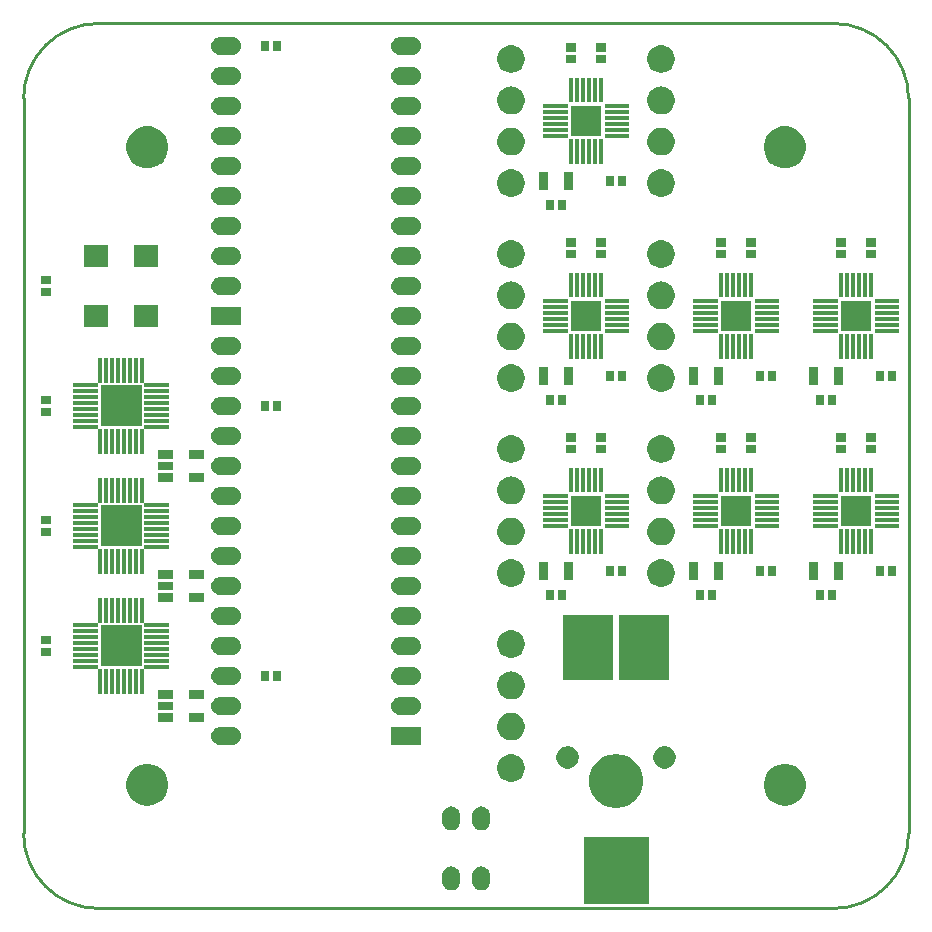
<source format=gts>
G04 #@! TF.GenerationSoftware,KiCad,Pcbnew,6.0.0-rc1-unknown-d4e4359~66~ubuntu18.04.1*
G04 #@! TF.CreationDate,2018-09-19T14:01:08-04:00*
G04 #@! TF.ProjectId,ethoscope_stepper_controller_3x3,6574686F73636F70655F737465707065,1.1*
G04 #@! TF.SameCoordinates,Original*
G04 #@! TF.FileFunction,Soldermask,Top*
G04 #@! TF.FilePolarity,Negative*
%FSLAX46Y46*%
G04 Gerber Fmt 4.6, Leading zero omitted, Abs format (unit mm)*
G04 Created by KiCad (PCBNEW 6.0.0-rc1-unknown-d4e4359~66~ubuntu18.04.1) date Wed Sep 19 14:01:08 2018*
%MOMM*%
%LPD*%
G01*
G04 APERTURE LIST*
%ADD10C,0.228600*%
%ADD11C,0.100000*%
G04 APERTURE END LIST*
D10*
X189865000Y-132715000D02*
X189865000Y-70485000D01*
X121285000Y-139065000D02*
X183515000Y-139065000D01*
X114935000Y-70485000D02*
X114935000Y-132715000D01*
X121285000Y-64135000D02*
X183515000Y-64135000D01*
X189865000Y-132715000D02*
G75*
G02X183515000Y-139065000I-6350000J0D01*
G01*
X121285000Y-139065000D02*
G75*
G02X114935000Y-132715000I0J6350000D01*
G01*
X183515000Y-64135000D02*
G75*
G02X189865000Y-70485000I0J-6350000D01*
G01*
X114935000Y-70485000D02*
G75*
G02X121285000Y-64135000I6350000J0D01*
G01*
D11*
G36*
X167850000Y-138720000D02*
X162350000Y-138720000D01*
X162350000Y-133020000D01*
X167850000Y-133020000D01*
X167850000Y-138720000D01*
X167850000Y-138720000D01*
G37*
G36*
X151279374Y-135520025D02*
X151279377Y-135520026D01*
X151279378Y-135520026D01*
X151423015Y-135563598D01*
X151538300Y-135625219D01*
X151555394Y-135634356D01*
X151671422Y-135729578D01*
X151766644Y-135845606D01*
X151766645Y-135845608D01*
X151837402Y-135977985D01*
X151880974Y-136121622D01*
X151880975Y-136121626D01*
X151892000Y-136233568D01*
X151892000Y-136816432D01*
X151880975Y-136928374D01*
X151880974Y-136928377D01*
X151880974Y-136928378D01*
X151837402Y-137072015D01*
X151837401Y-137072016D01*
X151766644Y-137204394D01*
X151671422Y-137320422D01*
X151555393Y-137415644D01*
X151555391Y-137415645D01*
X151423014Y-137486402D01*
X151279377Y-137529974D01*
X151279376Y-137529974D01*
X151279373Y-137529975D01*
X151130000Y-137544687D01*
X150980626Y-137529975D01*
X150980623Y-137529974D01*
X150980622Y-137529974D01*
X150836985Y-137486402D01*
X150704608Y-137415645D01*
X150704606Y-137415644D01*
X150588578Y-137320422D01*
X150493356Y-137204393D01*
X150484219Y-137187299D01*
X150422598Y-137072014D01*
X150379026Y-136928377D01*
X150379026Y-136928376D01*
X150379025Y-136928373D01*
X150368000Y-136816431D01*
X150368000Y-136233568D01*
X150379025Y-136121626D01*
X150422600Y-135977979D01*
X150493354Y-135845609D01*
X150588579Y-135729578D01*
X150704607Y-135634356D01*
X150721701Y-135625219D01*
X150836986Y-135563598D01*
X150980623Y-135520026D01*
X150980624Y-135520026D01*
X150980627Y-135520025D01*
X151130000Y-135505313D01*
X151279374Y-135520025D01*
X151279374Y-135520025D01*
G37*
G36*
X153819374Y-135520025D02*
X153819377Y-135520026D01*
X153819378Y-135520026D01*
X153963015Y-135563598D01*
X154078300Y-135625219D01*
X154095394Y-135634356D01*
X154211422Y-135729578D01*
X154306644Y-135845606D01*
X154306645Y-135845608D01*
X154377402Y-135977985D01*
X154420974Y-136121622D01*
X154420975Y-136121626D01*
X154432000Y-136233568D01*
X154432000Y-136816432D01*
X154420975Y-136928374D01*
X154420974Y-136928377D01*
X154420974Y-136928378D01*
X154377402Y-137072015D01*
X154377401Y-137072016D01*
X154306644Y-137204394D01*
X154211422Y-137320422D01*
X154095393Y-137415644D01*
X154095391Y-137415645D01*
X153963014Y-137486402D01*
X153819377Y-137529974D01*
X153819376Y-137529974D01*
X153819373Y-137529975D01*
X153670000Y-137544687D01*
X153520626Y-137529975D01*
X153520623Y-137529974D01*
X153520622Y-137529974D01*
X153376985Y-137486402D01*
X153244608Y-137415645D01*
X153244606Y-137415644D01*
X153128578Y-137320422D01*
X153033356Y-137204393D01*
X153024219Y-137187299D01*
X152962598Y-137072014D01*
X152919026Y-136928377D01*
X152919026Y-136928376D01*
X152919025Y-136928373D01*
X152908000Y-136816431D01*
X152908000Y-136233568D01*
X152919025Y-136121626D01*
X152962600Y-135977979D01*
X153033354Y-135845609D01*
X153128579Y-135729578D01*
X153244607Y-135634356D01*
X153261701Y-135625219D01*
X153376986Y-135563598D01*
X153520623Y-135520026D01*
X153520624Y-135520026D01*
X153520627Y-135520025D01*
X153670000Y-135505313D01*
X153819374Y-135520025D01*
X153819374Y-135520025D01*
G37*
G36*
X151279374Y-130440025D02*
X151279377Y-130440026D01*
X151279378Y-130440026D01*
X151423015Y-130483598D01*
X151491118Y-130520000D01*
X151555394Y-130554356D01*
X151671422Y-130649578D01*
X151766644Y-130765606D01*
X151766645Y-130765608D01*
X151837402Y-130897985D01*
X151880974Y-131041622D01*
X151880975Y-131041626D01*
X151892000Y-131153568D01*
X151892000Y-131736432D01*
X151880975Y-131848374D01*
X151880974Y-131848377D01*
X151880974Y-131848378D01*
X151837402Y-131992015D01*
X151837401Y-131992016D01*
X151766644Y-132124394D01*
X151671422Y-132240422D01*
X151555393Y-132335644D01*
X151555391Y-132335645D01*
X151423014Y-132406402D01*
X151279377Y-132449974D01*
X151279376Y-132449974D01*
X151279373Y-132449975D01*
X151130000Y-132464687D01*
X150980626Y-132449975D01*
X150980623Y-132449974D01*
X150980622Y-132449974D01*
X150836985Y-132406402D01*
X150704608Y-132335645D01*
X150704606Y-132335644D01*
X150588578Y-132240422D01*
X150493356Y-132124393D01*
X150484219Y-132107299D01*
X150422598Y-131992014D01*
X150379026Y-131848377D01*
X150379026Y-131848376D01*
X150379025Y-131848373D01*
X150368000Y-131736431D01*
X150368000Y-131153568D01*
X150379025Y-131041626D01*
X150422600Y-130897979D01*
X150493354Y-130765609D01*
X150588579Y-130649578D01*
X150704607Y-130554356D01*
X150768883Y-130520000D01*
X150836986Y-130483598D01*
X150980623Y-130440026D01*
X150980624Y-130440026D01*
X150980627Y-130440025D01*
X151130000Y-130425313D01*
X151279374Y-130440025D01*
X151279374Y-130440025D01*
G37*
G36*
X153819374Y-130440025D02*
X153819377Y-130440026D01*
X153819378Y-130440026D01*
X153963015Y-130483598D01*
X154031118Y-130520000D01*
X154095394Y-130554356D01*
X154211422Y-130649578D01*
X154306644Y-130765606D01*
X154306645Y-130765608D01*
X154377402Y-130897985D01*
X154420974Y-131041622D01*
X154420975Y-131041626D01*
X154432000Y-131153568D01*
X154432000Y-131736432D01*
X154420975Y-131848374D01*
X154420974Y-131848377D01*
X154420974Y-131848378D01*
X154377402Y-131992015D01*
X154377401Y-131992016D01*
X154306644Y-132124394D01*
X154211422Y-132240422D01*
X154095393Y-132335644D01*
X154095391Y-132335645D01*
X153963014Y-132406402D01*
X153819377Y-132449974D01*
X153819376Y-132449974D01*
X153819373Y-132449975D01*
X153670000Y-132464687D01*
X153520626Y-132449975D01*
X153520623Y-132449974D01*
X153520622Y-132449974D01*
X153376985Y-132406402D01*
X153244608Y-132335645D01*
X153244606Y-132335644D01*
X153128578Y-132240422D01*
X153033356Y-132124393D01*
X153024219Y-132107299D01*
X152962598Y-131992014D01*
X152919026Y-131848377D01*
X152919026Y-131848376D01*
X152919025Y-131848373D01*
X152908000Y-131736431D01*
X152908000Y-131153568D01*
X152919025Y-131041626D01*
X152962600Y-130897979D01*
X153033354Y-130765609D01*
X153128579Y-130649578D01*
X153244607Y-130554356D01*
X153308883Y-130520000D01*
X153376986Y-130483598D01*
X153520623Y-130440026D01*
X153520624Y-130440026D01*
X153520627Y-130440025D01*
X153670000Y-130425313D01*
X153819374Y-130440025D01*
X153819374Y-130440025D01*
G37*
G36*
X165447104Y-126044963D02*
X165756303Y-126106466D01*
X166165773Y-126276074D01*
X166534293Y-126522312D01*
X166847688Y-126835707D01*
X167093926Y-127204227D01*
X167263534Y-127613697D01*
X167350000Y-128048395D01*
X167350000Y-128491605D01*
X167263534Y-128926303D01*
X167093926Y-129335773D01*
X166847688Y-129704293D01*
X166534293Y-130017688D01*
X166165773Y-130263926D01*
X165756303Y-130433534D01*
X165504612Y-130483598D01*
X165321606Y-130520000D01*
X164878394Y-130520000D01*
X164695388Y-130483598D01*
X164443697Y-130433534D01*
X164034227Y-130263926D01*
X163665707Y-130017688D01*
X163352312Y-129704293D01*
X163106074Y-129335773D01*
X162936466Y-128926303D01*
X162850000Y-128491605D01*
X162850000Y-128048395D01*
X162936466Y-127613697D01*
X163106074Y-127204227D01*
X163352312Y-126835707D01*
X163665707Y-126522312D01*
X164034227Y-126276074D01*
X164443697Y-126106466D01*
X164752896Y-126044963D01*
X164878394Y-126020000D01*
X165321606Y-126020000D01*
X165447104Y-126044963D01*
X165447104Y-126044963D01*
G37*
G36*
X179657239Y-126828722D02*
X179906625Y-126878328D01*
X180230197Y-127012355D01*
X180379146Y-127111880D01*
X180486320Y-127183491D01*
X180521410Y-127206938D01*
X180769062Y-127454590D01*
X180963645Y-127745803D01*
X181097672Y-128069375D01*
X181166000Y-128412883D01*
X181166000Y-128763117D01*
X181097672Y-129106625D01*
X180963645Y-129430197D01*
X180833923Y-129624339D01*
X180780500Y-129704293D01*
X180769062Y-129721410D01*
X180521410Y-129969062D01*
X180230197Y-130163645D01*
X179906625Y-130297672D01*
X179677620Y-130343224D01*
X179563118Y-130366000D01*
X179212882Y-130366000D01*
X179098380Y-130343224D01*
X178869375Y-130297672D01*
X178545803Y-130163645D01*
X178254590Y-129969062D01*
X178006938Y-129721410D01*
X177995501Y-129704293D01*
X177942077Y-129624339D01*
X177812355Y-129430197D01*
X177678328Y-129106625D01*
X177610000Y-128763117D01*
X177610000Y-128412883D01*
X177678328Y-128069375D01*
X177812355Y-127745803D01*
X178006938Y-127454590D01*
X178254590Y-127206938D01*
X178289681Y-127183491D01*
X178396854Y-127111880D01*
X178545803Y-127012355D01*
X178869375Y-126878328D01*
X179118761Y-126828722D01*
X179212882Y-126810000D01*
X179563118Y-126810000D01*
X179657239Y-126828722D01*
X179657239Y-126828722D01*
G37*
G36*
X125681239Y-126828722D02*
X125930625Y-126878328D01*
X126254197Y-127012355D01*
X126403146Y-127111880D01*
X126510320Y-127183491D01*
X126545410Y-127206938D01*
X126793062Y-127454590D01*
X126987645Y-127745803D01*
X127121672Y-128069375D01*
X127190000Y-128412883D01*
X127190000Y-128763117D01*
X127121672Y-129106625D01*
X126987645Y-129430197D01*
X126857923Y-129624339D01*
X126804500Y-129704293D01*
X126793062Y-129721410D01*
X126545410Y-129969062D01*
X126254197Y-130163645D01*
X125930625Y-130297672D01*
X125701620Y-130343224D01*
X125587118Y-130366000D01*
X125236882Y-130366000D01*
X125122380Y-130343224D01*
X124893375Y-130297672D01*
X124569803Y-130163645D01*
X124278590Y-129969062D01*
X124030938Y-129721410D01*
X124019501Y-129704293D01*
X123966077Y-129624339D01*
X123836355Y-129430197D01*
X123702328Y-129106625D01*
X123634000Y-128763117D01*
X123634000Y-128412883D01*
X123702328Y-128069375D01*
X123836355Y-127745803D01*
X124030938Y-127454590D01*
X124278590Y-127206938D01*
X124313681Y-127183491D01*
X124420854Y-127111880D01*
X124569803Y-127012355D01*
X124893375Y-126878328D01*
X125142761Y-126828722D01*
X125236882Y-126810000D01*
X125587118Y-126810000D01*
X125681239Y-126828722D01*
X125681239Y-126828722D01*
G37*
G36*
X156400582Y-126014988D02*
X156551278Y-126044963D01*
X156764201Y-126133158D01*
X156955833Y-126261203D01*
X157118797Y-126424167D01*
X157246842Y-126615799D01*
X157335037Y-126828722D01*
X157380000Y-127054766D01*
X157380000Y-127285234D01*
X157335037Y-127511278D01*
X157246842Y-127724201D01*
X157118797Y-127915833D01*
X156955833Y-128078797D01*
X156764201Y-128206842D01*
X156551278Y-128295037D01*
X156400582Y-128325012D01*
X156325235Y-128340000D01*
X156094765Y-128340000D01*
X156019418Y-128325012D01*
X155868722Y-128295037D01*
X155655799Y-128206842D01*
X155464167Y-128078797D01*
X155301203Y-127915833D01*
X155173158Y-127724201D01*
X155084963Y-127511278D01*
X155040000Y-127285234D01*
X155040000Y-127054766D01*
X155084963Y-126828722D01*
X155173158Y-126615799D01*
X155301203Y-126424167D01*
X155464167Y-126261203D01*
X155655799Y-126133158D01*
X155868722Y-126044963D01*
X156019418Y-126014988D01*
X156094765Y-126000000D01*
X156325235Y-126000000D01*
X156400582Y-126014988D01*
X156400582Y-126014988D01*
G37*
G36*
X161277105Y-125356508D02*
X161449994Y-125428121D01*
X161605590Y-125532087D01*
X161737913Y-125664410D01*
X161841879Y-125820006D01*
X161913492Y-125992895D01*
X161950000Y-126176433D01*
X161950000Y-126363567D01*
X161913492Y-126547105D01*
X161841879Y-126719994D01*
X161737913Y-126875590D01*
X161605590Y-127007913D01*
X161449994Y-127111879D01*
X161277105Y-127183492D01*
X161093567Y-127220000D01*
X160906433Y-127220000D01*
X160722895Y-127183492D01*
X160550006Y-127111879D01*
X160394410Y-127007913D01*
X160262087Y-126875590D01*
X160158121Y-126719994D01*
X160086508Y-126547105D01*
X160050000Y-126363567D01*
X160050000Y-126176433D01*
X160086508Y-125992895D01*
X160158121Y-125820006D01*
X160262087Y-125664410D01*
X160394410Y-125532087D01*
X160550006Y-125428121D01*
X160722895Y-125356508D01*
X160906433Y-125320000D01*
X161093567Y-125320000D01*
X161277105Y-125356508D01*
X161277105Y-125356508D01*
G37*
G36*
X169477105Y-125356508D02*
X169649994Y-125428121D01*
X169805590Y-125532087D01*
X169937913Y-125664410D01*
X170041879Y-125820006D01*
X170113492Y-125992895D01*
X170150000Y-126176433D01*
X170150000Y-126363567D01*
X170113492Y-126547105D01*
X170041879Y-126719994D01*
X169937913Y-126875590D01*
X169805590Y-127007913D01*
X169649994Y-127111879D01*
X169477105Y-127183492D01*
X169293567Y-127220000D01*
X169106433Y-127220000D01*
X168922895Y-127183492D01*
X168750006Y-127111879D01*
X168594410Y-127007913D01*
X168462087Y-126875590D01*
X168358121Y-126719994D01*
X168286508Y-126547105D01*
X168250000Y-126363567D01*
X168250000Y-126176433D01*
X168286508Y-125992895D01*
X168358121Y-125820006D01*
X168462087Y-125664410D01*
X168594410Y-125532087D01*
X168750006Y-125428121D01*
X168922895Y-125356508D01*
X169106433Y-125320000D01*
X169293567Y-125320000D01*
X169477105Y-125356508D01*
X169477105Y-125356508D01*
G37*
G36*
X148590000Y-125222000D02*
X146050000Y-125222000D01*
X146050000Y-123698000D01*
X148590000Y-123698000D01*
X148590000Y-125222000D01*
X148590000Y-125222000D01*
G37*
G36*
X132737374Y-123709025D02*
X132737377Y-123709026D01*
X132737378Y-123709026D01*
X132881015Y-123752598D01*
X132996300Y-123814219D01*
X133013394Y-123823356D01*
X133129422Y-123918578D01*
X133224644Y-124034606D01*
X133224645Y-124034608D01*
X133295402Y-124166985D01*
X133338974Y-124310622D01*
X133338975Y-124310626D01*
X133353687Y-124460000D01*
X133338975Y-124609374D01*
X133338974Y-124609377D01*
X133338974Y-124609378D01*
X133295402Y-124753015D01*
X133233781Y-124868300D01*
X133224644Y-124885394D01*
X133129422Y-125001422D01*
X133013394Y-125096644D01*
X133013392Y-125096645D01*
X132881015Y-125167402D01*
X132737378Y-125210974D01*
X132737377Y-125210974D01*
X132737374Y-125210975D01*
X132625432Y-125222000D01*
X131534568Y-125222000D01*
X131422626Y-125210975D01*
X131422623Y-125210974D01*
X131422622Y-125210974D01*
X131278985Y-125167402D01*
X131146608Y-125096645D01*
X131146606Y-125096644D01*
X131030578Y-125001422D01*
X130935356Y-124885394D01*
X130926219Y-124868300D01*
X130864598Y-124753015D01*
X130821026Y-124609378D01*
X130821026Y-124609377D01*
X130821025Y-124609374D01*
X130806313Y-124460000D01*
X130821025Y-124310626D01*
X130821026Y-124310622D01*
X130864598Y-124166985D01*
X130935355Y-124034608D01*
X130935356Y-124034606D01*
X131030578Y-123918578D01*
X131146606Y-123823356D01*
X131163700Y-123814219D01*
X131278985Y-123752598D01*
X131422622Y-123709026D01*
X131422623Y-123709026D01*
X131422626Y-123709025D01*
X131534568Y-123698000D01*
X132625432Y-123698000D01*
X132737374Y-123709025D01*
X132737374Y-123709025D01*
G37*
G36*
X156400582Y-122514988D02*
X156551278Y-122544963D01*
X156764201Y-122633158D01*
X156955833Y-122761203D01*
X157118797Y-122924167D01*
X157246842Y-123115799D01*
X157335037Y-123328722D01*
X157380000Y-123554766D01*
X157380000Y-123785234D01*
X157335037Y-124011278D01*
X157246842Y-124224201D01*
X157118797Y-124415833D01*
X156955833Y-124578797D01*
X156764201Y-124706842D01*
X156551278Y-124795037D01*
X156400582Y-124825012D01*
X156325235Y-124840000D01*
X156094765Y-124840000D01*
X156019418Y-124825012D01*
X155868722Y-124795037D01*
X155655799Y-124706842D01*
X155464167Y-124578797D01*
X155301203Y-124415833D01*
X155173158Y-124224201D01*
X155084963Y-124011278D01*
X155040000Y-123785234D01*
X155040000Y-123554766D01*
X155084963Y-123328722D01*
X155173158Y-123115799D01*
X155301203Y-122924167D01*
X155464167Y-122761203D01*
X155655799Y-122633158D01*
X155868722Y-122544963D01*
X156019418Y-122514988D01*
X156094765Y-122500000D01*
X156325235Y-122500000D01*
X156400582Y-122514988D01*
X156400582Y-122514988D01*
G37*
G36*
X130190000Y-123240000D02*
X128950000Y-123240000D01*
X128950000Y-122500000D01*
X130190000Y-122500000D01*
X130190000Y-123240000D01*
X130190000Y-123240000D01*
G37*
G36*
X127590000Y-123240000D02*
X126350000Y-123240000D01*
X126350000Y-122500000D01*
X127590000Y-122500000D01*
X127590000Y-123240000D01*
X127590000Y-123240000D01*
G37*
G36*
X147977374Y-121169025D02*
X147977377Y-121169026D01*
X147977378Y-121169026D01*
X148121015Y-121212598D01*
X148236300Y-121274219D01*
X148253394Y-121283356D01*
X148369422Y-121378578D01*
X148464644Y-121494606D01*
X148464645Y-121494608D01*
X148535402Y-121626985D01*
X148578974Y-121770622D01*
X148578975Y-121770626D01*
X148593687Y-121920000D01*
X148578975Y-122069374D01*
X148578974Y-122069377D01*
X148578974Y-122069378D01*
X148535402Y-122213015D01*
X148473781Y-122328300D01*
X148464644Y-122345394D01*
X148369422Y-122461422D01*
X148253394Y-122556644D01*
X148253392Y-122556645D01*
X148121015Y-122627402D01*
X147977378Y-122670974D01*
X147977377Y-122670974D01*
X147977374Y-122670975D01*
X147865432Y-122682000D01*
X146774568Y-122682000D01*
X146662626Y-122670975D01*
X146662623Y-122670974D01*
X146662622Y-122670974D01*
X146518985Y-122627402D01*
X146386608Y-122556645D01*
X146386606Y-122556644D01*
X146270578Y-122461422D01*
X146175356Y-122345394D01*
X146166219Y-122328300D01*
X146104598Y-122213015D01*
X146061026Y-122069378D01*
X146061026Y-122069377D01*
X146061025Y-122069374D01*
X146046313Y-121920000D01*
X146061025Y-121770626D01*
X146061026Y-121770622D01*
X146104598Y-121626985D01*
X146175355Y-121494608D01*
X146175356Y-121494606D01*
X146270578Y-121378578D01*
X146386606Y-121283356D01*
X146403700Y-121274219D01*
X146518985Y-121212598D01*
X146662622Y-121169026D01*
X146662623Y-121169026D01*
X146662626Y-121169025D01*
X146774568Y-121158000D01*
X147865432Y-121158000D01*
X147977374Y-121169025D01*
X147977374Y-121169025D01*
G37*
G36*
X132737374Y-121169025D02*
X132737377Y-121169026D01*
X132737378Y-121169026D01*
X132881015Y-121212598D01*
X132996300Y-121274219D01*
X133013394Y-121283356D01*
X133129422Y-121378578D01*
X133224644Y-121494606D01*
X133224645Y-121494608D01*
X133295402Y-121626985D01*
X133338974Y-121770622D01*
X133338975Y-121770626D01*
X133353687Y-121920000D01*
X133338975Y-122069374D01*
X133338974Y-122069377D01*
X133338974Y-122069378D01*
X133295402Y-122213015D01*
X133233781Y-122328300D01*
X133224644Y-122345394D01*
X133129422Y-122461422D01*
X133013394Y-122556644D01*
X133013392Y-122556645D01*
X132881015Y-122627402D01*
X132737378Y-122670974D01*
X132737377Y-122670974D01*
X132737374Y-122670975D01*
X132625432Y-122682000D01*
X131534568Y-122682000D01*
X131422626Y-122670975D01*
X131422623Y-122670974D01*
X131422622Y-122670974D01*
X131278985Y-122627402D01*
X131146608Y-122556645D01*
X131146606Y-122556644D01*
X131030578Y-122461422D01*
X130935356Y-122345394D01*
X130926219Y-122328300D01*
X130864598Y-122213015D01*
X130821026Y-122069378D01*
X130821026Y-122069377D01*
X130821025Y-122069374D01*
X130806313Y-121920000D01*
X130821025Y-121770626D01*
X130821026Y-121770622D01*
X130864598Y-121626985D01*
X130935355Y-121494608D01*
X130935356Y-121494606D01*
X131030578Y-121378578D01*
X131146606Y-121283356D01*
X131163700Y-121274219D01*
X131278985Y-121212598D01*
X131422622Y-121169026D01*
X131422623Y-121169026D01*
X131422626Y-121169025D01*
X131534568Y-121158000D01*
X132625432Y-121158000D01*
X132737374Y-121169025D01*
X132737374Y-121169025D01*
G37*
G36*
X127590000Y-122290000D02*
X126350000Y-122290000D01*
X126350000Y-121550000D01*
X127590000Y-121550000D01*
X127590000Y-122290000D01*
X127590000Y-122290000D01*
G37*
G36*
X156400582Y-119014988D02*
X156551278Y-119044963D01*
X156764201Y-119133158D01*
X156955833Y-119261203D01*
X157118797Y-119424167D01*
X157246842Y-119615799D01*
X157335037Y-119828722D01*
X157380000Y-120054766D01*
X157380000Y-120285234D01*
X157335037Y-120511278D01*
X157246842Y-120724201D01*
X157118797Y-120915833D01*
X156955833Y-121078797D01*
X156764201Y-121206842D01*
X156551278Y-121295037D01*
X156400582Y-121325012D01*
X156325235Y-121340000D01*
X156094765Y-121340000D01*
X156019418Y-121325012D01*
X155868722Y-121295037D01*
X155655799Y-121206842D01*
X155464167Y-121078797D01*
X155301203Y-120915833D01*
X155173158Y-120724201D01*
X155084963Y-120511278D01*
X155040000Y-120285234D01*
X155040000Y-120054766D01*
X155084963Y-119828722D01*
X155173158Y-119615799D01*
X155301203Y-119424167D01*
X155464167Y-119261203D01*
X155655799Y-119133158D01*
X155868722Y-119044963D01*
X156019418Y-119014988D01*
X156094765Y-119000000D01*
X156325235Y-119000000D01*
X156400582Y-119014988D01*
X156400582Y-119014988D01*
G37*
G36*
X127590000Y-121340000D02*
X126350000Y-121340000D01*
X126350000Y-120600000D01*
X127590000Y-120600000D01*
X127590000Y-121340000D01*
X127590000Y-121340000D01*
G37*
G36*
X130190000Y-121340000D02*
X128950000Y-121340000D01*
X128950000Y-120600000D01*
X130190000Y-120600000D01*
X130190000Y-121340000D01*
X130190000Y-121340000D01*
G37*
G36*
X121278300Y-118802500D02*
X121602500Y-118802500D01*
X121602500Y-120877500D01*
X121277500Y-120877500D01*
X121277500Y-118803300D01*
X121277413Y-118802413D01*
X121278300Y-118802500D01*
X121278300Y-118802500D01*
G37*
G36*
X122102500Y-120877500D02*
X121777500Y-120877500D01*
X121777500Y-118802500D01*
X122102500Y-118802500D01*
X122102500Y-120877500D01*
X122102500Y-120877500D01*
G37*
G36*
X122602500Y-120877500D02*
X122277500Y-120877500D01*
X122277500Y-118802500D01*
X122602500Y-118802500D01*
X122602500Y-120877500D01*
X122602500Y-120877500D01*
G37*
G36*
X123602500Y-120877500D02*
X123277500Y-120877500D01*
X123277500Y-118802500D01*
X123602500Y-118802500D01*
X123602500Y-120877500D01*
X123602500Y-120877500D01*
G37*
G36*
X124602500Y-120877500D02*
X124277500Y-120877500D01*
X124277500Y-118802500D01*
X124602500Y-118802500D01*
X124602500Y-120877500D01*
X124602500Y-120877500D01*
G37*
G36*
X125102500Y-118803300D02*
X125102500Y-120877500D01*
X124777500Y-120877500D01*
X124777500Y-118802500D01*
X125101700Y-118802500D01*
X125102587Y-118802413D01*
X125102500Y-118803300D01*
X125102500Y-118803300D01*
G37*
G36*
X123102500Y-120877500D02*
X122777500Y-120877500D01*
X122777500Y-118802500D01*
X123102500Y-118802500D01*
X123102500Y-120877500D01*
X123102500Y-120877500D01*
G37*
G36*
X124102500Y-120877500D02*
X123777500Y-120877500D01*
X123777500Y-118802500D01*
X124102500Y-118802500D01*
X124102500Y-120877500D01*
X124102500Y-120877500D01*
G37*
G36*
X132737374Y-118629025D02*
X132737377Y-118629026D01*
X132737378Y-118629026D01*
X132881015Y-118672598D01*
X132996300Y-118734219D01*
X133013394Y-118743356D01*
X133129422Y-118838578D01*
X133224644Y-118954606D01*
X133224645Y-118954608D01*
X133295402Y-119086985D01*
X133309408Y-119133158D01*
X133338975Y-119230626D01*
X133353687Y-119380000D01*
X133338975Y-119529374D01*
X133338974Y-119529377D01*
X133338974Y-119529378D01*
X133295402Y-119673015D01*
X133295401Y-119673016D01*
X133224644Y-119805394D01*
X133129422Y-119921422D01*
X133013394Y-120016644D01*
X133013392Y-120016645D01*
X132881015Y-120087402D01*
X132737378Y-120130974D01*
X132737377Y-120130974D01*
X132737374Y-120130975D01*
X132625432Y-120142000D01*
X131534568Y-120142000D01*
X131422626Y-120130975D01*
X131422623Y-120130974D01*
X131422622Y-120130974D01*
X131278985Y-120087402D01*
X131146608Y-120016645D01*
X131146606Y-120016644D01*
X131030578Y-119921422D01*
X130935356Y-119805394D01*
X130864599Y-119673016D01*
X130864598Y-119673015D01*
X130821026Y-119529378D01*
X130821026Y-119529377D01*
X130821025Y-119529374D01*
X130806313Y-119380000D01*
X130821025Y-119230626D01*
X130850592Y-119133158D01*
X130864598Y-119086985D01*
X130935355Y-118954608D01*
X130935356Y-118954606D01*
X131030578Y-118838578D01*
X131146606Y-118743356D01*
X131163700Y-118734219D01*
X131278985Y-118672598D01*
X131422622Y-118629026D01*
X131422623Y-118629026D01*
X131422626Y-118629025D01*
X131534568Y-118618000D01*
X132625432Y-118618000D01*
X132737374Y-118629025D01*
X132737374Y-118629025D01*
G37*
G36*
X147977374Y-118629025D02*
X147977377Y-118629026D01*
X147977378Y-118629026D01*
X148121015Y-118672598D01*
X148236300Y-118734219D01*
X148253394Y-118743356D01*
X148369422Y-118838578D01*
X148464644Y-118954606D01*
X148464645Y-118954608D01*
X148535402Y-119086985D01*
X148549408Y-119133158D01*
X148578975Y-119230626D01*
X148593687Y-119380000D01*
X148578975Y-119529374D01*
X148578974Y-119529377D01*
X148578974Y-119529378D01*
X148535402Y-119673015D01*
X148535401Y-119673016D01*
X148464644Y-119805394D01*
X148369422Y-119921422D01*
X148253394Y-120016644D01*
X148253392Y-120016645D01*
X148121015Y-120087402D01*
X147977378Y-120130974D01*
X147977377Y-120130974D01*
X147977374Y-120130975D01*
X147865432Y-120142000D01*
X146774568Y-120142000D01*
X146662626Y-120130975D01*
X146662623Y-120130974D01*
X146662622Y-120130974D01*
X146518985Y-120087402D01*
X146386608Y-120016645D01*
X146386606Y-120016644D01*
X146270578Y-119921422D01*
X146175356Y-119805394D01*
X146104599Y-119673016D01*
X146104598Y-119673015D01*
X146061026Y-119529378D01*
X146061026Y-119529377D01*
X146061025Y-119529374D01*
X146046313Y-119380000D01*
X146061025Y-119230626D01*
X146090592Y-119133158D01*
X146104598Y-119086985D01*
X146175355Y-118954608D01*
X146175356Y-118954606D01*
X146270578Y-118838578D01*
X146386606Y-118743356D01*
X146403700Y-118734219D01*
X146518985Y-118672598D01*
X146662622Y-118629026D01*
X146662623Y-118629026D01*
X146662626Y-118629025D01*
X146774568Y-118618000D01*
X147865432Y-118618000D01*
X147977374Y-118629025D01*
X147977374Y-118629025D01*
G37*
G36*
X135740800Y-119780800D02*
X135039200Y-119780800D01*
X135039200Y-118979200D01*
X135740800Y-118979200D01*
X135740800Y-119780800D01*
X135740800Y-119780800D01*
G37*
G36*
X136740800Y-119780800D02*
X136039200Y-119780800D01*
X136039200Y-118979200D01*
X136740800Y-118979200D01*
X136740800Y-119780800D01*
X136740800Y-119780800D01*
G37*
G36*
X164850000Y-119720000D02*
X160600000Y-119720000D01*
X160600000Y-114220000D01*
X164850000Y-114220000D01*
X164850000Y-119720000D01*
X164850000Y-119720000D01*
G37*
G36*
X169600000Y-119720000D02*
X165350000Y-119720000D01*
X165350000Y-114220000D01*
X169600000Y-114220000D01*
X169600000Y-119720000D01*
X169600000Y-119720000D01*
G37*
G36*
X121227500Y-118751700D02*
X121227587Y-118752587D01*
X121226700Y-118752500D01*
X119152500Y-118752500D01*
X119152500Y-118427500D01*
X121227500Y-118427500D01*
X121227500Y-118751700D01*
X121227500Y-118751700D01*
G37*
G36*
X127227500Y-118752500D02*
X125153300Y-118752500D01*
X125152413Y-118752587D01*
X125152500Y-118751700D01*
X125152500Y-118427500D01*
X127227500Y-118427500D01*
X127227500Y-118752500D01*
X127227500Y-118752500D01*
G37*
G36*
X124927500Y-118577500D02*
X121452500Y-118577500D01*
X121452500Y-115102500D01*
X124927500Y-115102500D01*
X124927500Y-118577500D01*
X124927500Y-118577500D01*
G37*
G36*
X127227500Y-118252500D02*
X125152500Y-118252500D01*
X125152500Y-117927500D01*
X127227500Y-117927500D01*
X127227500Y-118252500D01*
X127227500Y-118252500D01*
G37*
G36*
X121227500Y-118252500D02*
X119152500Y-118252500D01*
X119152500Y-117927500D01*
X121227500Y-117927500D01*
X121227500Y-118252500D01*
X121227500Y-118252500D01*
G37*
G36*
X156400582Y-115514988D02*
X156551278Y-115544963D01*
X156764201Y-115633158D01*
X156955833Y-115761203D01*
X157118797Y-115924167D01*
X157246842Y-116115799D01*
X157335037Y-116328722D01*
X157380000Y-116554766D01*
X157380000Y-116785234D01*
X157335037Y-117011278D01*
X157246842Y-117224201D01*
X157118797Y-117415833D01*
X156955833Y-117578797D01*
X156764201Y-117706842D01*
X156551278Y-117795037D01*
X156400582Y-117825012D01*
X156325235Y-117840000D01*
X156094765Y-117840000D01*
X156019418Y-117825012D01*
X155868722Y-117795037D01*
X155655799Y-117706842D01*
X155464167Y-117578797D01*
X155301203Y-117415833D01*
X155173158Y-117224201D01*
X155084963Y-117011278D01*
X155040000Y-116785234D01*
X155040000Y-116554766D01*
X155084963Y-116328722D01*
X155173158Y-116115799D01*
X155301203Y-115924167D01*
X155464167Y-115761203D01*
X155655799Y-115633158D01*
X155868722Y-115544963D01*
X156019418Y-115514988D01*
X156094765Y-115500000D01*
X156325235Y-115500000D01*
X156400582Y-115514988D01*
X156400582Y-115514988D01*
G37*
G36*
X127227500Y-117752500D02*
X125152500Y-117752500D01*
X125152500Y-117427500D01*
X127227500Y-117427500D01*
X127227500Y-117752500D01*
X127227500Y-117752500D01*
G37*
G36*
X121227500Y-117752500D02*
X119152500Y-117752500D01*
X119152500Y-117427500D01*
X121227500Y-117427500D01*
X121227500Y-117752500D01*
X121227500Y-117752500D01*
G37*
G36*
X117240800Y-117690800D02*
X116439200Y-117690800D01*
X116439200Y-116989200D01*
X117240800Y-116989200D01*
X117240800Y-117690800D01*
X117240800Y-117690800D01*
G37*
G36*
X132737374Y-116089025D02*
X132737377Y-116089026D01*
X132737378Y-116089026D01*
X132881015Y-116132598D01*
X132996300Y-116194219D01*
X133013394Y-116203356D01*
X133129422Y-116298578D01*
X133224644Y-116414606D01*
X133224645Y-116414608D01*
X133295402Y-116546985D01*
X133297762Y-116554766D01*
X133338975Y-116690626D01*
X133353687Y-116840000D01*
X133338975Y-116989374D01*
X133338974Y-116989377D01*
X133338974Y-116989378D01*
X133295402Y-117133015D01*
X133295401Y-117133016D01*
X133224644Y-117265394D01*
X133129422Y-117381422D01*
X133013394Y-117476644D01*
X133013392Y-117476645D01*
X132881015Y-117547402D01*
X132737378Y-117590974D01*
X132737377Y-117590974D01*
X132737374Y-117590975D01*
X132625432Y-117602000D01*
X131534568Y-117602000D01*
X131422626Y-117590975D01*
X131422623Y-117590974D01*
X131422622Y-117590974D01*
X131278985Y-117547402D01*
X131146608Y-117476645D01*
X131146606Y-117476644D01*
X131030578Y-117381422D01*
X130935356Y-117265394D01*
X130864599Y-117133016D01*
X130864598Y-117133015D01*
X130821026Y-116989378D01*
X130821026Y-116989377D01*
X130821025Y-116989374D01*
X130806313Y-116840000D01*
X130821025Y-116690626D01*
X130862238Y-116554766D01*
X130864598Y-116546985D01*
X130935355Y-116414608D01*
X130935356Y-116414606D01*
X131030578Y-116298578D01*
X131146606Y-116203356D01*
X131163700Y-116194219D01*
X131278985Y-116132598D01*
X131422622Y-116089026D01*
X131422623Y-116089026D01*
X131422626Y-116089025D01*
X131534568Y-116078000D01*
X132625432Y-116078000D01*
X132737374Y-116089025D01*
X132737374Y-116089025D01*
G37*
G36*
X147977374Y-116089025D02*
X147977377Y-116089026D01*
X147977378Y-116089026D01*
X148121015Y-116132598D01*
X148236300Y-116194219D01*
X148253394Y-116203356D01*
X148369422Y-116298578D01*
X148464644Y-116414606D01*
X148464645Y-116414608D01*
X148535402Y-116546985D01*
X148537762Y-116554766D01*
X148578975Y-116690626D01*
X148593687Y-116840000D01*
X148578975Y-116989374D01*
X148578974Y-116989377D01*
X148578974Y-116989378D01*
X148535402Y-117133015D01*
X148535401Y-117133016D01*
X148464644Y-117265394D01*
X148369422Y-117381422D01*
X148253394Y-117476644D01*
X148253392Y-117476645D01*
X148121015Y-117547402D01*
X147977378Y-117590974D01*
X147977377Y-117590974D01*
X147977374Y-117590975D01*
X147865432Y-117602000D01*
X146774568Y-117602000D01*
X146662626Y-117590975D01*
X146662623Y-117590974D01*
X146662622Y-117590974D01*
X146518985Y-117547402D01*
X146386608Y-117476645D01*
X146386606Y-117476644D01*
X146270578Y-117381422D01*
X146175356Y-117265394D01*
X146104599Y-117133016D01*
X146104598Y-117133015D01*
X146061026Y-116989378D01*
X146061026Y-116989377D01*
X146061025Y-116989374D01*
X146046313Y-116840000D01*
X146061025Y-116690626D01*
X146102238Y-116554766D01*
X146104598Y-116546985D01*
X146175355Y-116414608D01*
X146175356Y-116414606D01*
X146270578Y-116298578D01*
X146386606Y-116203356D01*
X146403700Y-116194219D01*
X146518985Y-116132598D01*
X146662622Y-116089026D01*
X146662623Y-116089026D01*
X146662626Y-116089025D01*
X146774568Y-116078000D01*
X147865432Y-116078000D01*
X147977374Y-116089025D01*
X147977374Y-116089025D01*
G37*
G36*
X121227500Y-117252500D02*
X119152500Y-117252500D01*
X119152500Y-116927500D01*
X121227500Y-116927500D01*
X121227500Y-117252500D01*
X121227500Y-117252500D01*
G37*
G36*
X127227500Y-117252500D02*
X125152500Y-117252500D01*
X125152500Y-116927500D01*
X127227500Y-116927500D01*
X127227500Y-117252500D01*
X127227500Y-117252500D01*
G37*
G36*
X121227500Y-116752500D02*
X119152500Y-116752500D01*
X119152500Y-116427500D01*
X121227500Y-116427500D01*
X121227500Y-116752500D01*
X121227500Y-116752500D01*
G37*
G36*
X127227500Y-116752500D02*
X125152500Y-116752500D01*
X125152500Y-116427500D01*
X127227500Y-116427500D01*
X127227500Y-116752500D01*
X127227500Y-116752500D01*
G37*
G36*
X117240800Y-116690800D02*
X116439200Y-116690800D01*
X116439200Y-115989200D01*
X117240800Y-115989200D01*
X117240800Y-116690800D01*
X117240800Y-116690800D01*
G37*
G36*
X127227500Y-116252500D02*
X125152500Y-116252500D01*
X125152500Y-115927500D01*
X127227500Y-115927500D01*
X127227500Y-116252500D01*
X127227500Y-116252500D01*
G37*
G36*
X121227500Y-116252500D02*
X119152500Y-116252500D01*
X119152500Y-115927500D01*
X121227500Y-115927500D01*
X121227500Y-116252500D01*
X121227500Y-116252500D01*
G37*
G36*
X121227500Y-115752500D02*
X119152500Y-115752500D01*
X119152500Y-115427500D01*
X121227500Y-115427500D01*
X121227500Y-115752500D01*
X121227500Y-115752500D01*
G37*
G36*
X127227500Y-115752500D02*
X125152500Y-115752500D01*
X125152500Y-115427500D01*
X127227500Y-115427500D01*
X127227500Y-115752500D01*
X127227500Y-115752500D01*
G37*
G36*
X125153300Y-114927500D02*
X127227500Y-114927500D01*
X127227500Y-115252500D01*
X125152500Y-115252500D01*
X125152500Y-114928300D01*
X125152413Y-114927413D01*
X125153300Y-114927500D01*
X125153300Y-114927500D01*
G37*
G36*
X121227500Y-114928300D02*
X121227500Y-115252500D01*
X119152500Y-115252500D01*
X119152500Y-114927500D01*
X121226700Y-114927500D01*
X121227587Y-114927413D01*
X121227500Y-114928300D01*
X121227500Y-114928300D01*
G37*
G36*
X147977374Y-113549025D02*
X147977377Y-113549026D01*
X147977378Y-113549026D01*
X148121015Y-113592598D01*
X148236300Y-113654219D01*
X148253394Y-113663356D01*
X148369422Y-113758578D01*
X148464644Y-113874606D01*
X148464645Y-113874608D01*
X148535402Y-114006985D01*
X148578974Y-114150622D01*
X148578975Y-114150626D01*
X148593687Y-114300000D01*
X148578975Y-114449374D01*
X148578974Y-114449377D01*
X148578974Y-114449378D01*
X148535402Y-114593015D01*
X148535401Y-114593016D01*
X148464644Y-114725394D01*
X148369422Y-114841422D01*
X148253394Y-114936644D01*
X148253392Y-114936645D01*
X148121015Y-115007402D01*
X147977378Y-115050974D01*
X147977377Y-115050974D01*
X147977374Y-115050975D01*
X147865432Y-115062000D01*
X146774568Y-115062000D01*
X146662626Y-115050975D01*
X146662623Y-115050974D01*
X146662622Y-115050974D01*
X146518985Y-115007402D01*
X146386608Y-114936645D01*
X146386606Y-114936644D01*
X146270578Y-114841422D01*
X146175356Y-114725394D01*
X146104599Y-114593016D01*
X146104598Y-114593015D01*
X146061026Y-114449378D01*
X146061026Y-114449377D01*
X146061025Y-114449374D01*
X146046313Y-114300000D01*
X146061025Y-114150626D01*
X146061026Y-114150622D01*
X146104598Y-114006985D01*
X146175355Y-113874608D01*
X146175356Y-113874606D01*
X146270578Y-113758578D01*
X146386606Y-113663356D01*
X146403700Y-113654219D01*
X146518985Y-113592598D01*
X146662622Y-113549026D01*
X146662623Y-113549026D01*
X146662626Y-113549025D01*
X146774568Y-113538000D01*
X147865432Y-113538000D01*
X147977374Y-113549025D01*
X147977374Y-113549025D01*
G37*
G36*
X132737374Y-113549025D02*
X132737377Y-113549026D01*
X132737378Y-113549026D01*
X132881015Y-113592598D01*
X132996300Y-113654219D01*
X133013394Y-113663356D01*
X133129422Y-113758578D01*
X133224644Y-113874606D01*
X133224645Y-113874608D01*
X133295402Y-114006985D01*
X133338974Y-114150622D01*
X133338975Y-114150626D01*
X133353687Y-114300000D01*
X133338975Y-114449374D01*
X133338974Y-114449377D01*
X133338974Y-114449378D01*
X133295402Y-114593015D01*
X133295401Y-114593016D01*
X133224644Y-114725394D01*
X133129422Y-114841422D01*
X133013394Y-114936644D01*
X133013392Y-114936645D01*
X132881015Y-115007402D01*
X132737378Y-115050974D01*
X132737377Y-115050974D01*
X132737374Y-115050975D01*
X132625432Y-115062000D01*
X131534568Y-115062000D01*
X131422626Y-115050975D01*
X131422623Y-115050974D01*
X131422622Y-115050974D01*
X131278985Y-115007402D01*
X131146608Y-114936645D01*
X131146606Y-114936644D01*
X131030578Y-114841422D01*
X130935356Y-114725394D01*
X130864599Y-114593016D01*
X130864598Y-114593015D01*
X130821026Y-114449378D01*
X130821026Y-114449377D01*
X130821025Y-114449374D01*
X130806313Y-114300000D01*
X130821025Y-114150626D01*
X130821026Y-114150622D01*
X130864598Y-114006985D01*
X130935355Y-113874608D01*
X130935356Y-113874606D01*
X131030578Y-113758578D01*
X131146606Y-113663356D01*
X131163700Y-113654219D01*
X131278985Y-113592598D01*
X131422622Y-113549026D01*
X131422623Y-113549026D01*
X131422626Y-113549025D01*
X131534568Y-113538000D01*
X132625432Y-113538000D01*
X132737374Y-113549025D01*
X132737374Y-113549025D01*
G37*
G36*
X121602500Y-114877500D02*
X121278300Y-114877500D01*
X121277413Y-114877587D01*
X121277500Y-114876700D01*
X121277500Y-112802500D01*
X121602500Y-112802500D01*
X121602500Y-114877500D01*
X121602500Y-114877500D01*
G37*
G36*
X125102500Y-114876700D02*
X125102587Y-114877587D01*
X125101700Y-114877500D01*
X124777500Y-114877500D01*
X124777500Y-112802500D01*
X125102500Y-112802500D01*
X125102500Y-114876700D01*
X125102500Y-114876700D01*
G37*
G36*
X122102500Y-114877500D02*
X121777500Y-114877500D01*
X121777500Y-112802500D01*
X122102500Y-112802500D01*
X122102500Y-114877500D01*
X122102500Y-114877500D01*
G37*
G36*
X122602500Y-114877500D02*
X122277500Y-114877500D01*
X122277500Y-112802500D01*
X122602500Y-112802500D01*
X122602500Y-114877500D01*
X122602500Y-114877500D01*
G37*
G36*
X123102500Y-114877500D02*
X122777500Y-114877500D01*
X122777500Y-112802500D01*
X123102500Y-112802500D01*
X123102500Y-114877500D01*
X123102500Y-114877500D01*
G37*
G36*
X123602500Y-114877500D02*
X123277500Y-114877500D01*
X123277500Y-112802500D01*
X123602500Y-112802500D01*
X123602500Y-114877500D01*
X123602500Y-114877500D01*
G37*
G36*
X124602500Y-114877500D02*
X124277500Y-114877500D01*
X124277500Y-112802500D01*
X124602500Y-112802500D01*
X124602500Y-114877500D01*
X124602500Y-114877500D01*
G37*
G36*
X124102500Y-114877500D02*
X123777500Y-114877500D01*
X123777500Y-112802500D01*
X124102500Y-112802500D01*
X124102500Y-114877500D01*
X124102500Y-114877500D01*
G37*
G36*
X130190000Y-113080000D02*
X128950000Y-113080000D01*
X128950000Y-112340000D01*
X130190000Y-112340000D01*
X130190000Y-113080000D01*
X130190000Y-113080000D01*
G37*
G36*
X127590000Y-113080000D02*
X126350000Y-113080000D01*
X126350000Y-112340000D01*
X127590000Y-112340000D01*
X127590000Y-113080000D01*
X127590000Y-113080000D01*
G37*
G36*
X159870800Y-112922800D02*
X159169200Y-112922800D01*
X159169200Y-112121200D01*
X159870800Y-112121200D01*
X159870800Y-112922800D01*
X159870800Y-112922800D01*
G37*
G36*
X183730800Y-112922800D02*
X183029200Y-112922800D01*
X183029200Y-112121200D01*
X183730800Y-112121200D01*
X183730800Y-112922800D01*
X183730800Y-112922800D01*
G37*
G36*
X182730800Y-112922800D02*
X182029200Y-112922800D01*
X182029200Y-112121200D01*
X182730800Y-112121200D01*
X182730800Y-112922800D01*
X182730800Y-112922800D01*
G37*
G36*
X173570800Y-112922800D02*
X172869200Y-112922800D01*
X172869200Y-112121200D01*
X173570800Y-112121200D01*
X173570800Y-112922800D01*
X173570800Y-112922800D01*
G37*
G36*
X172570800Y-112922800D02*
X171869200Y-112922800D01*
X171869200Y-112121200D01*
X172570800Y-112121200D01*
X172570800Y-112922800D01*
X172570800Y-112922800D01*
G37*
G36*
X160870800Y-112922800D02*
X160169200Y-112922800D01*
X160169200Y-112121200D01*
X160870800Y-112121200D01*
X160870800Y-112922800D01*
X160870800Y-112922800D01*
G37*
G36*
X132737374Y-111009025D02*
X132737377Y-111009026D01*
X132737378Y-111009026D01*
X132881015Y-111052598D01*
X132996300Y-111114219D01*
X133013394Y-111123356D01*
X133129422Y-111218578D01*
X133224644Y-111334606D01*
X133224645Y-111334608D01*
X133295402Y-111466985D01*
X133338974Y-111610622D01*
X133338975Y-111610626D01*
X133353687Y-111760000D01*
X133338975Y-111909374D01*
X133338974Y-111909377D01*
X133338974Y-111909378D01*
X133295402Y-112053015D01*
X133233781Y-112168300D01*
X133224644Y-112185394D01*
X133129422Y-112301422D01*
X133013394Y-112396644D01*
X133013392Y-112396645D01*
X132881015Y-112467402D01*
X132737378Y-112510974D01*
X132737377Y-112510974D01*
X132737374Y-112510975D01*
X132625432Y-112522000D01*
X131534568Y-112522000D01*
X131422626Y-112510975D01*
X131422623Y-112510974D01*
X131422622Y-112510974D01*
X131278985Y-112467402D01*
X131146608Y-112396645D01*
X131146606Y-112396644D01*
X131030578Y-112301422D01*
X130935356Y-112185394D01*
X130926219Y-112168300D01*
X130864598Y-112053015D01*
X130821026Y-111909378D01*
X130821026Y-111909377D01*
X130821025Y-111909374D01*
X130806313Y-111760000D01*
X130821025Y-111610626D01*
X130821026Y-111610622D01*
X130864598Y-111466985D01*
X130935355Y-111334608D01*
X130935356Y-111334606D01*
X131030578Y-111218578D01*
X131146606Y-111123356D01*
X131163700Y-111114219D01*
X131278985Y-111052598D01*
X131422622Y-111009026D01*
X131422623Y-111009026D01*
X131422626Y-111009025D01*
X131534568Y-110998000D01*
X132625432Y-110998000D01*
X132737374Y-111009025D01*
X132737374Y-111009025D01*
G37*
G36*
X147977374Y-111009025D02*
X147977377Y-111009026D01*
X147977378Y-111009026D01*
X148121015Y-111052598D01*
X148236300Y-111114219D01*
X148253394Y-111123356D01*
X148369422Y-111218578D01*
X148464644Y-111334606D01*
X148464645Y-111334608D01*
X148535402Y-111466985D01*
X148578974Y-111610622D01*
X148578975Y-111610626D01*
X148593687Y-111760000D01*
X148578975Y-111909374D01*
X148578974Y-111909377D01*
X148578974Y-111909378D01*
X148535402Y-112053015D01*
X148473781Y-112168300D01*
X148464644Y-112185394D01*
X148369422Y-112301422D01*
X148253394Y-112396644D01*
X148253392Y-112396645D01*
X148121015Y-112467402D01*
X147977378Y-112510974D01*
X147977377Y-112510974D01*
X147977374Y-112510975D01*
X147865432Y-112522000D01*
X146774568Y-112522000D01*
X146662626Y-112510975D01*
X146662623Y-112510974D01*
X146662622Y-112510974D01*
X146518985Y-112467402D01*
X146386608Y-112396645D01*
X146386606Y-112396644D01*
X146270578Y-112301422D01*
X146175356Y-112185394D01*
X146166219Y-112168300D01*
X146104598Y-112053015D01*
X146061026Y-111909378D01*
X146061026Y-111909377D01*
X146061025Y-111909374D01*
X146046313Y-111760000D01*
X146061025Y-111610626D01*
X146061026Y-111610622D01*
X146104598Y-111466985D01*
X146175355Y-111334608D01*
X146175356Y-111334606D01*
X146270578Y-111218578D01*
X146386606Y-111123356D01*
X146403700Y-111114219D01*
X146518985Y-111052598D01*
X146662622Y-111009026D01*
X146662623Y-111009026D01*
X146662626Y-111009025D01*
X146774568Y-110998000D01*
X147865432Y-110998000D01*
X147977374Y-111009025D01*
X147977374Y-111009025D01*
G37*
G36*
X127590000Y-112130000D02*
X126350000Y-112130000D01*
X126350000Y-111390000D01*
X127590000Y-111390000D01*
X127590000Y-112130000D01*
X127590000Y-112130000D01*
G37*
G36*
X156400582Y-109504988D02*
X156551278Y-109534963D01*
X156764201Y-109623158D01*
X156955833Y-109751203D01*
X157118797Y-109914167D01*
X157246842Y-110105799D01*
X157335037Y-110318722D01*
X157380000Y-110544766D01*
X157380000Y-110775234D01*
X157335037Y-111001278D01*
X157246842Y-111214201D01*
X157118797Y-111405833D01*
X156955833Y-111568797D01*
X156764201Y-111696842D01*
X156551278Y-111785037D01*
X156400582Y-111815012D01*
X156325235Y-111830000D01*
X156094765Y-111830000D01*
X156019418Y-111815012D01*
X155868722Y-111785037D01*
X155655799Y-111696842D01*
X155464167Y-111568797D01*
X155301203Y-111405833D01*
X155173158Y-111214201D01*
X155084963Y-111001278D01*
X155040000Y-110775234D01*
X155040000Y-110544766D01*
X155084963Y-110318722D01*
X155173158Y-110105799D01*
X155301203Y-109914167D01*
X155464167Y-109751203D01*
X155655799Y-109623158D01*
X155868722Y-109534963D01*
X156019418Y-109504988D01*
X156094765Y-109490000D01*
X156325235Y-109490000D01*
X156400582Y-109504988D01*
X156400582Y-109504988D01*
G37*
G36*
X169100582Y-109504988D02*
X169251278Y-109534963D01*
X169464201Y-109623158D01*
X169655833Y-109751203D01*
X169818797Y-109914167D01*
X169946842Y-110105799D01*
X170035037Y-110318722D01*
X170080000Y-110544766D01*
X170080000Y-110775234D01*
X170035037Y-111001278D01*
X169946842Y-111214201D01*
X169818797Y-111405833D01*
X169655833Y-111568797D01*
X169464201Y-111696842D01*
X169251278Y-111785037D01*
X169100582Y-111815012D01*
X169025235Y-111830000D01*
X168794765Y-111830000D01*
X168719418Y-111815012D01*
X168568722Y-111785037D01*
X168355799Y-111696842D01*
X168164167Y-111568797D01*
X168001203Y-111405833D01*
X167873158Y-111214201D01*
X167784963Y-111001278D01*
X167740000Y-110775234D01*
X167740000Y-110544766D01*
X167784963Y-110318722D01*
X167873158Y-110105799D01*
X168001203Y-109914167D01*
X168164167Y-109751203D01*
X168355799Y-109623158D01*
X168568722Y-109534963D01*
X168719418Y-109504988D01*
X168794765Y-109490000D01*
X169025235Y-109490000D01*
X169100582Y-109504988D01*
X169100582Y-109504988D01*
G37*
G36*
X174155100Y-111290100D02*
X173367700Y-111290100D01*
X173367700Y-109689900D01*
X174155100Y-109689900D01*
X174155100Y-111290100D01*
X174155100Y-111290100D01*
G37*
G36*
X182232300Y-111290100D02*
X181444900Y-111290100D01*
X181444900Y-109689900D01*
X182232300Y-109689900D01*
X182232300Y-111290100D01*
X182232300Y-111290100D01*
G37*
G36*
X172072300Y-111290100D02*
X171284900Y-111290100D01*
X171284900Y-109689900D01*
X172072300Y-109689900D01*
X172072300Y-111290100D01*
X172072300Y-111290100D01*
G37*
G36*
X161455100Y-111290100D02*
X160667700Y-111290100D01*
X160667700Y-109689900D01*
X161455100Y-109689900D01*
X161455100Y-111290100D01*
X161455100Y-111290100D01*
G37*
G36*
X159372300Y-111290100D02*
X158584900Y-111290100D01*
X158584900Y-109689900D01*
X159372300Y-109689900D01*
X159372300Y-111290100D01*
X159372300Y-111290100D01*
G37*
G36*
X184315100Y-111290100D02*
X183527700Y-111290100D01*
X183527700Y-109689900D01*
X184315100Y-109689900D01*
X184315100Y-111290100D01*
X184315100Y-111290100D01*
G37*
G36*
X130190000Y-111180000D02*
X128950000Y-111180000D01*
X128950000Y-110440000D01*
X130190000Y-110440000D01*
X130190000Y-111180000D01*
X130190000Y-111180000D01*
G37*
G36*
X127590000Y-111180000D02*
X126350000Y-111180000D01*
X126350000Y-110440000D01*
X127590000Y-110440000D01*
X127590000Y-111180000D01*
X127590000Y-111180000D01*
G37*
G36*
X187810800Y-110890800D02*
X187109200Y-110890800D01*
X187109200Y-110089200D01*
X187810800Y-110089200D01*
X187810800Y-110890800D01*
X187810800Y-110890800D01*
G37*
G36*
X164950800Y-110890800D02*
X164249200Y-110890800D01*
X164249200Y-110089200D01*
X164950800Y-110089200D01*
X164950800Y-110890800D01*
X164950800Y-110890800D01*
G37*
G36*
X165950800Y-110890800D02*
X165249200Y-110890800D01*
X165249200Y-110089200D01*
X165950800Y-110089200D01*
X165950800Y-110890800D01*
X165950800Y-110890800D01*
G37*
G36*
X177650800Y-110890800D02*
X176949200Y-110890800D01*
X176949200Y-110089200D01*
X177650800Y-110089200D01*
X177650800Y-110890800D01*
X177650800Y-110890800D01*
G37*
G36*
X178650800Y-110890800D02*
X177949200Y-110890800D01*
X177949200Y-110089200D01*
X178650800Y-110089200D01*
X178650800Y-110890800D01*
X178650800Y-110890800D01*
G37*
G36*
X188810800Y-110890800D02*
X188109200Y-110890800D01*
X188109200Y-110089200D01*
X188810800Y-110089200D01*
X188810800Y-110890800D01*
X188810800Y-110890800D01*
G37*
G36*
X124602500Y-110717500D02*
X124277500Y-110717500D01*
X124277500Y-108642500D01*
X124602500Y-108642500D01*
X124602500Y-110717500D01*
X124602500Y-110717500D01*
G37*
G36*
X121278300Y-108642500D02*
X121602500Y-108642500D01*
X121602500Y-110717500D01*
X121277500Y-110717500D01*
X121277500Y-108643300D01*
X121277413Y-108642413D01*
X121278300Y-108642500D01*
X121278300Y-108642500D01*
G37*
G36*
X122102500Y-110717500D02*
X121777500Y-110717500D01*
X121777500Y-108642500D01*
X122102500Y-108642500D01*
X122102500Y-110717500D01*
X122102500Y-110717500D01*
G37*
G36*
X122602500Y-110717500D02*
X122277500Y-110717500D01*
X122277500Y-108642500D01*
X122602500Y-108642500D01*
X122602500Y-110717500D01*
X122602500Y-110717500D01*
G37*
G36*
X123102500Y-110717500D02*
X122777500Y-110717500D01*
X122777500Y-108642500D01*
X123102500Y-108642500D01*
X123102500Y-110717500D01*
X123102500Y-110717500D01*
G37*
G36*
X123602500Y-110717500D02*
X123277500Y-110717500D01*
X123277500Y-108642500D01*
X123602500Y-108642500D01*
X123602500Y-110717500D01*
X123602500Y-110717500D01*
G37*
G36*
X124102500Y-110717500D02*
X123777500Y-110717500D01*
X123777500Y-108642500D01*
X124102500Y-108642500D01*
X124102500Y-110717500D01*
X124102500Y-110717500D01*
G37*
G36*
X125102500Y-108643300D02*
X125102500Y-110717500D01*
X124777500Y-110717500D01*
X124777500Y-108642500D01*
X125101700Y-108642500D01*
X125102587Y-108642413D01*
X125102500Y-108643300D01*
X125102500Y-108643300D01*
G37*
G36*
X147977374Y-108469025D02*
X147977377Y-108469026D01*
X147977378Y-108469026D01*
X148121015Y-108512598D01*
X148236300Y-108574219D01*
X148253394Y-108583356D01*
X148369422Y-108678578D01*
X148464644Y-108794606D01*
X148464645Y-108794608D01*
X148535402Y-108926985D01*
X148571960Y-109047500D01*
X148578975Y-109070626D01*
X148593687Y-109220000D01*
X148578975Y-109369374D01*
X148578974Y-109369377D01*
X148578974Y-109369378D01*
X148535402Y-109513015D01*
X148476529Y-109623158D01*
X148464644Y-109645394D01*
X148369422Y-109761422D01*
X148253394Y-109856644D01*
X148253392Y-109856645D01*
X148121015Y-109927402D01*
X147977378Y-109970974D01*
X147977377Y-109970974D01*
X147977374Y-109970975D01*
X147865432Y-109982000D01*
X146774568Y-109982000D01*
X146662626Y-109970975D01*
X146662623Y-109970974D01*
X146662622Y-109970974D01*
X146518985Y-109927402D01*
X146386608Y-109856645D01*
X146386606Y-109856644D01*
X146270578Y-109761422D01*
X146175356Y-109645394D01*
X146163471Y-109623158D01*
X146104598Y-109513015D01*
X146061026Y-109369378D01*
X146061026Y-109369377D01*
X146061025Y-109369374D01*
X146046313Y-109220000D01*
X146061025Y-109070626D01*
X146068040Y-109047500D01*
X146104598Y-108926985D01*
X146175355Y-108794608D01*
X146175356Y-108794606D01*
X146270578Y-108678578D01*
X146386606Y-108583356D01*
X146403700Y-108574219D01*
X146518985Y-108512598D01*
X146662622Y-108469026D01*
X146662623Y-108469026D01*
X146662626Y-108469025D01*
X146774568Y-108458000D01*
X147865432Y-108458000D01*
X147977374Y-108469025D01*
X147977374Y-108469025D01*
G37*
G36*
X132737374Y-108469025D02*
X132737377Y-108469026D01*
X132737378Y-108469026D01*
X132881015Y-108512598D01*
X132996300Y-108574219D01*
X133013394Y-108583356D01*
X133129422Y-108678578D01*
X133224644Y-108794606D01*
X133224645Y-108794608D01*
X133295402Y-108926985D01*
X133331960Y-109047500D01*
X133338975Y-109070626D01*
X133353687Y-109220000D01*
X133338975Y-109369374D01*
X133338974Y-109369377D01*
X133338974Y-109369378D01*
X133295402Y-109513015D01*
X133236529Y-109623158D01*
X133224644Y-109645394D01*
X133129422Y-109761422D01*
X133013394Y-109856644D01*
X133013392Y-109856645D01*
X132881015Y-109927402D01*
X132737378Y-109970974D01*
X132737377Y-109970974D01*
X132737374Y-109970975D01*
X132625432Y-109982000D01*
X131534568Y-109982000D01*
X131422626Y-109970975D01*
X131422623Y-109970974D01*
X131422622Y-109970974D01*
X131278985Y-109927402D01*
X131146608Y-109856645D01*
X131146606Y-109856644D01*
X131030578Y-109761422D01*
X130935356Y-109645394D01*
X130923471Y-109623158D01*
X130864598Y-109513015D01*
X130821026Y-109369378D01*
X130821026Y-109369377D01*
X130821025Y-109369374D01*
X130806313Y-109220000D01*
X130821025Y-109070626D01*
X130828040Y-109047500D01*
X130864598Y-108926985D01*
X130935355Y-108794608D01*
X130935356Y-108794606D01*
X131030578Y-108678578D01*
X131146606Y-108583356D01*
X131163700Y-108574219D01*
X131278985Y-108512598D01*
X131422622Y-108469026D01*
X131422623Y-108469026D01*
X131422626Y-108469025D01*
X131534568Y-108458000D01*
X132625432Y-108458000D01*
X132737374Y-108469025D01*
X132737374Y-108469025D01*
G37*
G36*
X162472500Y-109047500D02*
X162147500Y-109047500D01*
X162147500Y-106972500D01*
X162472500Y-106972500D01*
X162472500Y-109047500D01*
X162472500Y-109047500D01*
G37*
G36*
X184332500Y-109047500D02*
X184007500Y-109047500D01*
X184007500Y-106972500D01*
X184332500Y-106972500D01*
X184332500Y-109047500D01*
X184332500Y-109047500D01*
G37*
G36*
X163472500Y-109047500D02*
X163147500Y-109047500D01*
X163147500Y-106972500D01*
X163472500Y-106972500D01*
X163472500Y-109047500D01*
X163472500Y-109047500D01*
G37*
G36*
X184832500Y-109047500D02*
X184507500Y-109047500D01*
X184507500Y-106972500D01*
X184832500Y-106972500D01*
X184832500Y-109047500D01*
X184832500Y-109047500D01*
G37*
G36*
X185332500Y-109047500D02*
X185007500Y-109047500D01*
X185007500Y-106972500D01*
X185332500Y-106972500D01*
X185332500Y-109047500D01*
X185332500Y-109047500D01*
G37*
G36*
X185832500Y-109047500D02*
X185507500Y-109047500D01*
X185507500Y-106972500D01*
X185832500Y-106972500D01*
X185832500Y-109047500D01*
X185832500Y-109047500D01*
G37*
G36*
X186332500Y-109047500D02*
X186007500Y-109047500D01*
X186007500Y-106972500D01*
X186332500Y-106972500D01*
X186332500Y-109047500D01*
X186332500Y-109047500D01*
G37*
G36*
X186832500Y-109047500D02*
X186507500Y-109047500D01*
X186507500Y-106972500D01*
X186832500Y-106972500D01*
X186832500Y-109047500D01*
X186832500Y-109047500D01*
G37*
G36*
X163972500Y-109047500D02*
X163647500Y-109047500D01*
X163647500Y-106972500D01*
X163972500Y-106972500D01*
X163972500Y-109047500D01*
X163972500Y-109047500D01*
G37*
G36*
X174172500Y-109047500D02*
X173847500Y-109047500D01*
X173847500Y-106972500D01*
X174172500Y-106972500D01*
X174172500Y-109047500D01*
X174172500Y-109047500D01*
G37*
G36*
X162972500Y-109047500D02*
X162647500Y-109047500D01*
X162647500Y-106972500D01*
X162972500Y-106972500D01*
X162972500Y-109047500D01*
X162972500Y-109047500D01*
G37*
G36*
X161972500Y-109047500D02*
X161647500Y-109047500D01*
X161647500Y-106972500D01*
X161972500Y-106972500D01*
X161972500Y-109047500D01*
X161972500Y-109047500D01*
G37*
G36*
X161472500Y-109047500D02*
X161147500Y-109047500D01*
X161147500Y-106972500D01*
X161472500Y-106972500D01*
X161472500Y-109047500D01*
X161472500Y-109047500D01*
G37*
G36*
X176172500Y-109047500D02*
X175847500Y-109047500D01*
X175847500Y-106972500D01*
X176172500Y-106972500D01*
X176172500Y-109047500D01*
X176172500Y-109047500D01*
G37*
G36*
X175172500Y-109047500D02*
X174847500Y-109047500D01*
X174847500Y-106972500D01*
X175172500Y-106972500D01*
X175172500Y-109047500D01*
X175172500Y-109047500D01*
G37*
G36*
X175672500Y-109047500D02*
X175347500Y-109047500D01*
X175347500Y-106972500D01*
X175672500Y-106972500D01*
X175672500Y-109047500D01*
X175672500Y-109047500D01*
G37*
G36*
X174672500Y-109047500D02*
X174347500Y-109047500D01*
X174347500Y-106972500D01*
X174672500Y-106972500D01*
X174672500Y-109047500D01*
X174672500Y-109047500D01*
G37*
G36*
X176672500Y-109047500D02*
X176347500Y-109047500D01*
X176347500Y-106972500D01*
X176672500Y-106972500D01*
X176672500Y-109047500D01*
X176672500Y-109047500D01*
G37*
G36*
X121227500Y-108591700D02*
X121227587Y-108592587D01*
X121226700Y-108592500D01*
X119152500Y-108592500D01*
X119152500Y-108267500D01*
X121227500Y-108267500D01*
X121227500Y-108591700D01*
X121227500Y-108591700D01*
G37*
G36*
X127227500Y-108592500D02*
X125153300Y-108592500D01*
X125152413Y-108592587D01*
X125152500Y-108591700D01*
X125152500Y-108267500D01*
X127227500Y-108267500D01*
X127227500Y-108592500D01*
X127227500Y-108592500D01*
G37*
G36*
X124927500Y-108417500D02*
X121452500Y-108417500D01*
X121452500Y-104942500D01*
X124927500Y-104942500D01*
X124927500Y-108417500D01*
X124927500Y-108417500D01*
G37*
G36*
X156400582Y-106004988D02*
X156551278Y-106034963D01*
X156764201Y-106123158D01*
X156955833Y-106251203D01*
X157118797Y-106414167D01*
X157246842Y-106605799D01*
X157335037Y-106818722D01*
X157380000Y-107044766D01*
X157380000Y-107275234D01*
X157335037Y-107501278D01*
X157246842Y-107714201D01*
X157118797Y-107905833D01*
X156955833Y-108068797D01*
X156764201Y-108196842D01*
X156551278Y-108285037D01*
X156400582Y-108315012D01*
X156325235Y-108330000D01*
X156094765Y-108330000D01*
X156019418Y-108315012D01*
X155868722Y-108285037D01*
X155655799Y-108196842D01*
X155464167Y-108068797D01*
X155301203Y-107905833D01*
X155173158Y-107714201D01*
X155084963Y-107501278D01*
X155040000Y-107275234D01*
X155040000Y-107044766D01*
X155084963Y-106818722D01*
X155173158Y-106605799D01*
X155301203Y-106414167D01*
X155464167Y-106251203D01*
X155655799Y-106123158D01*
X155868722Y-106034963D01*
X156019418Y-106004988D01*
X156094765Y-105990000D01*
X156325235Y-105990000D01*
X156400582Y-106004988D01*
X156400582Y-106004988D01*
G37*
G36*
X169100582Y-106004988D02*
X169251278Y-106034963D01*
X169464201Y-106123158D01*
X169655833Y-106251203D01*
X169818797Y-106414167D01*
X169946842Y-106605799D01*
X170035037Y-106818722D01*
X170080000Y-107044766D01*
X170080000Y-107275234D01*
X170035037Y-107501278D01*
X169946842Y-107714201D01*
X169818797Y-107905833D01*
X169655833Y-108068797D01*
X169464201Y-108196842D01*
X169251278Y-108285037D01*
X169100582Y-108315012D01*
X169025235Y-108330000D01*
X168794765Y-108330000D01*
X168719418Y-108315012D01*
X168568722Y-108285037D01*
X168355799Y-108196842D01*
X168164167Y-108068797D01*
X168001203Y-107905833D01*
X167873158Y-107714201D01*
X167784963Y-107501278D01*
X167740000Y-107275234D01*
X167740000Y-107044766D01*
X167784963Y-106818722D01*
X167873158Y-106605799D01*
X168001203Y-106414167D01*
X168164167Y-106251203D01*
X168355799Y-106123158D01*
X168568722Y-106034963D01*
X168719418Y-106004988D01*
X168794765Y-105990000D01*
X169025235Y-105990000D01*
X169100582Y-106004988D01*
X169100582Y-106004988D01*
G37*
G36*
X121227500Y-108092500D02*
X119152500Y-108092500D01*
X119152500Y-107767500D01*
X121227500Y-107767500D01*
X121227500Y-108092500D01*
X121227500Y-108092500D01*
G37*
G36*
X127227500Y-108092500D02*
X125152500Y-108092500D01*
X125152500Y-107767500D01*
X127227500Y-107767500D01*
X127227500Y-108092500D01*
X127227500Y-108092500D01*
G37*
G36*
X121227500Y-107592500D02*
X119152500Y-107592500D01*
X119152500Y-107267500D01*
X121227500Y-107267500D01*
X121227500Y-107592500D01*
X121227500Y-107592500D01*
G37*
G36*
X127227500Y-107592500D02*
X125152500Y-107592500D01*
X125152500Y-107267500D01*
X127227500Y-107267500D01*
X127227500Y-107592500D01*
X127227500Y-107592500D01*
G37*
G36*
X117240800Y-107530800D02*
X116439200Y-107530800D01*
X116439200Y-106829200D01*
X117240800Y-106829200D01*
X117240800Y-107530800D01*
X117240800Y-107530800D01*
G37*
G36*
X132737374Y-105929025D02*
X132737377Y-105929026D01*
X132737378Y-105929026D01*
X132881015Y-105972598D01*
X132927603Y-105997500D01*
X133013394Y-106043356D01*
X133129422Y-106138578D01*
X133224644Y-106254606D01*
X133224645Y-106254608D01*
X133295402Y-106386985D01*
X133338974Y-106530622D01*
X133338975Y-106530626D01*
X133353687Y-106680000D01*
X133338975Y-106829374D01*
X133338974Y-106829377D01*
X133338974Y-106829378D01*
X133295402Y-106973015D01*
X133295401Y-106973016D01*
X133224644Y-107105394D01*
X133129422Y-107221422D01*
X133013394Y-107316644D01*
X133013392Y-107316645D01*
X132881015Y-107387402D01*
X132737378Y-107430974D01*
X132737377Y-107430974D01*
X132737374Y-107430975D01*
X132625432Y-107442000D01*
X131534568Y-107442000D01*
X131422626Y-107430975D01*
X131422623Y-107430974D01*
X131422622Y-107430974D01*
X131278985Y-107387402D01*
X131146608Y-107316645D01*
X131146606Y-107316644D01*
X131030578Y-107221422D01*
X130935356Y-107105394D01*
X130864599Y-106973016D01*
X130864598Y-106973015D01*
X130821026Y-106829378D01*
X130821026Y-106829377D01*
X130821025Y-106829374D01*
X130806313Y-106680000D01*
X130821025Y-106530626D01*
X130821026Y-106530622D01*
X130864598Y-106386985D01*
X130935355Y-106254608D01*
X130935356Y-106254606D01*
X131030578Y-106138578D01*
X131146606Y-106043356D01*
X131232397Y-105997500D01*
X131278985Y-105972598D01*
X131422622Y-105929026D01*
X131422623Y-105929026D01*
X131422626Y-105929025D01*
X131534568Y-105918000D01*
X132625432Y-105918000D01*
X132737374Y-105929025D01*
X132737374Y-105929025D01*
G37*
G36*
X147977374Y-105929025D02*
X147977377Y-105929026D01*
X147977378Y-105929026D01*
X148121015Y-105972598D01*
X148167603Y-105997500D01*
X148253394Y-106043356D01*
X148369422Y-106138578D01*
X148464644Y-106254606D01*
X148464645Y-106254608D01*
X148535402Y-106386985D01*
X148578974Y-106530622D01*
X148578975Y-106530626D01*
X148593687Y-106680000D01*
X148578975Y-106829374D01*
X148578974Y-106829377D01*
X148578974Y-106829378D01*
X148535402Y-106973015D01*
X148535401Y-106973016D01*
X148464644Y-107105394D01*
X148369422Y-107221422D01*
X148253394Y-107316644D01*
X148253392Y-107316645D01*
X148121015Y-107387402D01*
X147977378Y-107430974D01*
X147977377Y-107430974D01*
X147977374Y-107430975D01*
X147865432Y-107442000D01*
X146774568Y-107442000D01*
X146662626Y-107430975D01*
X146662623Y-107430974D01*
X146662622Y-107430974D01*
X146518985Y-107387402D01*
X146386608Y-107316645D01*
X146386606Y-107316644D01*
X146270578Y-107221422D01*
X146175356Y-107105394D01*
X146104599Y-106973016D01*
X146104598Y-106973015D01*
X146061026Y-106829378D01*
X146061026Y-106829377D01*
X146061025Y-106829374D01*
X146046313Y-106680000D01*
X146061025Y-106530626D01*
X146061026Y-106530622D01*
X146104598Y-106386985D01*
X146175355Y-106254608D01*
X146175356Y-106254606D01*
X146270578Y-106138578D01*
X146386606Y-106043356D01*
X146472397Y-105997500D01*
X146518985Y-105972598D01*
X146662622Y-105929026D01*
X146662623Y-105929026D01*
X146662626Y-105929025D01*
X146774568Y-105918000D01*
X147865432Y-105918000D01*
X147977374Y-105929025D01*
X147977374Y-105929025D01*
G37*
G36*
X121227500Y-107092500D02*
X119152500Y-107092500D01*
X119152500Y-106767500D01*
X121227500Y-106767500D01*
X121227500Y-107092500D01*
X121227500Y-107092500D01*
G37*
G36*
X127227500Y-107092500D02*
X125152500Y-107092500D01*
X125152500Y-106767500D01*
X127227500Y-106767500D01*
X127227500Y-107092500D01*
X127227500Y-107092500D01*
G37*
G36*
X183857500Y-106822500D02*
X181782500Y-106822500D01*
X181782500Y-106497500D01*
X183857500Y-106497500D01*
X183857500Y-106822500D01*
X183857500Y-106822500D01*
G37*
G36*
X189057500Y-106822500D02*
X186982500Y-106822500D01*
X186982500Y-106497500D01*
X189057500Y-106497500D01*
X189057500Y-106822500D01*
X189057500Y-106822500D01*
G37*
G36*
X160997500Y-106822500D02*
X158922500Y-106822500D01*
X158922500Y-106497500D01*
X160997500Y-106497500D01*
X160997500Y-106822500D01*
X160997500Y-106822500D01*
G37*
G36*
X166197500Y-106822500D02*
X164122500Y-106822500D01*
X164122500Y-106497500D01*
X166197500Y-106497500D01*
X166197500Y-106822500D01*
X166197500Y-106822500D01*
G37*
G36*
X173697500Y-106822500D02*
X171622500Y-106822500D01*
X171622500Y-106497500D01*
X173697500Y-106497500D01*
X173697500Y-106822500D01*
X173697500Y-106822500D01*
G37*
G36*
X178897500Y-106822500D02*
X176822500Y-106822500D01*
X176822500Y-106497500D01*
X178897500Y-106497500D01*
X178897500Y-106822500D01*
X178897500Y-106822500D01*
G37*
G36*
X176522500Y-106672500D02*
X173997500Y-106672500D01*
X173997500Y-104147500D01*
X176522500Y-104147500D01*
X176522500Y-106672500D01*
X176522500Y-106672500D01*
G37*
G36*
X163822500Y-106672500D02*
X161297500Y-106672500D01*
X161297500Y-104147500D01*
X163822500Y-104147500D01*
X163822500Y-106672500D01*
X163822500Y-106672500D01*
G37*
G36*
X186682500Y-106672500D02*
X184157500Y-106672500D01*
X184157500Y-104147500D01*
X186682500Y-104147500D01*
X186682500Y-106672500D01*
X186682500Y-106672500D01*
G37*
G36*
X127227500Y-106592500D02*
X125152500Y-106592500D01*
X125152500Y-106267500D01*
X127227500Y-106267500D01*
X127227500Y-106592500D01*
X127227500Y-106592500D01*
G37*
G36*
X121227500Y-106592500D02*
X119152500Y-106592500D01*
X119152500Y-106267500D01*
X121227500Y-106267500D01*
X121227500Y-106592500D01*
X121227500Y-106592500D01*
G37*
G36*
X117240800Y-106530800D02*
X116439200Y-106530800D01*
X116439200Y-105829200D01*
X117240800Y-105829200D01*
X117240800Y-106530800D01*
X117240800Y-106530800D01*
G37*
G36*
X173697500Y-106322500D02*
X171622500Y-106322500D01*
X171622500Y-105997500D01*
X173697500Y-105997500D01*
X173697500Y-106322500D01*
X173697500Y-106322500D01*
G37*
G36*
X178897500Y-106322500D02*
X176822500Y-106322500D01*
X176822500Y-105997500D01*
X178897500Y-105997500D01*
X178897500Y-106322500D01*
X178897500Y-106322500D01*
G37*
G36*
X183857500Y-106322500D02*
X181782500Y-106322500D01*
X181782500Y-105997500D01*
X183857500Y-105997500D01*
X183857500Y-106322500D01*
X183857500Y-106322500D01*
G37*
G36*
X189057500Y-106322500D02*
X186982500Y-106322500D01*
X186982500Y-105997500D01*
X189057500Y-105997500D01*
X189057500Y-106322500D01*
X189057500Y-106322500D01*
G37*
G36*
X166197500Y-106322500D02*
X164122500Y-106322500D01*
X164122500Y-105997500D01*
X166197500Y-105997500D01*
X166197500Y-106322500D01*
X166197500Y-106322500D01*
G37*
G36*
X160997500Y-106322500D02*
X158922500Y-106322500D01*
X158922500Y-105997500D01*
X160997500Y-105997500D01*
X160997500Y-106322500D01*
X160997500Y-106322500D01*
G37*
G36*
X121227500Y-106092500D02*
X119152500Y-106092500D01*
X119152500Y-105767500D01*
X121227500Y-105767500D01*
X121227500Y-106092500D01*
X121227500Y-106092500D01*
G37*
G36*
X127227500Y-106092500D02*
X125152500Y-106092500D01*
X125152500Y-105767500D01*
X127227500Y-105767500D01*
X127227500Y-106092500D01*
X127227500Y-106092500D01*
G37*
G36*
X178897500Y-105822500D02*
X176822500Y-105822500D01*
X176822500Y-105497500D01*
X178897500Y-105497500D01*
X178897500Y-105822500D01*
X178897500Y-105822500D01*
G37*
G36*
X189057500Y-105822500D02*
X186982500Y-105822500D01*
X186982500Y-105497500D01*
X189057500Y-105497500D01*
X189057500Y-105822500D01*
X189057500Y-105822500D01*
G37*
G36*
X183857500Y-105822500D02*
X181782500Y-105822500D01*
X181782500Y-105497500D01*
X183857500Y-105497500D01*
X183857500Y-105822500D01*
X183857500Y-105822500D01*
G37*
G36*
X160997500Y-105822500D02*
X158922500Y-105822500D01*
X158922500Y-105497500D01*
X160997500Y-105497500D01*
X160997500Y-105822500D01*
X160997500Y-105822500D01*
G37*
G36*
X173697500Y-105822500D02*
X171622500Y-105822500D01*
X171622500Y-105497500D01*
X173697500Y-105497500D01*
X173697500Y-105822500D01*
X173697500Y-105822500D01*
G37*
G36*
X166197500Y-105822500D02*
X164122500Y-105822500D01*
X164122500Y-105497500D01*
X166197500Y-105497500D01*
X166197500Y-105822500D01*
X166197500Y-105822500D01*
G37*
G36*
X127227500Y-105592500D02*
X125152500Y-105592500D01*
X125152500Y-105267500D01*
X127227500Y-105267500D01*
X127227500Y-105592500D01*
X127227500Y-105592500D01*
G37*
G36*
X121227500Y-105592500D02*
X119152500Y-105592500D01*
X119152500Y-105267500D01*
X121227500Y-105267500D01*
X121227500Y-105592500D01*
X121227500Y-105592500D01*
G37*
G36*
X183857500Y-105322500D02*
X181782500Y-105322500D01*
X181782500Y-104997500D01*
X183857500Y-104997500D01*
X183857500Y-105322500D01*
X183857500Y-105322500D01*
G37*
G36*
X160997500Y-105322500D02*
X158922500Y-105322500D01*
X158922500Y-104997500D01*
X160997500Y-104997500D01*
X160997500Y-105322500D01*
X160997500Y-105322500D01*
G37*
G36*
X173697500Y-105322500D02*
X171622500Y-105322500D01*
X171622500Y-104997500D01*
X173697500Y-104997500D01*
X173697500Y-105322500D01*
X173697500Y-105322500D01*
G37*
G36*
X189057500Y-105322500D02*
X186982500Y-105322500D01*
X186982500Y-104997500D01*
X189057500Y-104997500D01*
X189057500Y-105322500D01*
X189057500Y-105322500D01*
G37*
G36*
X166197500Y-105322500D02*
X164122500Y-105322500D01*
X164122500Y-104997500D01*
X166197500Y-104997500D01*
X166197500Y-105322500D01*
X166197500Y-105322500D01*
G37*
G36*
X178897500Y-105322500D02*
X176822500Y-105322500D01*
X176822500Y-104997500D01*
X178897500Y-104997500D01*
X178897500Y-105322500D01*
X178897500Y-105322500D01*
G37*
G36*
X121227500Y-104768300D02*
X121227500Y-105092500D01*
X119152500Y-105092500D01*
X119152500Y-104767500D01*
X121226700Y-104767500D01*
X121227587Y-104767413D01*
X121227500Y-104768300D01*
X121227500Y-104768300D01*
G37*
G36*
X125153300Y-104767500D02*
X127227500Y-104767500D01*
X127227500Y-105092500D01*
X125152500Y-105092500D01*
X125152500Y-104768300D01*
X125152413Y-104767413D01*
X125153300Y-104767500D01*
X125153300Y-104767500D01*
G37*
G36*
X147977374Y-103389025D02*
X147977377Y-103389026D01*
X147977378Y-103389026D01*
X148121015Y-103432598D01*
X148236300Y-103494219D01*
X148253394Y-103503356D01*
X148369422Y-103598578D01*
X148464644Y-103714606D01*
X148464645Y-103714608D01*
X148535402Y-103846985D01*
X148535558Y-103847500D01*
X148578975Y-103990626D01*
X148593687Y-104140000D01*
X148578975Y-104289374D01*
X148578974Y-104289377D01*
X148578974Y-104289378D01*
X148535402Y-104433015D01*
X148535401Y-104433016D01*
X148464644Y-104565394D01*
X148369422Y-104681422D01*
X148253394Y-104776644D01*
X148253392Y-104776645D01*
X148121015Y-104847402D01*
X147977378Y-104890974D01*
X147977377Y-104890974D01*
X147977374Y-104890975D01*
X147865432Y-104902000D01*
X146774568Y-104902000D01*
X146662626Y-104890975D01*
X146662623Y-104890974D01*
X146662622Y-104890974D01*
X146518985Y-104847402D01*
X146386608Y-104776645D01*
X146386606Y-104776644D01*
X146270578Y-104681422D01*
X146175356Y-104565394D01*
X146104599Y-104433016D01*
X146104598Y-104433015D01*
X146061026Y-104289378D01*
X146061026Y-104289377D01*
X146061025Y-104289374D01*
X146046313Y-104140000D01*
X146061025Y-103990626D01*
X146104442Y-103847500D01*
X146104598Y-103846985D01*
X146175355Y-103714608D01*
X146175356Y-103714606D01*
X146270578Y-103598578D01*
X146386606Y-103503356D01*
X146403700Y-103494219D01*
X146518985Y-103432598D01*
X146662622Y-103389026D01*
X146662623Y-103389026D01*
X146662626Y-103389025D01*
X146774568Y-103378000D01*
X147865432Y-103378000D01*
X147977374Y-103389025D01*
X147977374Y-103389025D01*
G37*
G36*
X132737374Y-103389025D02*
X132737377Y-103389026D01*
X132737378Y-103389026D01*
X132881015Y-103432598D01*
X132996300Y-103494219D01*
X133013394Y-103503356D01*
X133129422Y-103598578D01*
X133224644Y-103714606D01*
X133224645Y-103714608D01*
X133295402Y-103846985D01*
X133295558Y-103847500D01*
X133338975Y-103990626D01*
X133353687Y-104140000D01*
X133338975Y-104289374D01*
X133338974Y-104289377D01*
X133338974Y-104289378D01*
X133295402Y-104433015D01*
X133295401Y-104433016D01*
X133224644Y-104565394D01*
X133129422Y-104681422D01*
X133013394Y-104776644D01*
X133013392Y-104776645D01*
X132881015Y-104847402D01*
X132737378Y-104890974D01*
X132737377Y-104890974D01*
X132737374Y-104890975D01*
X132625432Y-104902000D01*
X131534568Y-104902000D01*
X131422626Y-104890975D01*
X131422623Y-104890974D01*
X131422622Y-104890974D01*
X131278985Y-104847402D01*
X131146608Y-104776645D01*
X131146606Y-104776644D01*
X131030578Y-104681422D01*
X130935356Y-104565394D01*
X130864599Y-104433016D01*
X130864598Y-104433015D01*
X130821026Y-104289378D01*
X130821026Y-104289377D01*
X130821025Y-104289374D01*
X130806313Y-104140000D01*
X130821025Y-103990626D01*
X130864442Y-103847500D01*
X130864598Y-103846985D01*
X130935355Y-103714608D01*
X130935356Y-103714606D01*
X131030578Y-103598578D01*
X131146606Y-103503356D01*
X131163700Y-103494219D01*
X131278985Y-103432598D01*
X131422622Y-103389026D01*
X131422623Y-103389026D01*
X131422626Y-103389025D01*
X131534568Y-103378000D01*
X132625432Y-103378000D01*
X132737374Y-103389025D01*
X132737374Y-103389025D01*
G37*
G36*
X169100582Y-102504988D02*
X169251278Y-102534963D01*
X169464201Y-102623158D01*
X169655833Y-102751203D01*
X169818797Y-102914167D01*
X169946842Y-103105799D01*
X170035037Y-103318722D01*
X170080000Y-103544766D01*
X170080000Y-103775234D01*
X170035037Y-104001278D01*
X169946842Y-104214201D01*
X169818797Y-104405833D01*
X169655833Y-104568797D01*
X169464201Y-104696842D01*
X169251278Y-104785037D01*
X169100582Y-104815012D01*
X169025235Y-104830000D01*
X168794765Y-104830000D01*
X168719418Y-104815012D01*
X168568722Y-104785037D01*
X168355799Y-104696842D01*
X168164167Y-104568797D01*
X168001203Y-104405833D01*
X167873158Y-104214201D01*
X167784963Y-104001278D01*
X167740000Y-103775234D01*
X167740000Y-103544766D01*
X167784963Y-103318722D01*
X167873158Y-103105799D01*
X168001203Y-102914167D01*
X168164167Y-102751203D01*
X168355799Y-102623158D01*
X168568722Y-102534963D01*
X168719418Y-102504988D01*
X168794765Y-102490000D01*
X169025235Y-102490000D01*
X169100582Y-102504988D01*
X169100582Y-102504988D01*
G37*
G36*
X156400582Y-102504988D02*
X156551278Y-102534963D01*
X156764201Y-102623158D01*
X156955833Y-102751203D01*
X157118797Y-102914167D01*
X157246842Y-103105799D01*
X157335037Y-103318722D01*
X157380000Y-103544766D01*
X157380000Y-103775234D01*
X157335037Y-104001278D01*
X157246842Y-104214201D01*
X157118797Y-104405833D01*
X156955833Y-104568797D01*
X156764201Y-104696842D01*
X156551278Y-104785037D01*
X156400582Y-104815012D01*
X156325235Y-104830000D01*
X156094765Y-104830000D01*
X156019418Y-104815012D01*
X155868722Y-104785037D01*
X155655799Y-104696842D01*
X155464167Y-104568797D01*
X155301203Y-104405833D01*
X155173158Y-104214201D01*
X155084963Y-104001278D01*
X155040000Y-103775234D01*
X155040000Y-103544766D01*
X155084963Y-103318722D01*
X155173158Y-103105799D01*
X155301203Y-102914167D01*
X155464167Y-102751203D01*
X155655799Y-102623158D01*
X155868722Y-102534963D01*
X156019418Y-102504988D01*
X156094765Y-102490000D01*
X156325235Y-102490000D01*
X156400582Y-102504988D01*
X156400582Y-102504988D01*
G37*
G36*
X160997500Y-104822500D02*
X158922500Y-104822500D01*
X158922500Y-104497500D01*
X160997500Y-104497500D01*
X160997500Y-104822500D01*
X160997500Y-104822500D01*
G37*
G36*
X189057500Y-104822500D02*
X186982500Y-104822500D01*
X186982500Y-104497500D01*
X189057500Y-104497500D01*
X189057500Y-104822500D01*
X189057500Y-104822500D01*
G37*
G36*
X183857500Y-104822500D02*
X181782500Y-104822500D01*
X181782500Y-104497500D01*
X183857500Y-104497500D01*
X183857500Y-104822500D01*
X183857500Y-104822500D01*
G37*
G36*
X166197500Y-104822500D02*
X164122500Y-104822500D01*
X164122500Y-104497500D01*
X166197500Y-104497500D01*
X166197500Y-104822500D01*
X166197500Y-104822500D01*
G37*
G36*
X173697500Y-104822500D02*
X171622500Y-104822500D01*
X171622500Y-104497500D01*
X173697500Y-104497500D01*
X173697500Y-104822500D01*
X173697500Y-104822500D01*
G37*
G36*
X178897500Y-104822500D02*
X176822500Y-104822500D01*
X176822500Y-104497500D01*
X178897500Y-104497500D01*
X178897500Y-104822500D01*
X178897500Y-104822500D01*
G37*
G36*
X125102500Y-104716700D02*
X125102587Y-104717587D01*
X125101700Y-104717500D01*
X124777500Y-104717500D01*
X124777500Y-102642500D01*
X125102500Y-102642500D01*
X125102500Y-104716700D01*
X125102500Y-104716700D01*
G37*
G36*
X121602500Y-104717500D02*
X121278300Y-104717500D01*
X121277413Y-104717587D01*
X121277500Y-104716700D01*
X121277500Y-102642500D01*
X121602500Y-102642500D01*
X121602500Y-104717500D01*
X121602500Y-104717500D01*
G37*
G36*
X124602500Y-104717500D02*
X124277500Y-104717500D01*
X124277500Y-102642500D01*
X124602500Y-102642500D01*
X124602500Y-104717500D01*
X124602500Y-104717500D01*
G37*
G36*
X124102500Y-104717500D02*
X123777500Y-104717500D01*
X123777500Y-102642500D01*
X124102500Y-102642500D01*
X124102500Y-104717500D01*
X124102500Y-104717500D01*
G37*
G36*
X122102500Y-104717500D02*
X121777500Y-104717500D01*
X121777500Y-102642500D01*
X122102500Y-102642500D01*
X122102500Y-104717500D01*
X122102500Y-104717500D01*
G37*
G36*
X122602500Y-104717500D02*
X122277500Y-104717500D01*
X122277500Y-102642500D01*
X122602500Y-102642500D01*
X122602500Y-104717500D01*
X122602500Y-104717500D01*
G37*
G36*
X123102500Y-104717500D02*
X122777500Y-104717500D01*
X122777500Y-102642500D01*
X123102500Y-102642500D01*
X123102500Y-104717500D01*
X123102500Y-104717500D01*
G37*
G36*
X123602500Y-104717500D02*
X123277500Y-104717500D01*
X123277500Y-102642500D01*
X123602500Y-102642500D01*
X123602500Y-104717500D01*
X123602500Y-104717500D01*
G37*
G36*
X183857500Y-104322500D02*
X181782500Y-104322500D01*
X181782500Y-103997500D01*
X183857500Y-103997500D01*
X183857500Y-104322500D01*
X183857500Y-104322500D01*
G37*
G36*
X189057500Y-104322500D02*
X186982500Y-104322500D01*
X186982500Y-103997500D01*
X189057500Y-103997500D01*
X189057500Y-104322500D01*
X189057500Y-104322500D01*
G37*
G36*
X160997500Y-104322500D02*
X158922500Y-104322500D01*
X158922500Y-103997500D01*
X160997500Y-103997500D01*
X160997500Y-104322500D01*
X160997500Y-104322500D01*
G37*
G36*
X166197500Y-104322500D02*
X164122500Y-104322500D01*
X164122500Y-103997500D01*
X166197500Y-103997500D01*
X166197500Y-104322500D01*
X166197500Y-104322500D01*
G37*
G36*
X173697500Y-104322500D02*
X171622500Y-104322500D01*
X171622500Y-103997500D01*
X173697500Y-103997500D01*
X173697500Y-104322500D01*
X173697500Y-104322500D01*
G37*
G36*
X178897500Y-104322500D02*
X176822500Y-104322500D01*
X176822500Y-103997500D01*
X178897500Y-103997500D01*
X178897500Y-104322500D01*
X178897500Y-104322500D01*
G37*
G36*
X185332500Y-103847500D02*
X185007500Y-103847500D01*
X185007500Y-101772500D01*
X185332500Y-101772500D01*
X185332500Y-103847500D01*
X185332500Y-103847500D01*
G37*
G36*
X184832500Y-103847500D02*
X184507500Y-103847500D01*
X184507500Y-101772500D01*
X184832500Y-101772500D01*
X184832500Y-103847500D01*
X184832500Y-103847500D01*
G37*
G36*
X184332500Y-103847500D02*
X184007500Y-103847500D01*
X184007500Y-101772500D01*
X184332500Y-101772500D01*
X184332500Y-103847500D01*
X184332500Y-103847500D01*
G37*
G36*
X163972500Y-103847500D02*
X163647500Y-103847500D01*
X163647500Y-101772500D01*
X163972500Y-101772500D01*
X163972500Y-103847500D01*
X163972500Y-103847500D01*
G37*
G36*
X163472500Y-103847500D02*
X163147500Y-103847500D01*
X163147500Y-101772500D01*
X163472500Y-101772500D01*
X163472500Y-103847500D01*
X163472500Y-103847500D01*
G37*
G36*
X162472500Y-103847500D02*
X162147500Y-103847500D01*
X162147500Y-101772500D01*
X162472500Y-101772500D01*
X162472500Y-103847500D01*
X162472500Y-103847500D01*
G37*
G36*
X161972500Y-103847500D02*
X161647500Y-103847500D01*
X161647500Y-101772500D01*
X161972500Y-101772500D01*
X161972500Y-103847500D01*
X161972500Y-103847500D01*
G37*
G36*
X161472500Y-103847500D02*
X161147500Y-103847500D01*
X161147500Y-101772500D01*
X161472500Y-101772500D01*
X161472500Y-103847500D01*
X161472500Y-103847500D01*
G37*
G36*
X186832500Y-103847500D02*
X186507500Y-103847500D01*
X186507500Y-101772500D01*
X186832500Y-101772500D01*
X186832500Y-103847500D01*
X186832500Y-103847500D01*
G37*
G36*
X186332500Y-103847500D02*
X186007500Y-103847500D01*
X186007500Y-101772500D01*
X186332500Y-101772500D01*
X186332500Y-103847500D01*
X186332500Y-103847500D01*
G37*
G36*
X162972500Y-103847500D02*
X162647500Y-103847500D01*
X162647500Y-101772500D01*
X162972500Y-101772500D01*
X162972500Y-103847500D01*
X162972500Y-103847500D01*
G37*
G36*
X176172500Y-103847500D02*
X175847500Y-103847500D01*
X175847500Y-101772500D01*
X176172500Y-101772500D01*
X176172500Y-103847500D01*
X176172500Y-103847500D01*
G37*
G36*
X175672500Y-103847500D02*
X175347500Y-103847500D01*
X175347500Y-101772500D01*
X175672500Y-101772500D01*
X175672500Y-103847500D01*
X175672500Y-103847500D01*
G37*
G36*
X175172500Y-103847500D02*
X174847500Y-103847500D01*
X174847500Y-101772500D01*
X175172500Y-101772500D01*
X175172500Y-103847500D01*
X175172500Y-103847500D01*
G37*
G36*
X174672500Y-103847500D02*
X174347500Y-103847500D01*
X174347500Y-101772500D01*
X174672500Y-101772500D01*
X174672500Y-103847500D01*
X174672500Y-103847500D01*
G37*
G36*
X174172500Y-103847500D02*
X173847500Y-103847500D01*
X173847500Y-101772500D01*
X174172500Y-101772500D01*
X174172500Y-103847500D01*
X174172500Y-103847500D01*
G37*
G36*
X176672500Y-103847500D02*
X176347500Y-103847500D01*
X176347500Y-101772500D01*
X176672500Y-101772500D01*
X176672500Y-103847500D01*
X176672500Y-103847500D01*
G37*
G36*
X185832500Y-103847500D02*
X185507500Y-103847500D01*
X185507500Y-101772500D01*
X185832500Y-101772500D01*
X185832500Y-103847500D01*
X185832500Y-103847500D01*
G37*
G36*
X127590000Y-102920000D02*
X126350000Y-102920000D01*
X126350000Y-102180000D01*
X127590000Y-102180000D01*
X127590000Y-102920000D01*
X127590000Y-102920000D01*
G37*
G36*
X130190000Y-102920000D02*
X128950000Y-102920000D01*
X128950000Y-102180000D01*
X130190000Y-102180000D01*
X130190000Y-102920000D01*
X130190000Y-102920000D01*
G37*
G36*
X132737374Y-100849025D02*
X132737377Y-100849026D01*
X132737378Y-100849026D01*
X132881015Y-100892598D01*
X132996300Y-100954219D01*
X133013394Y-100963356D01*
X133129422Y-101058578D01*
X133224644Y-101174606D01*
X133224645Y-101174608D01*
X133295402Y-101306985D01*
X133338974Y-101450622D01*
X133338975Y-101450626D01*
X133353687Y-101600000D01*
X133338975Y-101749374D01*
X133338974Y-101749377D01*
X133338974Y-101749378D01*
X133295402Y-101893015D01*
X133233781Y-102008300D01*
X133224644Y-102025394D01*
X133129422Y-102141422D01*
X133013394Y-102236644D01*
X133013392Y-102236645D01*
X132881015Y-102307402D01*
X132737378Y-102350974D01*
X132737377Y-102350974D01*
X132737374Y-102350975D01*
X132625432Y-102362000D01*
X131534568Y-102362000D01*
X131422626Y-102350975D01*
X131422623Y-102350974D01*
X131422622Y-102350974D01*
X131278985Y-102307402D01*
X131146608Y-102236645D01*
X131146606Y-102236644D01*
X131030578Y-102141422D01*
X130935356Y-102025394D01*
X130926219Y-102008300D01*
X130864598Y-101893015D01*
X130821026Y-101749378D01*
X130821026Y-101749377D01*
X130821025Y-101749374D01*
X130806313Y-101600000D01*
X130821025Y-101450626D01*
X130821026Y-101450622D01*
X130864598Y-101306985D01*
X130935355Y-101174608D01*
X130935356Y-101174606D01*
X131030578Y-101058578D01*
X131146606Y-100963356D01*
X131163700Y-100954219D01*
X131278985Y-100892598D01*
X131422622Y-100849026D01*
X131422623Y-100849026D01*
X131422626Y-100849025D01*
X131534568Y-100838000D01*
X132625432Y-100838000D01*
X132737374Y-100849025D01*
X132737374Y-100849025D01*
G37*
G36*
X147977374Y-100849025D02*
X147977377Y-100849026D01*
X147977378Y-100849026D01*
X148121015Y-100892598D01*
X148236300Y-100954219D01*
X148253394Y-100963356D01*
X148369422Y-101058578D01*
X148464644Y-101174606D01*
X148464645Y-101174608D01*
X148535402Y-101306985D01*
X148578974Y-101450622D01*
X148578975Y-101450626D01*
X148593687Y-101600000D01*
X148578975Y-101749374D01*
X148578974Y-101749377D01*
X148578974Y-101749378D01*
X148535402Y-101893015D01*
X148473781Y-102008300D01*
X148464644Y-102025394D01*
X148369422Y-102141422D01*
X148253394Y-102236644D01*
X148253392Y-102236645D01*
X148121015Y-102307402D01*
X147977378Y-102350974D01*
X147977377Y-102350974D01*
X147977374Y-102350975D01*
X147865432Y-102362000D01*
X146774568Y-102362000D01*
X146662626Y-102350975D01*
X146662623Y-102350974D01*
X146662622Y-102350974D01*
X146518985Y-102307402D01*
X146386608Y-102236645D01*
X146386606Y-102236644D01*
X146270578Y-102141422D01*
X146175356Y-102025394D01*
X146166219Y-102008300D01*
X146104598Y-101893015D01*
X146061026Y-101749378D01*
X146061026Y-101749377D01*
X146061025Y-101749374D01*
X146046313Y-101600000D01*
X146061025Y-101450626D01*
X146061026Y-101450622D01*
X146104598Y-101306985D01*
X146175355Y-101174608D01*
X146175356Y-101174606D01*
X146270578Y-101058578D01*
X146386606Y-100963356D01*
X146403700Y-100954219D01*
X146518985Y-100892598D01*
X146662622Y-100849026D01*
X146662623Y-100849026D01*
X146662626Y-100849025D01*
X146774568Y-100838000D01*
X147865432Y-100838000D01*
X147977374Y-100849025D01*
X147977374Y-100849025D01*
G37*
G36*
X127590000Y-101970000D02*
X126350000Y-101970000D01*
X126350000Y-101230000D01*
X127590000Y-101230000D01*
X127590000Y-101970000D01*
X127590000Y-101970000D01*
G37*
G36*
X169100582Y-99004988D02*
X169251278Y-99034963D01*
X169464201Y-99123158D01*
X169655833Y-99251203D01*
X169818797Y-99414167D01*
X169946842Y-99605799D01*
X170035037Y-99818722D01*
X170080000Y-100044766D01*
X170080000Y-100275234D01*
X170035037Y-100501278D01*
X169946842Y-100714201D01*
X169818797Y-100905833D01*
X169655833Y-101068797D01*
X169464201Y-101196842D01*
X169251278Y-101285037D01*
X169140943Y-101306984D01*
X169025235Y-101330000D01*
X168794765Y-101330000D01*
X168679057Y-101306984D01*
X168568722Y-101285037D01*
X168355799Y-101196842D01*
X168164167Y-101068797D01*
X168001203Y-100905833D01*
X167873158Y-100714201D01*
X167784963Y-100501278D01*
X167740000Y-100275234D01*
X167740000Y-100044766D01*
X167784963Y-99818722D01*
X167873158Y-99605799D01*
X168001203Y-99414167D01*
X168164167Y-99251203D01*
X168355799Y-99123158D01*
X168568722Y-99034963D01*
X168719418Y-99004988D01*
X168794765Y-98990000D01*
X169025235Y-98990000D01*
X169100582Y-99004988D01*
X169100582Y-99004988D01*
G37*
G36*
X156400582Y-99004988D02*
X156551278Y-99034963D01*
X156764201Y-99123158D01*
X156955833Y-99251203D01*
X157118797Y-99414167D01*
X157246842Y-99605799D01*
X157335037Y-99818722D01*
X157380000Y-100044766D01*
X157380000Y-100275234D01*
X157335037Y-100501278D01*
X157246842Y-100714201D01*
X157118797Y-100905833D01*
X156955833Y-101068797D01*
X156764201Y-101196842D01*
X156551278Y-101285037D01*
X156440943Y-101306984D01*
X156325235Y-101330000D01*
X156094765Y-101330000D01*
X155979057Y-101306984D01*
X155868722Y-101285037D01*
X155655799Y-101196842D01*
X155464167Y-101068797D01*
X155301203Y-100905833D01*
X155173158Y-100714201D01*
X155084963Y-100501278D01*
X155040000Y-100275234D01*
X155040000Y-100044766D01*
X155084963Y-99818722D01*
X155173158Y-99605799D01*
X155301203Y-99414167D01*
X155464167Y-99251203D01*
X155655799Y-99123158D01*
X155868722Y-99034963D01*
X156019418Y-99004988D01*
X156094765Y-98990000D01*
X156325235Y-98990000D01*
X156400582Y-99004988D01*
X156400582Y-99004988D01*
G37*
G36*
X127590000Y-101020000D02*
X126350000Y-101020000D01*
X126350000Y-100280000D01*
X127590000Y-100280000D01*
X127590000Y-101020000D01*
X127590000Y-101020000D01*
G37*
G36*
X130190000Y-101020000D02*
X128950000Y-101020000D01*
X128950000Y-100280000D01*
X130190000Y-100280000D01*
X130190000Y-101020000D01*
X130190000Y-101020000D01*
G37*
G36*
X123102500Y-100557500D02*
X122777500Y-100557500D01*
X122777500Y-98482500D01*
X123102500Y-98482500D01*
X123102500Y-100557500D01*
X123102500Y-100557500D01*
G37*
G36*
X123602500Y-100557500D02*
X123277500Y-100557500D01*
X123277500Y-98482500D01*
X123602500Y-98482500D01*
X123602500Y-100557500D01*
X123602500Y-100557500D01*
G37*
G36*
X124102500Y-100557500D02*
X123777500Y-100557500D01*
X123777500Y-98482500D01*
X124102500Y-98482500D01*
X124102500Y-100557500D01*
X124102500Y-100557500D01*
G37*
G36*
X124602500Y-100557500D02*
X124277500Y-100557500D01*
X124277500Y-98482500D01*
X124602500Y-98482500D01*
X124602500Y-100557500D01*
X124602500Y-100557500D01*
G37*
G36*
X122602500Y-100557500D02*
X122277500Y-100557500D01*
X122277500Y-98482500D01*
X122602500Y-98482500D01*
X122602500Y-100557500D01*
X122602500Y-100557500D01*
G37*
G36*
X122102500Y-100557500D02*
X121777500Y-100557500D01*
X121777500Y-98482500D01*
X122102500Y-98482500D01*
X122102500Y-100557500D01*
X122102500Y-100557500D01*
G37*
G36*
X121278300Y-98482500D02*
X121602500Y-98482500D01*
X121602500Y-100557500D01*
X121277500Y-100557500D01*
X121277500Y-98483300D01*
X121277413Y-98482413D01*
X121278300Y-98482500D01*
X121278300Y-98482500D01*
G37*
G36*
X125102500Y-98483300D02*
X125102500Y-100557500D01*
X124777500Y-100557500D01*
X124777500Y-98482500D01*
X125101700Y-98482500D01*
X125102587Y-98482413D01*
X125102500Y-98483300D01*
X125102500Y-98483300D01*
G37*
G36*
X164230800Y-100545800D02*
X163429200Y-100545800D01*
X163429200Y-99844200D01*
X164230800Y-99844200D01*
X164230800Y-100545800D01*
X164230800Y-100545800D01*
G37*
G36*
X187090800Y-100545800D02*
X186289200Y-100545800D01*
X186289200Y-99844200D01*
X187090800Y-99844200D01*
X187090800Y-100545800D01*
X187090800Y-100545800D01*
G37*
G36*
X174390800Y-100545800D02*
X173589200Y-100545800D01*
X173589200Y-99844200D01*
X174390800Y-99844200D01*
X174390800Y-100545800D01*
X174390800Y-100545800D01*
G37*
G36*
X161690800Y-100545800D02*
X160889200Y-100545800D01*
X160889200Y-99844200D01*
X161690800Y-99844200D01*
X161690800Y-100545800D01*
X161690800Y-100545800D01*
G37*
G36*
X184550800Y-100545800D02*
X183749200Y-100545800D01*
X183749200Y-99844200D01*
X184550800Y-99844200D01*
X184550800Y-100545800D01*
X184550800Y-100545800D01*
G37*
G36*
X176930800Y-100545800D02*
X176129200Y-100545800D01*
X176129200Y-99844200D01*
X176930800Y-99844200D01*
X176930800Y-100545800D01*
X176930800Y-100545800D01*
G37*
G36*
X147977374Y-98309025D02*
X147977377Y-98309026D01*
X147977378Y-98309026D01*
X148121015Y-98352598D01*
X148236300Y-98414219D01*
X148253394Y-98423356D01*
X148369422Y-98518578D01*
X148464644Y-98634606D01*
X148464645Y-98634608D01*
X148535402Y-98766985D01*
X148558825Y-98844200D01*
X148578975Y-98910626D01*
X148593687Y-99060000D01*
X148578975Y-99209374D01*
X148578974Y-99209377D01*
X148578974Y-99209378D01*
X148535402Y-99353015D01*
X148502714Y-99414169D01*
X148464644Y-99485394D01*
X148369422Y-99601422D01*
X148253394Y-99696644D01*
X148253392Y-99696645D01*
X148121015Y-99767402D01*
X147977378Y-99810974D01*
X147977377Y-99810974D01*
X147977374Y-99810975D01*
X147865432Y-99822000D01*
X146774568Y-99822000D01*
X146662626Y-99810975D01*
X146662623Y-99810974D01*
X146662622Y-99810974D01*
X146518985Y-99767402D01*
X146386608Y-99696645D01*
X146386606Y-99696644D01*
X146270578Y-99601422D01*
X146175356Y-99485394D01*
X146137286Y-99414169D01*
X146104598Y-99353015D01*
X146061026Y-99209378D01*
X146061026Y-99209377D01*
X146061025Y-99209374D01*
X146046313Y-99060000D01*
X146061025Y-98910626D01*
X146081175Y-98844200D01*
X146104598Y-98766985D01*
X146175355Y-98634608D01*
X146175356Y-98634606D01*
X146270578Y-98518578D01*
X146386606Y-98423356D01*
X146403700Y-98414219D01*
X146518985Y-98352598D01*
X146662622Y-98309026D01*
X146662623Y-98309026D01*
X146662626Y-98309025D01*
X146774568Y-98298000D01*
X147865432Y-98298000D01*
X147977374Y-98309025D01*
X147977374Y-98309025D01*
G37*
G36*
X132737374Y-98309025D02*
X132737377Y-98309026D01*
X132737378Y-98309026D01*
X132881015Y-98352598D01*
X132996300Y-98414219D01*
X133013394Y-98423356D01*
X133129422Y-98518578D01*
X133224644Y-98634606D01*
X133224645Y-98634608D01*
X133295402Y-98766985D01*
X133318825Y-98844200D01*
X133338975Y-98910626D01*
X133353687Y-99060000D01*
X133338975Y-99209374D01*
X133338974Y-99209377D01*
X133338974Y-99209378D01*
X133295402Y-99353015D01*
X133262714Y-99414169D01*
X133224644Y-99485394D01*
X133129422Y-99601422D01*
X133013394Y-99696644D01*
X133013392Y-99696645D01*
X132881015Y-99767402D01*
X132737378Y-99810974D01*
X132737377Y-99810974D01*
X132737374Y-99810975D01*
X132625432Y-99822000D01*
X131534568Y-99822000D01*
X131422626Y-99810975D01*
X131422623Y-99810974D01*
X131422622Y-99810974D01*
X131278985Y-99767402D01*
X131146608Y-99696645D01*
X131146606Y-99696644D01*
X131030578Y-99601422D01*
X130935356Y-99485394D01*
X130897286Y-99414169D01*
X130864598Y-99353015D01*
X130821026Y-99209378D01*
X130821026Y-99209377D01*
X130821025Y-99209374D01*
X130806313Y-99060000D01*
X130821025Y-98910626D01*
X130841175Y-98844200D01*
X130864598Y-98766985D01*
X130935355Y-98634608D01*
X130935356Y-98634606D01*
X131030578Y-98518578D01*
X131146606Y-98423356D01*
X131163700Y-98414219D01*
X131278985Y-98352598D01*
X131422622Y-98309026D01*
X131422623Y-98309026D01*
X131422626Y-98309025D01*
X131534568Y-98298000D01*
X132625432Y-98298000D01*
X132737374Y-98309025D01*
X132737374Y-98309025D01*
G37*
G36*
X187090800Y-99545800D02*
X186289200Y-99545800D01*
X186289200Y-98844200D01*
X187090800Y-98844200D01*
X187090800Y-99545800D01*
X187090800Y-99545800D01*
G37*
G36*
X184550800Y-99545800D02*
X183749200Y-99545800D01*
X183749200Y-98844200D01*
X184550800Y-98844200D01*
X184550800Y-99545800D01*
X184550800Y-99545800D01*
G37*
G36*
X176930800Y-99545800D02*
X176129200Y-99545800D01*
X176129200Y-98844200D01*
X176930800Y-98844200D01*
X176930800Y-99545800D01*
X176930800Y-99545800D01*
G37*
G36*
X174390800Y-99545800D02*
X173589200Y-99545800D01*
X173589200Y-98844200D01*
X174390800Y-98844200D01*
X174390800Y-99545800D01*
X174390800Y-99545800D01*
G37*
G36*
X164230800Y-99545800D02*
X163429200Y-99545800D01*
X163429200Y-98844200D01*
X164230800Y-98844200D01*
X164230800Y-99545800D01*
X164230800Y-99545800D01*
G37*
G36*
X161690800Y-99545800D02*
X160889200Y-99545800D01*
X160889200Y-98844200D01*
X161690800Y-98844200D01*
X161690800Y-99545800D01*
X161690800Y-99545800D01*
G37*
G36*
X127227500Y-98432500D02*
X125153300Y-98432500D01*
X125152413Y-98432587D01*
X125152500Y-98431700D01*
X125152500Y-98107500D01*
X127227500Y-98107500D01*
X127227500Y-98432500D01*
X127227500Y-98432500D01*
G37*
G36*
X121227500Y-98431700D02*
X121227587Y-98432587D01*
X121226700Y-98432500D01*
X119152500Y-98432500D01*
X119152500Y-98107500D01*
X121227500Y-98107500D01*
X121227500Y-98431700D01*
X121227500Y-98431700D01*
G37*
G36*
X124927500Y-98257500D02*
X121452500Y-98257500D01*
X121452500Y-94782500D01*
X124927500Y-94782500D01*
X124927500Y-98257500D01*
X124927500Y-98257500D01*
G37*
G36*
X127227500Y-97932500D02*
X125152500Y-97932500D01*
X125152500Y-97607500D01*
X127227500Y-97607500D01*
X127227500Y-97932500D01*
X127227500Y-97932500D01*
G37*
G36*
X121227500Y-97932500D02*
X119152500Y-97932500D01*
X119152500Y-97607500D01*
X121227500Y-97607500D01*
X121227500Y-97932500D01*
X121227500Y-97932500D01*
G37*
G36*
X121227500Y-97432500D02*
X119152500Y-97432500D01*
X119152500Y-97107500D01*
X121227500Y-97107500D01*
X121227500Y-97432500D01*
X121227500Y-97432500D01*
G37*
G36*
X127227500Y-97432500D02*
X125152500Y-97432500D01*
X125152500Y-97107500D01*
X127227500Y-97107500D01*
X127227500Y-97432500D01*
X127227500Y-97432500D01*
G37*
G36*
X117240800Y-97370800D02*
X116439200Y-97370800D01*
X116439200Y-96669200D01*
X117240800Y-96669200D01*
X117240800Y-97370800D01*
X117240800Y-97370800D01*
G37*
G36*
X132737374Y-95769025D02*
X132737377Y-95769026D01*
X132737378Y-95769026D01*
X132881015Y-95812598D01*
X132996300Y-95874219D01*
X133013394Y-95883356D01*
X133129422Y-95978578D01*
X133224644Y-96094606D01*
X133224645Y-96094608D01*
X133295402Y-96226985D01*
X133338974Y-96370622D01*
X133338975Y-96370626D01*
X133353687Y-96520000D01*
X133338975Y-96669374D01*
X133338974Y-96669377D01*
X133338974Y-96669378D01*
X133295402Y-96813015D01*
X133295401Y-96813016D01*
X133224644Y-96945394D01*
X133129422Y-97061422D01*
X133013394Y-97156644D01*
X133013392Y-97156645D01*
X132881015Y-97227402D01*
X132737378Y-97270974D01*
X132737377Y-97270974D01*
X132737374Y-97270975D01*
X132625432Y-97282000D01*
X131534568Y-97282000D01*
X131422626Y-97270975D01*
X131422623Y-97270974D01*
X131422622Y-97270974D01*
X131278985Y-97227402D01*
X131146608Y-97156645D01*
X131146606Y-97156644D01*
X131030578Y-97061422D01*
X130935356Y-96945394D01*
X130864599Y-96813016D01*
X130864598Y-96813015D01*
X130821026Y-96669378D01*
X130821026Y-96669377D01*
X130821025Y-96669374D01*
X130806313Y-96520000D01*
X130821025Y-96370626D01*
X130821026Y-96370622D01*
X130864598Y-96226985D01*
X130935355Y-96094608D01*
X130935356Y-96094606D01*
X131030578Y-95978578D01*
X131146606Y-95883356D01*
X131163700Y-95874219D01*
X131278985Y-95812598D01*
X131422622Y-95769026D01*
X131422623Y-95769026D01*
X131422626Y-95769025D01*
X131534568Y-95758000D01*
X132625432Y-95758000D01*
X132737374Y-95769025D01*
X132737374Y-95769025D01*
G37*
G36*
X147977374Y-95769025D02*
X147977377Y-95769026D01*
X147977378Y-95769026D01*
X148121015Y-95812598D01*
X148236300Y-95874219D01*
X148253394Y-95883356D01*
X148369422Y-95978578D01*
X148464644Y-96094606D01*
X148464645Y-96094608D01*
X148535402Y-96226985D01*
X148578974Y-96370622D01*
X148578975Y-96370626D01*
X148593687Y-96520000D01*
X148578975Y-96669374D01*
X148578974Y-96669377D01*
X148578974Y-96669378D01*
X148535402Y-96813015D01*
X148535401Y-96813016D01*
X148464644Y-96945394D01*
X148369422Y-97061422D01*
X148253394Y-97156644D01*
X148253392Y-97156645D01*
X148121015Y-97227402D01*
X147977378Y-97270974D01*
X147977377Y-97270974D01*
X147977374Y-97270975D01*
X147865432Y-97282000D01*
X146774568Y-97282000D01*
X146662626Y-97270975D01*
X146662623Y-97270974D01*
X146662622Y-97270974D01*
X146518985Y-97227402D01*
X146386608Y-97156645D01*
X146386606Y-97156644D01*
X146270578Y-97061422D01*
X146175356Y-96945394D01*
X146104599Y-96813016D01*
X146104598Y-96813015D01*
X146061026Y-96669378D01*
X146061026Y-96669377D01*
X146061025Y-96669374D01*
X146046313Y-96520000D01*
X146061025Y-96370626D01*
X146061026Y-96370622D01*
X146104598Y-96226985D01*
X146175355Y-96094608D01*
X146175356Y-96094606D01*
X146270578Y-95978578D01*
X146386606Y-95883356D01*
X146403700Y-95874219D01*
X146518985Y-95812598D01*
X146662622Y-95769026D01*
X146662623Y-95769026D01*
X146662626Y-95769025D01*
X146774568Y-95758000D01*
X147865432Y-95758000D01*
X147977374Y-95769025D01*
X147977374Y-95769025D01*
G37*
G36*
X127227500Y-96932500D02*
X125152500Y-96932500D01*
X125152500Y-96607500D01*
X127227500Y-96607500D01*
X127227500Y-96932500D01*
X127227500Y-96932500D01*
G37*
G36*
X121227500Y-96932500D02*
X119152500Y-96932500D01*
X119152500Y-96607500D01*
X121227500Y-96607500D01*
X121227500Y-96932500D01*
X121227500Y-96932500D01*
G37*
G36*
X135740800Y-96920800D02*
X135039200Y-96920800D01*
X135039200Y-96119200D01*
X135740800Y-96119200D01*
X135740800Y-96920800D01*
X135740800Y-96920800D01*
G37*
G36*
X136740800Y-96920800D02*
X136039200Y-96920800D01*
X136039200Y-96119200D01*
X136740800Y-96119200D01*
X136740800Y-96920800D01*
X136740800Y-96920800D01*
G37*
G36*
X127227500Y-96432500D02*
X125152500Y-96432500D01*
X125152500Y-96107500D01*
X127227500Y-96107500D01*
X127227500Y-96432500D01*
X127227500Y-96432500D01*
G37*
G36*
X121227500Y-96432500D02*
X119152500Y-96432500D01*
X119152500Y-96107500D01*
X121227500Y-96107500D01*
X121227500Y-96432500D01*
X121227500Y-96432500D01*
G37*
G36*
X160870800Y-96412800D02*
X160169200Y-96412800D01*
X160169200Y-95611200D01*
X160870800Y-95611200D01*
X160870800Y-96412800D01*
X160870800Y-96412800D01*
G37*
G36*
X173570800Y-96412800D02*
X172869200Y-96412800D01*
X172869200Y-95611200D01*
X173570800Y-95611200D01*
X173570800Y-96412800D01*
X173570800Y-96412800D01*
G37*
G36*
X159870800Y-96412800D02*
X159169200Y-96412800D01*
X159169200Y-95611200D01*
X159870800Y-95611200D01*
X159870800Y-96412800D01*
X159870800Y-96412800D01*
G37*
G36*
X182730800Y-96412800D02*
X182029200Y-96412800D01*
X182029200Y-95611200D01*
X182730800Y-95611200D01*
X182730800Y-96412800D01*
X182730800Y-96412800D01*
G37*
G36*
X172570800Y-96412800D02*
X171869200Y-96412800D01*
X171869200Y-95611200D01*
X172570800Y-95611200D01*
X172570800Y-96412800D01*
X172570800Y-96412800D01*
G37*
G36*
X183730800Y-96412800D02*
X183029200Y-96412800D01*
X183029200Y-95611200D01*
X183730800Y-95611200D01*
X183730800Y-96412800D01*
X183730800Y-96412800D01*
G37*
G36*
X117240800Y-96370800D02*
X116439200Y-96370800D01*
X116439200Y-95669200D01*
X117240800Y-95669200D01*
X117240800Y-96370800D01*
X117240800Y-96370800D01*
G37*
G36*
X127227500Y-95932500D02*
X125152500Y-95932500D01*
X125152500Y-95607500D01*
X127227500Y-95607500D01*
X127227500Y-95932500D01*
X127227500Y-95932500D01*
G37*
G36*
X121227500Y-95932500D02*
X119152500Y-95932500D01*
X119152500Y-95607500D01*
X121227500Y-95607500D01*
X121227500Y-95932500D01*
X121227500Y-95932500D01*
G37*
G36*
X121227500Y-95432500D02*
X119152500Y-95432500D01*
X119152500Y-95107500D01*
X121227500Y-95107500D01*
X121227500Y-95432500D01*
X121227500Y-95432500D01*
G37*
G36*
X127227500Y-95432500D02*
X125152500Y-95432500D01*
X125152500Y-95107500D01*
X127227500Y-95107500D01*
X127227500Y-95432500D01*
X127227500Y-95432500D01*
G37*
G36*
X156400582Y-92994988D02*
X156551278Y-93024963D01*
X156764201Y-93113158D01*
X156955833Y-93241203D01*
X157118797Y-93404167D01*
X157246842Y-93595799D01*
X157335037Y-93808722D01*
X157380000Y-94034766D01*
X157380000Y-94265234D01*
X157335037Y-94491278D01*
X157246842Y-94704201D01*
X157118797Y-94895833D01*
X156955833Y-95058797D01*
X156764201Y-95186842D01*
X156551278Y-95275037D01*
X156400582Y-95305012D01*
X156325235Y-95320000D01*
X156094765Y-95320000D01*
X156019418Y-95305012D01*
X155868722Y-95275037D01*
X155655799Y-95186842D01*
X155464167Y-95058797D01*
X155301203Y-94895833D01*
X155173158Y-94704201D01*
X155084963Y-94491278D01*
X155040000Y-94265234D01*
X155040000Y-94034766D01*
X155084963Y-93808722D01*
X155173158Y-93595799D01*
X155301203Y-93404167D01*
X155464167Y-93241203D01*
X155655799Y-93113158D01*
X155868722Y-93024963D01*
X156019418Y-92994988D01*
X156094765Y-92980000D01*
X156325235Y-92980000D01*
X156400582Y-92994988D01*
X156400582Y-92994988D01*
G37*
G36*
X169100582Y-92994988D02*
X169251278Y-93024963D01*
X169464201Y-93113158D01*
X169655833Y-93241203D01*
X169818797Y-93404167D01*
X169946842Y-93595799D01*
X170035037Y-93808722D01*
X170080000Y-94034766D01*
X170080000Y-94265234D01*
X170035037Y-94491278D01*
X169946842Y-94704201D01*
X169818797Y-94895833D01*
X169655833Y-95058797D01*
X169464201Y-95186842D01*
X169251278Y-95275037D01*
X169100582Y-95305012D01*
X169025235Y-95320000D01*
X168794765Y-95320000D01*
X168719418Y-95305012D01*
X168568722Y-95275037D01*
X168355799Y-95186842D01*
X168164167Y-95058797D01*
X168001203Y-94895833D01*
X167873158Y-94704201D01*
X167784963Y-94491278D01*
X167740000Y-94265234D01*
X167740000Y-94034766D01*
X167784963Y-93808722D01*
X167873158Y-93595799D01*
X168001203Y-93404167D01*
X168164167Y-93241203D01*
X168355799Y-93113158D01*
X168568722Y-93024963D01*
X168719418Y-92994988D01*
X168794765Y-92980000D01*
X169025235Y-92980000D01*
X169100582Y-92994988D01*
X169100582Y-92994988D01*
G37*
G36*
X125153300Y-94607500D02*
X127227500Y-94607500D01*
X127227500Y-94932500D01*
X125152500Y-94932500D01*
X125152500Y-94608300D01*
X125152413Y-94607413D01*
X125153300Y-94607500D01*
X125153300Y-94607500D01*
G37*
G36*
X121227500Y-94608300D02*
X121227500Y-94932500D01*
X119152500Y-94932500D01*
X119152500Y-94607500D01*
X121226700Y-94607500D01*
X121227587Y-94607413D01*
X121227500Y-94608300D01*
X121227500Y-94608300D01*
G37*
G36*
X184315100Y-94780100D02*
X183527700Y-94780100D01*
X183527700Y-93179900D01*
X184315100Y-93179900D01*
X184315100Y-94780100D01*
X184315100Y-94780100D01*
G37*
G36*
X159372300Y-94780100D02*
X158584900Y-94780100D01*
X158584900Y-93179900D01*
X159372300Y-93179900D01*
X159372300Y-94780100D01*
X159372300Y-94780100D01*
G37*
G36*
X161455100Y-94780100D02*
X160667700Y-94780100D01*
X160667700Y-93179900D01*
X161455100Y-93179900D01*
X161455100Y-94780100D01*
X161455100Y-94780100D01*
G37*
G36*
X182232300Y-94780100D02*
X181444900Y-94780100D01*
X181444900Y-93179900D01*
X182232300Y-93179900D01*
X182232300Y-94780100D01*
X182232300Y-94780100D01*
G37*
G36*
X172072300Y-94780100D02*
X171284900Y-94780100D01*
X171284900Y-93179900D01*
X172072300Y-93179900D01*
X172072300Y-94780100D01*
X172072300Y-94780100D01*
G37*
G36*
X174155100Y-94780100D02*
X173367700Y-94780100D01*
X173367700Y-93179900D01*
X174155100Y-93179900D01*
X174155100Y-94780100D01*
X174155100Y-94780100D01*
G37*
G36*
X147977374Y-93229025D02*
X147977377Y-93229026D01*
X147977378Y-93229026D01*
X148121015Y-93272598D01*
X148236300Y-93334219D01*
X148253394Y-93343356D01*
X148369422Y-93438578D01*
X148464644Y-93554606D01*
X148464645Y-93554608D01*
X148535402Y-93686985D01*
X148572331Y-93808724D01*
X148578975Y-93830626D01*
X148593687Y-93980000D01*
X148578975Y-94129374D01*
X148578974Y-94129377D01*
X148578974Y-94129378D01*
X148535402Y-94273015D01*
X148535401Y-94273016D01*
X148464644Y-94405394D01*
X148369422Y-94521422D01*
X148253394Y-94616644D01*
X148253392Y-94616645D01*
X148121015Y-94687402D01*
X147977378Y-94730974D01*
X147977377Y-94730974D01*
X147977374Y-94730975D01*
X147865432Y-94742000D01*
X146774568Y-94742000D01*
X146662626Y-94730975D01*
X146662623Y-94730974D01*
X146662622Y-94730974D01*
X146518985Y-94687402D01*
X146386608Y-94616645D01*
X146386606Y-94616644D01*
X146270578Y-94521422D01*
X146175356Y-94405394D01*
X146104599Y-94273016D01*
X146104598Y-94273015D01*
X146061026Y-94129378D01*
X146061026Y-94129377D01*
X146061025Y-94129374D01*
X146046313Y-93980000D01*
X146061025Y-93830626D01*
X146067669Y-93808724D01*
X146104598Y-93686985D01*
X146175355Y-93554608D01*
X146175356Y-93554606D01*
X146270578Y-93438578D01*
X146386606Y-93343356D01*
X146403700Y-93334219D01*
X146518985Y-93272598D01*
X146662622Y-93229026D01*
X146662623Y-93229026D01*
X146662626Y-93229025D01*
X146774568Y-93218000D01*
X147865432Y-93218000D01*
X147977374Y-93229025D01*
X147977374Y-93229025D01*
G37*
G36*
X132737374Y-93229025D02*
X132737377Y-93229026D01*
X132737378Y-93229026D01*
X132881015Y-93272598D01*
X132996300Y-93334219D01*
X133013394Y-93343356D01*
X133129422Y-93438578D01*
X133224644Y-93554606D01*
X133224645Y-93554608D01*
X133295402Y-93686985D01*
X133332331Y-93808724D01*
X133338975Y-93830626D01*
X133353687Y-93980000D01*
X133338975Y-94129374D01*
X133338974Y-94129377D01*
X133338974Y-94129378D01*
X133295402Y-94273015D01*
X133295401Y-94273016D01*
X133224644Y-94405394D01*
X133129422Y-94521422D01*
X133013394Y-94616644D01*
X133013392Y-94616645D01*
X132881015Y-94687402D01*
X132737378Y-94730974D01*
X132737377Y-94730974D01*
X132737374Y-94730975D01*
X132625432Y-94742000D01*
X131534568Y-94742000D01*
X131422626Y-94730975D01*
X131422623Y-94730974D01*
X131422622Y-94730974D01*
X131278985Y-94687402D01*
X131146608Y-94616645D01*
X131146606Y-94616644D01*
X131030578Y-94521422D01*
X130935356Y-94405394D01*
X130864599Y-94273016D01*
X130864598Y-94273015D01*
X130821026Y-94129378D01*
X130821026Y-94129377D01*
X130821025Y-94129374D01*
X130806313Y-93980000D01*
X130821025Y-93830626D01*
X130827669Y-93808724D01*
X130864598Y-93686985D01*
X130935355Y-93554608D01*
X130935356Y-93554606D01*
X131030578Y-93438578D01*
X131146606Y-93343356D01*
X131163700Y-93334219D01*
X131278985Y-93272598D01*
X131422622Y-93229026D01*
X131422623Y-93229026D01*
X131422626Y-93229025D01*
X131534568Y-93218000D01*
X132625432Y-93218000D01*
X132737374Y-93229025D01*
X132737374Y-93229025D01*
G37*
G36*
X121602500Y-94557500D02*
X121278300Y-94557500D01*
X121277413Y-94557587D01*
X121277500Y-94556700D01*
X121277500Y-92482500D01*
X121602500Y-92482500D01*
X121602500Y-94557500D01*
X121602500Y-94557500D01*
G37*
G36*
X125102500Y-94556700D02*
X125102587Y-94557587D01*
X125101700Y-94557500D01*
X124777500Y-94557500D01*
X124777500Y-92482500D01*
X125102500Y-92482500D01*
X125102500Y-94556700D01*
X125102500Y-94556700D01*
G37*
G36*
X123602500Y-94557500D02*
X123277500Y-94557500D01*
X123277500Y-92482500D01*
X123602500Y-92482500D01*
X123602500Y-94557500D01*
X123602500Y-94557500D01*
G37*
G36*
X124102500Y-94557500D02*
X123777500Y-94557500D01*
X123777500Y-92482500D01*
X124102500Y-92482500D01*
X124102500Y-94557500D01*
X124102500Y-94557500D01*
G37*
G36*
X124602500Y-94557500D02*
X124277500Y-94557500D01*
X124277500Y-92482500D01*
X124602500Y-92482500D01*
X124602500Y-94557500D01*
X124602500Y-94557500D01*
G37*
G36*
X122602500Y-94557500D02*
X122277500Y-94557500D01*
X122277500Y-92482500D01*
X122602500Y-92482500D01*
X122602500Y-94557500D01*
X122602500Y-94557500D01*
G37*
G36*
X122102500Y-94557500D02*
X121777500Y-94557500D01*
X121777500Y-92482500D01*
X122102500Y-92482500D01*
X122102500Y-94557500D01*
X122102500Y-94557500D01*
G37*
G36*
X123102500Y-94557500D02*
X122777500Y-94557500D01*
X122777500Y-92482500D01*
X123102500Y-92482500D01*
X123102500Y-94557500D01*
X123102500Y-94557500D01*
G37*
G36*
X165950800Y-94380800D02*
X165249200Y-94380800D01*
X165249200Y-93579200D01*
X165950800Y-93579200D01*
X165950800Y-94380800D01*
X165950800Y-94380800D01*
G37*
G36*
X164950800Y-94380800D02*
X164249200Y-94380800D01*
X164249200Y-93579200D01*
X164950800Y-93579200D01*
X164950800Y-94380800D01*
X164950800Y-94380800D01*
G37*
G36*
X177650800Y-94380800D02*
X176949200Y-94380800D01*
X176949200Y-93579200D01*
X177650800Y-93579200D01*
X177650800Y-94380800D01*
X177650800Y-94380800D01*
G37*
G36*
X178650800Y-94380800D02*
X177949200Y-94380800D01*
X177949200Y-93579200D01*
X178650800Y-93579200D01*
X178650800Y-94380800D01*
X178650800Y-94380800D01*
G37*
G36*
X187810800Y-94380800D02*
X187109200Y-94380800D01*
X187109200Y-93579200D01*
X187810800Y-93579200D01*
X187810800Y-94380800D01*
X187810800Y-94380800D01*
G37*
G36*
X188810800Y-94380800D02*
X188109200Y-94380800D01*
X188109200Y-93579200D01*
X188810800Y-93579200D01*
X188810800Y-94380800D01*
X188810800Y-94380800D01*
G37*
G36*
X162472500Y-92537500D02*
X162147500Y-92537500D01*
X162147500Y-90462500D01*
X162472500Y-90462500D01*
X162472500Y-92537500D01*
X162472500Y-92537500D01*
G37*
G36*
X175172500Y-92537500D02*
X174847500Y-92537500D01*
X174847500Y-90462500D01*
X175172500Y-90462500D01*
X175172500Y-92537500D01*
X175172500Y-92537500D01*
G37*
G36*
X175672500Y-92537500D02*
X175347500Y-92537500D01*
X175347500Y-90462500D01*
X175672500Y-90462500D01*
X175672500Y-92537500D01*
X175672500Y-92537500D01*
G37*
G36*
X176172500Y-92537500D02*
X175847500Y-92537500D01*
X175847500Y-90462500D01*
X176172500Y-90462500D01*
X176172500Y-92537500D01*
X176172500Y-92537500D01*
G37*
G36*
X176672500Y-92537500D02*
X176347500Y-92537500D01*
X176347500Y-90462500D01*
X176672500Y-90462500D01*
X176672500Y-92537500D01*
X176672500Y-92537500D01*
G37*
G36*
X184332500Y-92537500D02*
X184007500Y-92537500D01*
X184007500Y-90462500D01*
X184332500Y-90462500D01*
X184332500Y-92537500D01*
X184332500Y-92537500D01*
G37*
G36*
X174672500Y-92537500D02*
X174347500Y-92537500D01*
X174347500Y-90462500D01*
X174672500Y-90462500D01*
X174672500Y-92537500D01*
X174672500Y-92537500D01*
G37*
G36*
X184832500Y-92537500D02*
X184507500Y-92537500D01*
X184507500Y-90462500D01*
X184832500Y-90462500D01*
X184832500Y-92537500D01*
X184832500Y-92537500D01*
G37*
G36*
X163972500Y-92537500D02*
X163647500Y-92537500D01*
X163647500Y-90462500D01*
X163972500Y-90462500D01*
X163972500Y-92537500D01*
X163972500Y-92537500D01*
G37*
G36*
X163472500Y-92537500D02*
X163147500Y-92537500D01*
X163147500Y-90462500D01*
X163472500Y-90462500D01*
X163472500Y-92537500D01*
X163472500Y-92537500D01*
G37*
G36*
X162972500Y-92537500D02*
X162647500Y-92537500D01*
X162647500Y-90462500D01*
X162972500Y-90462500D01*
X162972500Y-92537500D01*
X162972500Y-92537500D01*
G37*
G36*
X161972500Y-92537500D02*
X161647500Y-92537500D01*
X161647500Y-90462500D01*
X161972500Y-90462500D01*
X161972500Y-92537500D01*
X161972500Y-92537500D01*
G37*
G36*
X161472500Y-92537500D02*
X161147500Y-92537500D01*
X161147500Y-90462500D01*
X161472500Y-90462500D01*
X161472500Y-92537500D01*
X161472500Y-92537500D01*
G37*
G36*
X186832500Y-92537500D02*
X186507500Y-92537500D01*
X186507500Y-90462500D01*
X186832500Y-90462500D01*
X186832500Y-92537500D01*
X186832500Y-92537500D01*
G37*
G36*
X186332500Y-92537500D02*
X186007500Y-92537500D01*
X186007500Y-90462500D01*
X186332500Y-90462500D01*
X186332500Y-92537500D01*
X186332500Y-92537500D01*
G37*
G36*
X185832500Y-92537500D02*
X185507500Y-92537500D01*
X185507500Y-90462500D01*
X185832500Y-90462500D01*
X185832500Y-92537500D01*
X185832500Y-92537500D01*
G37*
G36*
X185332500Y-92537500D02*
X185007500Y-92537500D01*
X185007500Y-90462500D01*
X185332500Y-90462500D01*
X185332500Y-92537500D01*
X185332500Y-92537500D01*
G37*
G36*
X174172500Y-92537500D02*
X173847500Y-92537500D01*
X173847500Y-90462500D01*
X174172500Y-90462500D01*
X174172500Y-92537500D01*
X174172500Y-92537500D01*
G37*
G36*
X147977374Y-90689025D02*
X147977377Y-90689026D01*
X147977378Y-90689026D01*
X148121015Y-90732598D01*
X148236300Y-90794219D01*
X148253394Y-90803356D01*
X148369422Y-90898578D01*
X148464644Y-91014606D01*
X148464645Y-91014608D01*
X148535402Y-91146985D01*
X148578974Y-91290622D01*
X148578975Y-91290626D01*
X148593687Y-91440000D01*
X148578975Y-91589374D01*
X148578974Y-91589377D01*
X148578974Y-91589378D01*
X148535402Y-91733015D01*
X148473781Y-91848300D01*
X148464644Y-91865394D01*
X148369422Y-91981422D01*
X148253394Y-92076644D01*
X148253392Y-92076645D01*
X148121015Y-92147402D01*
X147977378Y-92190974D01*
X147977377Y-92190974D01*
X147977374Y-92190975D01*
X147865432Y-92202000D01*
X146774568Y-92202000D01*
X146662626Y-92190975D01*
X146662623Y-92190974D01*
X146662622Y-92190974D01*
X146518985Y-92147402D01*
X146386608Y-92076645D01*
X146386606Y-92076644D01*
X146270578Y-91981422D01*
X146175356Y-91865394D01*
X146166219Y-91848300D01*
X146104598Y-91733015D01*
X146061026Y-91589378D01*
X146061026Y-91589377D01*
X146061025Y-91589374D01*
X146046313Y-91440000D01*
X146061025Y-91290626D01*
X146061026Y-91290622D01*
X146104598Y-91146985D01*
X146175355Y-91014608D01*
X146175356Y-91014606D01*
X146270578Y-90898578D01*
X146386606Y-90803356D01*
X146403700Y-90794219D01*
X146518985Y-90732598D01*
X146662622Y-90689026D01*
X146662623Y-90689026D01*
X146662626Y-90689025D01*
X146774568Y-90678000D01*
X147865432Y-90678000D01*
X147977374Y-90689025D01*
X147977374Y-90689025D01*
G37*
G36*
X132737374Y-90689025D02*
X132737377Y-90689026D01*
X132737378Y-90689026D01*
X132881015Y-90732598D01*
X132996300Y-90794219D01*
X133013394Y-90803356D01*
X133129422Y-90898578D01*
X133224644Y-91014606D01*
X133224645Y-91014608D01*
X133295402Y-91146985D01*
X133338974Y-91290622D01*
X133338975Y-91290626D01*
X133353687Y-91440000D01*
X133338975Y-91589374D01*
X133338974Y-91589377D01*
X133338974Y-91589378D01*
X133295402Y-91733015D01*
X133233781Y-91848300D01*
X133224644Y-91865394D01*
X133129422Y-91981422D01*
X133013394Y-92076644D01*
X133013392Y-92076645D01*
X132881015Y-92147402D01*
X132737378Y-92190974D01*
X132737377Y-92190974D01*
X132737374Y-92190975D01*
X132625432Y-92202000D01*
X131534568Y-92202000D01*
X131422626Y-92190975D01*
X131422623Y-92190974D01*
X131422622Y-92190974D01*
X131278985Y-92147402D01*
X131146608Y-92076645D01*
X131146606Y-92076644D01*
X131030578Y-91981422D01*
X130935356Y-91865394D01*
X130926219Y-91848300D01*
X130864598Y-91733015D01*
X130821026Y-91589378D01*
X130821026Y-91589377D01*
X130821025Y-91589374D01*
X130806313Y-91440000D01*
X130821025Y-91290626D01*
X130821026Y-91290622D01*
X130864598Y-91146985D01*
X130935355Y-91014608D01*
X130935356Y-91014606D01*
X131030578Y-90898578D01*
X131146606Y-90803356D01*
X131163700Y-90794219D01*
X131278985Y-90732598D01*
X131422622Y-90689026D01*
X131422623Y-90689026D01*
X131422626Y-90689025D01*
X131534568Y-90678000D01*
X132625432Y-90678000D01*
X132737374Y-90689025D01*
X132737374Y-90689025D01*
G37*
G36*
X169100582Y-89494988D02*
X169251278Y-89524963D01*
X169464201Y-89613158D01*
X169655833Y-89741203D01*
X169818797Y-89904167D01*
X169946842Y-90095799D01*
X170035037Y-90308722D01*
X170080000Y-90534766D01*
X170080000Y-90765234D01*
X170035037Y-90991278D01*
X169946842Y-91204201D01*
X169818797Y-91395833D01*
X169655833Y-91558797D01*
X169464201Y-91686842D01*
X169251278Y-91775037D01*
X169100582Y-91805012D01*
X169025235Y-91820000D01*
X168794765Y-91820000D01*
X168719418Y-91805012D01*
X168568722Y-91775037D01*
X168355799Y-91686842D01*
X168164167Y-91558797D01*
X168001203Y-91395833D01*
X167873158Y-91204201D01*
X167784963Y-90991278D01*
X167740000Y-90765234D01*
X167740000Y-90534766D01*
X167784963Y-90308722D01*
X167873158Y-90095799D01*
X168001203Y-89904167D01*
X168164167Y-89741203D01*
X168355799Y-89613158D01*
X168568722Y-89524963D01*
X168719418Y-89494988D01*
X168794765Y-89480000D01*
X169025235Y-89480000D01*
X169100582Y-89494988D01*
X169100582Y-89494988D01*
G37*
G36*
X156400582Y-89494988D02*
X156551278Y-89524963D01*
X156764201Y-89613158D01*
X156955833Y-89741203D01*
X157118797Y-89904167D01*
X157246842Y-90095799D01*
X157335037Y-90308722D01*
X157380000Y-90534766D01*
X157380000Y-90765234D01*
X157335037Y-90991278D01*
X157246842Y-91204201D01*
X157118797Y-91395833D01*
X156955833Y-91558797D01*
X156764201Y-91686842D01*
X156551278Y-91775037D01*
X156400582Y-91805012D01*
X156325235Y-91820000D01*
X156094765Y-91820000D01*
X156019418Y-91805012D01*
X155868722Y-91775037D01*
X155655799Y-91686842D01*
X155464167Y-91558797D01*
X155301203Y-91395833D01*
X155173158Y-91204201D01*
X155084963Y-90991278D01*
X155040000Y-90765234D01*
X155040000Y-90534766D01*
X155084963Y-90308722D01*
X155173158Y-90095799D01*
X155301203Y-89904167D01*
X155464167Y-89741203D01*
X155655799Y-89613158D01*
X155868722Y-89524963D01*
X156019418Y-89494988D01*
X156094765Y-89480000D01*
X156325235Y-89480000D01*
X156400582Y-89494988D01*
X156400582Y-89494988D01*
G37*
G36*
X166197500Y-90312500D02*
X164122500Y-90312500D01*
X164122500Y-89987500D01*
X166197500Y-89987500D01*
X166197500Y-90312500D01*
X166197500Y-90312500D01*
G37*
G36*
X189057500Y-90312500D02*
X186982500Y-90312500D01*
X186982500Y-89987500D01*
X189057500Y-89987500D01*
X189057500Y-90312500D01*
X189057500Y-90312500D01*
G37*
G36*
X173697500Y-90312500D02*
X171622500Y-90312500D01*
X171622500Y-89987500D01*
X173697500Y-89987500D01*
X173697500Y-90312500D01*
X173697500Y-90312500D01*
G37*
G36*
X160997500Y-90312500D02*
X158922500Y-90312500D01*
X158922500Y-89987500D01*
X160997500Y-89987500D01*
X160997500Y-90312500D01*
X160997500Y-90312500D01*
G37*
G36*
X178897500Y-90312500D02*
X176822500Y-90312500D01*
X176822500Y-89987500D01*
X178897500Y-89987500D01*
X178897500Y-90312500D01*
X178897500Y-90312500D01*
G37*
G36*
X183857500Y-90312500D02*
X181782500Y-90312500D01*
X181782500Y-89987500D01*
X183857500Y-89987500D01*
X183857500Y-90312500D01*
X183857500Y-90312500D01*
G37*
G36*
X186682500Y-90162500D02*
X184157500Y-90162500D01*
X184157500Y-87637500D01*
X186682500Y-87637500D01*
X186682500Y-90162500D01*
X186682500Y-90162500D01*
G37*
G36*
X176522500Y-90162500D02*
X173997500Y-90162500D01*
X173997500Y-87637500D01*
X176522500Y-87637500D01*
X176522500Y-90162500D01*
X176522500Y-90162500D01*
G37*
G36*
X163822500Y-90162500D02*
X161297500Y-90162500D01*
X161297500Y-87637500D01*
X163822500Y-87637500D01*
X163822500Y-90162500D01*
X163822500Y-90162500D01*
G37*
G36*
X160997500Y-89812500D02*
X158922500Y-89812500D01*
X158922500Y-89487500D01*
X160997500Y-89487500D01*
X160997500Y-89812500D01*
X160997500Y-89812500D01*
G37*
G36*
X189057500Y-89812500D02*
X186982500Y-89812500D01*
X186982500Y-89487500D01*
X189057500Y-89487500D01*
X189057500Y-89812500D01*
X189057500Y-89812500D01*
G37*
G36*
X166197500Y-89812500D02*
X164122500Y-89812500D01*
X164122500Y-89487500D01*
X166197500Y-89487500D01*
X166197500Y-89812500D01*
X166197500Y-89812500D01*
G37*
G36*
X173697500Y-89812500D02*
X171622500Y-89812500D01*
X171622500Y-89487500D01*
X173697500Y-89487500D01*
X173697500Y-89812500D01*
X173697500Y-89812500D01*
G37*
G36*
X183857500Y-89812500D02*
X181782500Y-89812500D01*
X181782500Y-89487500D01*
X183857500Y-89487500D01*
X183857500Y-89812500D01*
X183857500Y-89812500D01*
G37*
G36*
X178897500Y-89812500D02*
X176822500Y-89812500D01*
X176822500Y-89487500D01*
X178897500Y-89487500D01*
X178897500Y-89812500D01*
X178897500Y-89812500D01*
G37*
G36*
X126290000Y-89800000D02*
X124290000Y-89800000D01*
X124290000Y-88000000D01*
X126290000Y-88000000D01*
X126290000Y-89800000D01*
X126290000Y-89800000D01*
G37*
G36*
X122090000Y-89800000D02*
X120090000Y-89800000D01*
X120090000Y-88000000D01*
X122090000Y-88000000D01*
X122090000Y-89800000D01*
X122090000Y-89800000D01*
G37*
G36*
X147977374Y-88149025D02*
X147977377Y-88149026D01*
X147977378Y-88149026D01*
X148121015Y-88192598D01*
X148236300Y-88254219D01*
X148253394Y-88263356D01*
X148369422Y-88358578D01*
X148464644Y-88474606D01*
X148464645Y-88474608D01*
X148535402Y-88606985D01*
X148578974Y-88750622D01*
X148578975Y-88750626D01*
X148593687Y-88900000D01*
X148578975Y-89049374D01*
X148578974Y-89049377D01*
X148578974Y-89049378D01*
X148535402Y-89193015D01*
X148535401Y-89193016D01*
X148464644Y-89325394D01*
X148369422Y-89441422D01*
X148253394Y-89536644D01*
X148253392Y-89536645D01*
X148121015Y-89607402D01*
X147977378Y-89650974D01*
X147977377Y-89650974D01*
X147977374Y-89650975D01*
X147865432Y-89662000D01*
X146774568Y-89662000D01*
X146662626Y-89650975D01*
X146662623Y-89650974D01*
X146662622Y-89650974D01*
X146518985Y-89607402D01*
X146386608Y-89536645D01*
X146386606Y-89536644D01*
X146270578Y-89441422D01*
X146175356Y-89325394D01*
X146104599Y-89193016D01*
X146104598Y-89193015D01*
X146061026Y-89049378D01*
X146061026Y-89049377D01*
X146061025Y-89049374D01*
X146046313Y-88900000D01*
X146061025Y-88750626D01*
X146061026Y-88750622D01*
X146104598Y-88606985D01*
X146175355Y-88474608D01*
X146175356Y-88474606D01*
X146270578Y-88358578D01*
X146386606Y-88263356D01*
X146403700Y-88254219D01*
X146518985Y-88192598D01*
X146662622Y-88149026D01*
X146662623Y-88149026D01*
X146662626Y-88149025D01*
X146774568Y-88138000D01*
X147865432Y-88138000D01*
X147977374Y-88149025D01*
X147977374Y-88149025D01*
G37*
G36*
X133350000Y-89662000D02*
X130810000Y-89662000D01*
X130810000Y-88138000D01*
X133350000Y-88138000D01*
X133350000Y-89662000D01*
X133350000Y-89662000D01*
G37*
G36*
X189057500Y-89312500D02*
X186982500Y-89312500D01*
X186982500Y-88987500D01*
X189057500Y-88987500D01*
X189057500Y-89312500D01*
X189057500Y-89312500D01*
G37*
G36*
X160997500Y-89312500D02*
X158922500Y-89312500D01*
X158922500Y-88987500D01*
X160997500Y-88987500D01*
X160997500Y-89312500D01*
X160997500Y-89312500D01*
G37*
G36*
X166197500Y-89312500D02*
X164122500Y-89312500D01*
X164122500Y-88987500D01*
X166197500Y-88987500D01*
X166197500Y-89312500D01*
X166197500Y-89312500D01*
G37*
G36*
X173697500Y-89312500D02*
X171622500Y-89312500D01*
X171622500Y-88987500D01*
X173697500Y-88987500D01*
X173697500Y-89312500D01*
X173697500Y-89312500D01*
G37*
G36*
X178897500Y-89312500D02*
X176822500Y-89312500D01*
X176822500Y-88987500D01*
X178897500Y-88987500D01*
X178897500Y-89312500D01*
X178897500Y-89312500D01*
G37*
G36*
X183857500Y-89312500D02*
X181782500Y-89312500D01*
X181782500Y-88987500D01*
X183857500Y-88987500D01*
X183857500Y-89312500D01*
X183857500Y-89312500D01*
G37*
G36*
X183857500Y-88812500D02*
X181782500Y-88812500D01*
X181782500Y-88487500D01*
X183857500Y-88487500D01*
X183857500Y-88812500D01*
X183857500Y-88812500D01*
G37*
G36*
X173697500Y-88812500D02*
X171622500Y-88812500D01*
X171622500Y-88487500D01*
X173697500Y-88487500D01*
X173697500Y-88812500D01*
X173697500Y-88812500D01*
G37*
G36*
X166197500Y-88812500D02*
X164122500Y-88812500D01*
X164122500Y-88487500D01*
X166197500Y-88487500D01*
X166197500Y-88812500D01*
X166197500Y-88812500D01*
G37*
G36*
X160997500Y-88812500D02*
X158922500Y-88812500D01*
X158922500Y-88487500D01*
X160997500Y-88487500D01*
X160997500Y-88812500D01*
X160997500Y-88812500D01*
G37*
G36*
X178897500Y-88812500D02*
X176822500Y-88812500D01*
X176822500Y-88487500D01*
X178897500Y-88487500D01*
X178897500Y-88812500D01*
X178897500Y-88812500D01*
G37*
G36*
X189057500Y-88812500D02*
X186982500Y-88812500D01*
X186982500Y-88487500D01*
X189057500Y-88487500D01*
X189057500Y-88812500D01*
X189057500Y-88812500D01*
G37*
G36*
X169100582Y-85994988D02*
X169251278Y-86024963D01*
X169464201Y-86113158D01*
X169655833Y-86241203D01*
X169818797Y-86404167D01*
X169946842Y-86595799D01*
X170035037Y-86808722D01*
X170080000Y-87034766D01*
X170080000Y-87265234D01*
X170035037Y-87491278D01*
X169946842Y-87704201D01*
X169818797Y-87895833D01*
X169655833Y-88058797D01*
X169464201Y-88186842D01*
X169251278Y-88275037D01*
X169100582Y-88305012D01*
X169025235Y-88320000D01*
X168794765Y-88320000D01*
X168719418Y-88305012D01*
X168568722Y-88275037D01*
X168355799Y-88186842D01*
X168164167Y-88058797D01*
X168001203Y-87895833D01*
X167873158Y-87704201D01*
X167784963Y-87491278D01*
X167740000Y-87265234D01*
X167740000Y-87034766D01*
X167784963Y-86808722D01*
X167873158Y-86595799D01*
X168001203Y-86404167D01*
X168164167Y-86241203D01*
X168355799Y-86113158D01*
X168568722Y-86024963D01*
X168719418Y-85994988D01*
X168794765Y-85980000D01*
X169025235Y-85980000D01*
X169100582Y-85994988D01*
X169100582Y-85994988D01*
G37*
G36*
X156400582Y-85994988D02*
X156551278Y-86024963D01*
X156764201Y-86113158D01*
X156955833Y-86241203D01*
X157118797Y-86404167D01*
X157246842Y-86595799D01*
X157335037Y-86808722D01*
X157380000Y-87034766D01*
X157380000Y-87265234D01*
X157335037Y-87491278D01*
X157246842Y-87704201D01*
X157118797Y-87895833D01*
X156955833Y-88058797D01*
X156764201Y-88186842D01*
X156551278Y-88275037D01*
X156400582Y-88305012D01*
X156325235Y-88320000D01*
X156094765Y-88320000D01*
X156019418Y-88305012D01*
X155868722Y-88275037D01*
X155655799Y-88186842D01*
X155464167Y-88058797D01*
X155301203Y-87895833D01*
X155173158Y-87704201D01*
X155084963Y-87491278D01*
X155040000Y-87265234D01*
X155040000Y-87034766D01*
X155084963Y-86808722D01*
X155173158Y-86595799D01*
X155301203Y-86404167D01*
X155464167Y-86241203D01*
X155655799Y-86113158D01*
X155868722Y-86024963D01*
X156019418Y-85994988D01*
X156094765Y-85980000D01*
X156325235Y-85980000D01*
X156400582Y-85994988D01*
X156400582Y-85994988D01*
G37*
G36*
X166197500Y-88312500D02*
X164122500Y-88312500D01*
X164122500Y-87987500D01*
X166197500Y-87987500D01*
X166197500Y-88312500D01*
X166197500Y-88312500D01*
G37*
G36*
X160997500Y-88312500D02*
X158922500Y-88312500D01*
X158922500Y-87987500D01*
X160997500Y-87987500D01*
X160997500Y-88312500D01*
X160997500Y-88312500D01*
G37*
G36*
X189057500Y-88312500D02*
X186982500Y-88312500D01*
X186982500Y-87987500D01*
X189057500Y-87987500D01*
X189057500Y-88312500D01*
X189057500Y-88312500D01*
G37*
G36*
X183857500Y-88312500D02*
X181782500Y-88312500D01*
X181782500Y-87987500D01*
X183857500Y-87987500D01*
X183857500Y-88312500D01*
X183857500Y-88312500D01*
G37*
G36*
X178897500Y-88312500D02*
X176822500Y-88312500D01*
X176822500Y-87987500D01*
X178897500Y-87987500D01*
X178897500Y-88312500D01*
X178897500Y-88312500D01*
G37*
G36*
X173697500Y-88312500D02*
X171622500Y-88312500D01*
X171622500Y-87987500D01*
X173697500Y-87987500D01*
X173697500Y-88312500D01*
X173697500Y-88312500D01*
G37*
G36*
X173697500Y-87812500D02*
X171622500Y-87812500D01*
X171622500Y-87487500D01*
X173697500Y-87487500D01*
X173697500Y-87812500D01*
X173697500Y-87812500D01*
G37*
G36*
X166197500Y-87812500D02*
X164122500Y-87812500D01*
X164122500Y-87487500D01*
X166197500Y-87487500D01*
X166197500Y-87812500D01*
X166197500Y-87812500D01*
G37*
G36*
X160997500Y-87812500D02*
X158922500Y-87812500D01*
X158922500Y-87487500D01*
X160997500Y-87487500D01*
X160997500Y-87812500D01*
X160997500Y-87812500D01*
G37*
G36*
X189057500Y-87812500D02*
X186982500Y-87812500D01*
X186982500Y-87487500D01*
X189057500Y-87487500D01*
X189057500Y-87812500D01*
X189057500Y-87812500D01*
G37*
G36*
X183857500Y-87812500D02*
X181782500Y-87812500D01*
X181782500Y-87487500D01*
X183857500Y-87487500D01*
X183857500Y-87812500D01*
X183857500Y-87812500D01*
G37*
G36*
X178897500Y-87812500D02*
X176822500Y-87812500D01*
X176822500Y-87487500D01*
X178897500Y-87487500D01*
X178897500Y-87812500D01*
X178897500Y-87812500D01*
G37*
G36*
X186832500Y-87337500D02*
X186507500Y-87337500D01*
X186507500Y-85262500D01*
X186832500Y-85262500D01*
X186832500Y-87337500D01*
X186832500Y-87337500D01*
G37*
G36*
X186332500Y-87337500D02*
X186007500Y-87337500D01*
X186007500Y-85262500D01*
X186332500Y-85262500D01*
X186332500Y-87337500D01*
X186332500Y-87337500D01*
G37*
G36*
X185832500Y-87337500D02*
X185507500Y-87337500D01*
X185507500Y-85262500D01*
X185832500Y-85262500D01*
X185832500Y-87337500D01*
X185832500Y-87337500D01*
G37*
G36*
X185332500Y-87337500D02*
X185007500Y-87337500D01*
X185007500Y-85262500D01*
X185332500Y-85262500D01*
X185332500Y-87337500D01*
X185332500Y-87337500D01*
G37*
G36*
X161472500Y-87337500D02*
X161147500Y-87337500D01*
X161147500Y-85262500D01*
X161472500Y-85262500D01*
X161472500Y-87337500D01*
X161472500Y-87337500D01*
G37*
G36*
X161972500Y-87337500D02*
X161647500Y-87337500D01*
X161647500Y-85262500D01*
X161972500Y-85262500D01*
X161972500Y-87337500D01*
X161972500Y-87337500D01*
G37*
G36*
X162472500Y-87337500D02*
X162147500Y-87337500D01*
X162147500Y-85262500D01*
X162472500Y-85262500D01*
X162472500Y-87337500D01*
X162472500Y-87337500D01*
G37*
G36*
X162972500Y-87337500D02*
X162647500Y-87337500D01*
X162647500Y-85262500D01*
X162972500Y-85262500D01*
X162972500Y-87337500D01*
X162972500Y-87337500D01*
G37*
G36*
X184832500Y-87337500D02*
X184507500Y-87337500D01*
X184507500Y-85262500D01*
X184832500Y-85262500D01*
X184832500Y-87337500D01*
X184832500Y-87337500D01*
G37*
G36*
X174672500Y-87337500D02*
X174347500Y-87337500D01*
X174347500Y-85262500D01*
X174672500Y-85262500D01*
X174672500Y-87337500D01*
X174672500Y-87337500D01*
G37*
G36*
X163972500Y-87337500D02*
X163647500Y-87337500D01*
X163647500Y-85262500D01*
X163972500Y-85262500D01*
X163972500Y-87337500D01*
X163972500Y-87337500D01*
G37*
G36*
X163472500Y-87337500D02*
X163147500Y-87337500D01*
X163147500Y-85262500D01*
X163472500Y-85262500D01*
X163472500Y-87337500D01*
X163472500Y-87337500D01*
G37*
G36*
X174172500Y-87337500D02*
X173847500Y-87337500D01*
X173847500Y-85262500D01*
X174172500Y-85262500D01*
X174172500Y-87337500D01*
X174172500Y-87337500D01*
G37*
G36*
X184332500Y-87337500D02*
X184007500Y-87337500D01*
X184007500Y-85262500D01*
X184332500Y-85262500D01*
X184332500Y-87337500D01*
X184332500Y-87337500D01*
G37*
G36*
X176672500Y-87337500D02*
X176347500Y-87337500D01*
X176347500Y-85262500D01*
X176672500Y-85262500D01*
X176672500Y-87337500D01*
X176672500Y-87337500D01*
G37*
G36*
X176172500Y-87337500D02*
X175847500Y-87337500D01*
X175847500Y-85262500D01*
X176172500Y-85262500D01*
X176172500Y-87337500D01*
X176172500Y-87337500D01*
G37*
G36*
X175672500Y-87337500D02*
X175347500Y-87337500D01*
X175347500Y-85262500D01*
X175672500Y-85262500D01*
X175672500Y-87337500D01*
X175672500Y-87337500D01*
G37*
G36*
X175172500Y-87337500D02*
X174847500Y-87337500D01*
X174847500Y-85262500D01*
X175172500Y-85262500D01*
X175172500Y-87337500D01*
X175172500Y-87337500D01*
G37*
G36*
X117240800Y-87210800D02*
X116439200Y-87210800D01*
X116439200Y-86509200D01*
X117240800Y-86509200D01*
X117240800Y-87210800D01*
X117240800Y-87210800D01*
G37*
G36*
X132737374Y-85609025D02*
X132737377Y-85609026D01*
X132737378Y-85609026D01*
X132881015Y-85652598D01*
X132996300Y-85714219D01*
X133013394Y-85723356D01*
X133129422Y-85818578D01*
X133224644Y-85934606D01*
X133224645Y-85934608D01*
X133295402Y-86066985D01*
X133309408Y-86113158D01*
X133338975Y-86210626D01*
X133353687Y-86360000D01*
X133338975Y-86509374D01*
X133338974Y-86509377D01*
X133338974Y-86509378D01*
X133295402Y-86653015D01*
X133295401Y-86653016D01*
X133224644Y-86785394D01*
X133129422Y-86901422D01*
X133013394Y-86996644D01*
X133013392Y-86996645D01*
X132881015Y-87067402D01*
X132737378Y-87110974D01*
X132737377Y-87110974D01*
X132737374Y-87110975D01*
X132625432Y-87122000D01*
X131534568Y-87122000D01*
X131422626Y-87110975D01*
X131422623Y-87110974D01*
X131422622Y-87110974D01*
X131278985Y-87067402D01*
X131146608Y-86996645D01*
X131146606Y-86996644D01*
X131030578Y-86901422D01*
X130935356Y-86785394D01*
X130864599Y-86653016D01*
X130864598Y-86653015D01*
X130821026Y-86509378D01*
X130821026Y-86509377D01*
X130821025Y-86509374D01*
X130806313Y-86360000D01*
X130821025Y-86210626D01*
X130850592Y-86113158D01*
X130864598Y-86066985D01*
X130935355Y-85934608D01*
X130935356Y-85934606D01*
X131030578Y-85818578D01*
X131146606Y-85723356D01*
X131163700Y-85714219D01*
X131278985Y-85652598D01*
X131422622Y-85609026D01*
X131422623Y-85609026D01*
X131422626Y-85609025D01*
X131534568Y-85598000D01*
X132625432Y-85598000D01*
X132737374Y-85609025D01*
X132737374Y-85609025D01*
G37*
G36*
X147977374Y-85609025D02*
X147977377Y-85609026D01*
X147977378Y-85609026D01*
X148121015Y-85652598D01*
X148236300Y-85714219D01*
X148253394Y-85723356D01*
X148369422Y-85818578D01*
X148464644Y-85934606D01*
X148464645Y-85934608D01*
X148535402Y-86066985D01*
X148549408Y-86113158D01*
X148578975Y-86210626D01*
X148593687Y-86360000D01*
X148578975Y-86509374D01*
X148578974Y-86509377D01*
X148578974Y-86509378D01*
X148535402Y-86653015D01*
X148535401Y-86653016D01*
X148464644Y-86785394D01*
X148369422Y-86901422D01*
X148253394Y-86996644D01*
X148253392Y-86996645D01*
X148121015Y-87067402D01*
X147977378Y-87110974D01*
X147977377Y-87110974D01*
X147977374Y-87110975D01*
X147865432Y-87122000D01*
X146774568Y-87122000D01*
X146662626Y-87110975D01*
X146662623Y-87110974D01*
X146662622Y-87110974D01*
X146518985Y-87067402D01*
X146386608Y-86996645D01*
X146386606Y-86996644D01*
X146270578Y-86901422D01*
X146175356Y-86785394D01*
X146104599Y-86653016D01*
X146104598Y-86653015D01*
X146061026Y-86509378D01*
X146061026Y-86509377D01*
X146061025Y-86509374D01*
X146046313Y-86360000D01*
X146061025Y-86210626D01*
X146090592Y-86113158D01*
X146104598Y-86066985D01*
X146175355Y-85934608D01*
X146175356Y-85934606D01*
X146270578Y-85818578D01*
X146386606Y-85723356D01*
X146403700Y-85714219D01*
X146518985Y-85652598D01*
X146662622Y-85609026D01*
X146662623Y-85609026D01*
X146662626Y-85609025D01*
X146774568Y-85598000D01*
X147865432Y-85598000D01*
X147977374Y-85609025D01*
X147977374Y-85609025D01*
G37*
G36*
X117240800Y-86210800D02*
X116439200Y-86210800D01*
X116439200Y-85509200D01*
X117240800Y-85509200D01*
X117240800Y-86210800D01*
X117240800Y-86210800D01*
G37*
G36*
X156400582Y-82494988D02*
X156551278Y-82524963D01*
X156764201Y-82613158D01*
X156955833Y-82741203D01*
X157118797Y-82904167D01*
X157246842Y-83095799D01*
X157335037Y-83308722D01*
X157380000Y-83534766D01*
X157380000Y-83765234D01*
X157335037Y-83991278D01*
X157246842Y-84204201D01*
X157118797Y-84395833D01*
X156955833Y-84558797D01*
X156764201Y-84686842D01*
X156551278Y-84775037D01*
X156400582Y-84805012D01*
X156325235Y-84820000D01*
X156094765Y-84820000D01*
X156019418Y-84805012D01*
X155868722Y-84775037D01*
X155655799Y-84686842D01*
X155464167Y-84558797D01*
X155301203Y-84395833D01*
X155173158Y-84204201D01*
X155084963Y-83991278D01*
X155040000Y-83765234D01*
X155040000Y-83534766D01*
X155084963Y-83308722D01*
X155173158Y-83095799D01*
X155301203Y-82904167D01*
X155464167Y-82741203D01*
X155655799Y-82613158D01*
X155868722Y-82524963D01*
X156019418Y-82494988D01*
X156094765Y-82480000D01*
X156325235Y-82480000D01*
X156400582Y-82494988D01*
X156400582Y-82494988D01*
G37*
G36*
X169100582Y-82494988D02*
X169251278Y-82524963D01*
X169464201Y-82613158D01*
X169655833Y-82741203D01*
X169818797Y-82904167D01*
X169946842Y-83095799D01*
X170035037Y-83308722D01*
X170080000Y-83534766D01*
X170080000Y-83765234D01*
X170035037Y-83991278D01*
X169946842Y-84204201D01*
X169818797Y-84395833D01*
X169655833Y-84558797D01*
X169464201Y-84686842D01*
X169251278Y-84775037D01*
X169100582Y-84805012D01*
X169025235Y-84820000D01*
X168794765Y-84820000D01*
X168719418Y-84805012D01*
X168568722Y-84775037D01*
X168355799Y-84686842D01*
X168164167Y-84558797D01*
X168001203Y-84395833D01*
X167873158Y-84204201D01*
X167784963Y-83991278D01*
X167740000Y-83765234D01*
X167740000Y-83534766D01*
X167784963Y-83308722D01*
X167873158Y-83095799D01*
X168001203Y-82904167D01*
X168164167Y-82741203D01*
X168355799Y-82613158D01*
X168568722Y-82524963D01*
X168719418Y-82494988D01*
X168794765Y-82480000D01*
X169025235Y-82480000D01*
X169100582Y-82494988D01*
X169100582Y-82494988D01*
G37*
G36*
X126290000Y-84720000D02*
X124290000Y-84720000D01*
X124290000Y-82920000D01*
X126290000Y-82920000D01*
X126290000Y-84720000D01*
X126290000Y-84720000D01*
G37*
G36*
X122090000Y-84720000D02*
X120090000Y-84720000D01*
X120090000Y-82920000D01*
X122090000Y-82920000D01*
X122090000Y-84720000D01*
X122090000Y-84720000D01*
G37*
G36*
X147977374Y-83069025D02*
X147977377Y-83069026D01*
X147977378Y-83069026D01*
X148121015Y-83112598D01*
X148236300Y-83174219D01*
X148253394Y-83183356D01*
X148369422Y-83278578D01*
X148464644Y-83394606D01*
X148464645Y-83394608D01*
X148535402Y-83526985D01*
X148537762Y-83534766D01*
X148578975Y-83670626D01*
X148593687Y-83820000D01*
X148578975Y-83969374D01*
X148578974Y-83969377D01*
X148578974Y-83969378D01*
X148535402Y-84113015D01*
X148535401Y-84113016D01*
X148464644Y-84245394D01*
X148369422Y-84361422D01*
X148253394Y-84456644D01*
X148253392Y-84456645D01*
X148121015Y-84527402D01*
X147977378Y-84570974D01*
X147977377Y-84570974D01*
X147977374Y-84570975D01*
X147865432Y-84582000D01*
X146774568Y-84582000D01*
X146662626Y-84570975D01*
X146662623Y-84570974D01*
X146662622Y-84570974D01*
X146518985Y-84527402D01*
X146386608Y-84456645D01*
X146386606Y-84456644D01*
X146270578Y-84361422D01*
X146175356Y-84245394D01*
X146104599Y-84113016D01*
X146104598Y-84113015D01*
X146061026Y-83969378D01*
X146061026Y-83969377D01*
X146061025Y-83969374D01*
X146046313Y-83820000D01*
X146061025Y-83670626D01*
X146102238Y-83534766D01*
X146104598Y-83526985D01*
X146175355Y-83394608D01*
X146175356Y-83394606D01*
X146270578Y-83278578D01*
X146386606Y-83183356D01*
X146403700Y-83174219D01*
X146518985Y-83112598D01*
X146662622Y-83069026D01*
X146662623Y-83069026D01*
X146662626Y-83069025D01*
X146774568Y-83058000D01*
X147865432Y-83058000D01*
X147977374Y-83069025D01*
X147977374Y-83069025D01*
G37*
G36*
X132737374Y-83069025D02*
X132737377Y-83069026D01*
X132737378Y-83069026D01*
X132881015Y-83112598D01*
X132996300Y-83174219D01*
X133013394Y-83183356D01*
X133129422Y-83278578D01*
X133224644Y-83394606D01*
X133224645Y-83394608D01*
X133295402Y-83526985D01*
X133297762Y-83534766D01*
X133338975Y-83670626D01*
X133353687Y-83820000D01*
X133338975Y-83969374D01*
X133338974Y-83969377D01*
X133338974Y-83969378D01*
X133295402Y-84113015D01*
X133295401Y-84113016D01*
X133224644Y-84245394D01*
X133129422Y-84361422D01*
X133013394Y-84456644D01*
X133013392Y-84456645D01*
X132881015Y-84527402D01*
X132737378Y-84570974D01*
X132737377Y-84570974D01*
X132737374Y-84570975D01*
X132625432Y-84582000D01*
X131534568Y-84582000D01*
X131422626Y-84570975D01*
X131422623Y-84570974D01*
X131422622Y-84570974D01*
X131278985Y-84527402D01*
X131146608Y-84456645D01*
X131146606Y-84456644D01*
X131030578Y-84361422D01*
X130935356Y-84245394D01*
X130864599Y-84113016D01*
X130864598Y-84113015D01*
X130821026Y-83969378D01*
X130821026Y-83969377D01*
X130821025Y-83969374D01*
X130806313Y-83820000D01*
X130821025Y-83670626D01*
X130862238Y-83534766D01*
X130864598Y-83526985D01*
X130935355Y-83394608D01*
X130935356Y-83394606D01*
X131030578Y-83278578D01*
X131146606Y-83183356D01*
X131163700Y-83174219D01*
X131278985Y-83112598D01*
X131422622Y-83069026D01*
X131422623Y-83069026D01*
X131422626Y-83069025D01*
X131534568Y-83058000D01*
X132625432Y-83058000D01*
X132737374Y-83069025D01*
X132737374Y-83069025D01*
G37*
G36*
X174390800Y-84035800D02*
X173589200Y-84035800D01*
X173589200Y-83334200D01*
X174390800Y-83334200D01*
X174390800Y-84035800D01*
X174390800Y-84035800D01*
G37*
G36*
X176930800Y-84035800D02*
X176129200Y-84035800D01*
X176129200Y-83334200D01*
X176930800Y-83334200D01*
X176930800Y-84035800D01*
X176930800Y-84035800D01*
G37*
G36*
X161690800Y-84035800D02*
X160889200Y-84035800D01*
X160889200Y-83334200D01*
X161690800Y-83334200D01*
X161690800Y-84035800D01*
X161690800Y-84035800D01*
G37*
G36*
X164230800Y-84035800D02*
X163429200Y-84035800D01*
X163429200Y-83334200D01*
X164230800Y-83334200D01*
X164230800Y-84035800D01*
X164230800Y-84035800D01*
G37*
G36*
X184550800Y-84035800D02*
X183749200Y-84035800D01*
X183749200Y-83334200D01*
X184550800Y-83334200D01*
X184550800Y-84035800D01*
X184550800Y-84035800D01*
G37*
G36*
X187090800Y-84035800D02*
X186289200Y-84035800D01*
X186289200Y-83334200D01*
X187090800Y-83334200D01*
X187090800Y-84035800D01*
X187090800Y-84035800D01*
G37*
G36*
X174390800Y-83035800D02*
X173589200Y-83035800D01*
X173589200Y-82334200D01*
X174390800Y-82334200D01*
X174390800Y-83035800D01*
X174390800Y-83035800D01*
G37*
G36*
X187090800Y-83035800D02*
X186289200Y-83035800D01*
X186289200Y-82334200D01*
X187090800Y-82334200D01*
X187090800Y-83035800D01*
X187090800Y-83035800D01*
G37*
G36*
X184550800Y-83035800D02*
X183749200Y-83035800D01*
X183749200Y-82334200D01*
X184550800Y-82334200D01*
X184550800Y-83035800D01*
X184550800Y-83035800D01*
G37*
G36*
X164230800Y-83035800D02*
X163429200Y-83035800D01*
X163429200Y-82334200D01*
X164230800Y-82334200D01*
X164230800Y-83035800D01*
X164230800Y-83035800D01*
G37*
G36*
X161690800Y-83035800D02*
X160889200Y-83035800D01*
X160889200Y-82334200D01*
X161690800Y-82334200D01*
X161690800Y-83035800D01*
X161690800Y-83035800D01*
G37*
G36*
X176930800Y-83035800D02*
X176129200Y-83035800D01*
X176129200Y-82334200D01*
X176930800Y-82334200D01*
X176930800Y-83035800D01*
X176930800Y-83035800D01*
G37*
G36*
X147977374Y-80529025D02*
X147977377Y-80529026D01*
X147977378Y-80529026D01*
X148121015Y-80572598D01*
X148236300Y-80634219D01*
X148253394Y-80643356D01*
X148369422Y-80738578D01*
X148464644Y-80854606D01*
X148464645Y-80854608D01*
X148535402Y-80986985D01*
X148578974Y-81130622D01*
X148578975Y-81130626D01*
X148593687Y-81280000D01*
X148578975Y-81429374D01*
X148578974Y-81429377D01*
X148578974Y-81429378D01*
X148535402Y-81573015D01*
X148535401Y-81573016D01*
X148464644Y-81705394D01*
X148369422Y-81821422D01*
X148253394Y-81916644D01*
X148253392Y-81916645D01*
X148121015Y-81987402D01*
X147977378Y-82030974D01*
X147977377Y-82030974D01*
X147977374Y-82030975D01*
X147865432Y-82042000D01*
X146774568Y-82042000D01*
X146662626Y-82030975D01*
X146662623Y-82030974D01*
X146662622Y-82030974D01*
X146518985Y-81987402D01*
X146386608Y-81916645D01*
X146386606Y-81916644D01*
X146270578Y-81821422D01*
X146175356Y-81705394D01*
X146104599Y-81573016D01*
X146104598Y-81573015D01*
X146061026Y-81429378D01*
X146061026Y-81429377D01*
X146061025Y-81429374D01*
X146046313Y-81280000D01*
X146061025Y-81130626D01*
X146061026Y-81130622D01*
X146104598Y-80986985D01*
X146175355Y-80854608D01*
X146175356Y-80854606D01*
X146270578Y-80738578D01*
X146386606Y-80643356D01*
X146403700Y-80634219D01*
X146518985Y-80572598D01*
X146662622Y-80529026D01*
X146662623Y-80529026D01*
X146662626Y-80529025D01*
X146774568Y-80518000D01*
X147865432Y-80518000D01*
X147977374Y-80529025D01*
X147977374Y-80529025D01*
G37*
G36*
X132737374Y-80529025D02*
X132737377Y-80529026D01*
X132737378Y-80529026D01*
X132881015Y-80572598D01*
X132996300Y-80634219D01*
X133013394Y-80643356D01*
X133129422Y-80738578D01*
X133224644Y-80854606D01*
X133224645Y-80854608D01*
X133295402Y-80986985D01*
X133338974Y-81130622D01*
X133338975Y-81130626D01*
X133353687Y-81280000D01*
X133338975Y-81429374D01*
X133338974Y-81429377D01*
X133338974Y-81429378D01*
X133295402Y-81573015D01*
X133295401Y-81573016D01*
X133224644Y-81705394D01*
X133129422Y-81821422D01*
X133013394Y-81916644D01*
X133013392Y-81916645D01*
X132881015Y-81987402D01*
X132737378Y-82030974D01*
X132737377Y-82030974D01*
X132737374Y-82030975D01*
X132625432Y-82042000D01*
X131534568Y-82042000D01*
X131422626Y-82030975D01*
X131422623Y-82030974D01*
X131422622Y-82030974D01*
X131278985Y-81987402D01*
X131146608Y-81916645D01*
X131146606Y-81916644D01*
X131030578Y-81821422D01*
X130935356Y-81705394D01*
X130864599Y-81573016D01*
X130864598Y-81573015D01*
X130821026Y-81429378D01*
X130821026Y-81429377D01*
X130821025Y-81429374D01*
X130806313Y-81280000D01*
X130821025Y-81130626D01*
X130821026Y-81130622D01*
X130864598Y-80986985D01*
X130935355Y-80854608D01*
X130935356Y-80854606D01*
X131030578Y-80738578D01*
X131146606Y-80643356D01*
X131163700Y-80634219D01*
X131278985Y-80572598D01*
X131422622Y-80529026D01*
X131422623Y-80529026D01*
X131422626Y-80529025D01*
X131534568Y-80518000D01*
X132625432Y-80518000D01*
X132737374Y-80529025D01*
X132737374Y-80529025D01*
G37*
G36*
X160870800Y-79902800D02*
X160169200Y-79902800D01*
X160169200Y-79101200D01*
X160870800Y-79101200D01*
X160870800Y-79902800D01*
X160870800Y-79902800D01*
G37*
G36*
X159870800Y-79902800D02*
X159169200Y-79902800D01*
X159169200Y-79101200D01*
X159870800Y-79101200D01*
X159870800Y-79902800D01*
X159870800Y-79902800D01*
G37*
G36*
X132737374Y-77989025D02*
X132737377Y-77989026D01*
X132737378Y-77989026D01*
X132881015Y-78032598D01*
X132996300Y-78094219D01*
X133013394Y-78103356D01*
X133129422Y-78198578D01*
X133224644Y-78314606D01*
X133224645Y-78314608D01*
X133295402Y-78446985D01*
X133338974Y-78590622D01*
X133338975Y-78590626D01*
X133353687Y-78740000D01*
X133338975Y-78889374D01*
X133338974Y-78889377D01*
X133338974Y-78889378D01*
X133295402Y-79033015D01*
X133295401Y-79033016D01*
X133224644Y-79165394D01*
X133129422Y-79281422D01*
X133013394Y-79376644D01*
X133013392Y-79376645D01*
X132881015Y-79447402D01*
X132737378Y-79490974D01*
X132737377Y-79490974D01*
X132737374Y-79490975D01*
X132625432Y-79502000D01*
X131534568Y-79502000D01*
X131422626Y-79490975D01*
X131422623Y-79490974D01*
X131422622Y-79490974D01*
X131278985Y-79447402D01*
X131146608Y-79376645D01*
X131146606Y-79376644D01*
X131030578Y-79281422D01*
X130935356Y-79165394D01*
X130864599Y-79033016D01*
X130864598Y-79033015D01*
X130821026Y-78889378D01*
X130821026Y-78889377D01*
X130821025Y-78889374D01*
X130806313Y-78740000D01*
X130821025Y-78590626D01*
X130821026Y-78590622D01*
X130864598Y-78446985D01*
X130935355Y-78314608D01*
X130935356Y-78314606D01*
X131030578Y-78198578D01*
X131146606Y-78103356D01*
X131163700Y-78094219D01*
X131278985Y-78032598D01*
X131422622Y-77989026D01*
X131422623Y-77989026D01*
X131422626Y-77989025D01*
X131534568Y-77978000D01*
X132625432Y-77978000D01*
X132737374Y-77989025D01*
X132737374Y-77989025D01*
G37*
G36*
X147977374Y-77989025D02*
X147977377Y-77989026D01*
X147977378Y-77989026D01*
X148121015Y-78032598D01*
X148236300Y-78094219D01*
X148253394Y-78103356D01*
X148369422Y-78198578D01*
X148464644Y-78314606D01*
X148464645Y-78314608D01*
X148535402Y-78446985D01*
X148578974Y-78590622D01*
X148578975Y-78590626D01*
X148593687Y-78740000D01*
X148578975Y-78889374D01*
X148578974Y-78889377D01*
X148578974Y-78889378D01*
X148535402Y-79033015D01*
X148535401Y-79033016D01*
X148464644Y-79165394D01*
X148369422Y-79281422D01*
X148253394Y-79376644D01*
X148253392Y-79376645D01*
X148121015Y-79447402D01*
X147977378Y-79490974D01*
X147977377Y-79490974D01*
X147977374Y-79490975D01*
X147865432Y-79502000D01*
X146774568Y-79502000D01*
X146662626Y-79490975D01*
X146662623Y-79490974D01*
X146662622Y-79490974D01*
X146518985Y-79447402D01*
X146386608Y-79376645D01*
X146386606Y-79376644D01*
X146270578Y-79281422D01*
X146175356Y-79165394D01*
X146104599Y-79033016D01*
X146104598Y-79033015D01*
X146061026Y-78889378D01*
X146061026Y-78889377D01*
X146061025Y-78889374D01*
X146046313Y-78740000D01*
X146061025Y-78590626D01*
X146061026Y-78590622D01*
X146104598Y-78446985D01*
X146175355Y-78314608D01*
X146175356Y-78314606D01*
X146270578Y-78198578D01*
X146386606Y-78103356D01*
X146403700Y-78094219D01*
X146518985Y-78032598D01*
X146662622Y-77989026D01*
X146662623Y-77989026D01*
X146662626Y-77989025D01*
X146774568Y-77978000D01*
X147865432Y-77978000D01*
X147977374Y-77989025D01*
X147977374Y-77989025D01*
G37*
G36*
X169100582Y-76484988D02*
X169251278Y-76514963D01*
X169464201Y-76603158D01*
X169655833Y-76731203D01*
X169818797Y-76894167D01*
X169946842Y-77085799D01*
X170035037Y-77298722D01*
X170080000Y-77524766D01*
X170080000Y-77755234D01*
X170035037Y-77981278D01*
X169946842Y-78194201D01*
X169818797Y-78385833D01*
X169655833Y-78548797D01*
X169464201Y-78676842D01*
X169251278Y-78765037D01*
X169100582Y-78795012D01*
X169025235Y-78810000D01*
X168794765Y-78810000D01*
X168719418Y-78795012D01*
X168568722Y-78765037D01*
X168355799Y-78676842D01*
X168164167Y-78548797D01*
X168001203Y-78385833D01*
X167873158Y-78194201D01*
X167784963Y-77981278D01*
X167740000Y-77755234D01*
X167740000Y-77524766D01*
X167784963Y-77298722D01*
X167873158Y-77085799D01*
X168001203Y-76894167D01*
X168164167Y-76731203D01*
X168355799Y-76603158D01*
X168568722Y-76514963D01*
X168719418Y-76484988D01*
X168794765Y-76470000D01*
X169025235Y-76470000D01*
X169100582Y-76484988D01*
X169100582Y-76484988D01*
G37*
G36*
X156400582Y-76484988D02*
X156551278Y-76514963D01*
X156764201Y-76603158D01*
X156955833Y-76731203D01*
X157118797Y-76894167D01*
X157246842Y-77085799D01*
X157335037Y-77298722D01*
X157380000Y-77524766D01*
X157380000Y-77755234D01*
X157335037Y-77981278D01*
X157246842Y-78194201D01*
X157118797Y-78385833D01*
X156955833Y-78548797D01*
X156764201Y-78676842D01*
X156551278Y-78765037D01*
X156400582Y-78795012D01*
X156325235Y-78810000D01*
X156094765Y-78810000D01*
X156019418Y-78795012D01*
X155868722Y-78765037D01*
X155655799Y-78676842D01*
X155464167Y-78548797D01*
X155301203Y-78385833D01*
X155173158Y-78194201D01*
X155084963Y-77981278D01*
X155040000Y-77755234D01*
X155040000Y-77524766D01*
X155084963Y-77298722D01*
X155173158Y-77085799D01*
X155301203Y-76894167D01*
X155464167Y-76731203D01*
X155655799Y-76603158D01*
X155868722Y-76514963D01*
X156019418Y-76484988D01*
X156094765Y-76470000D01*
X156325235Y-76470000D01*
X156400582Y-76484988D01*
X156400582Y-76484988D01*
G37*
G36*
X161455100Y-78270100D02*
X160667700Y-78270100D01*
X160667700Y-76669900D01*
X161455100Y-76669900D01*
X161455100Y-78270100D01*
X161455100Y-78270100D01*
G37*
G36*
X159372300Y-78270100D02*
X158584900Y-78270100D01*
X158584900Y-76669900D01*
X159372300Y-76669900D01*
X159372300Y-78270100D01*
X159372300Y-78270100D01*
G37*
G36*
X164950800Y-77870800D02*
X164249200Y-77870800D01*
X164249200Y-77069200D01*
X164950800Y-77069200D01*
X164950800Y-77870800D01*
X164950800Y-77870800D01*
G37*
G36*
X165950800Y-77870800D02*
X165249200Y-77870800D01*
X165249200Y-77069200D01*
X165950800Y-77069200D01*
X165950800Y-77870800D01*
X165950800Y-77870800D01*
G37*
G36*
X147977374Y-75449025D02*
X147977377Y-75449026D01*
X147977378Y-75449026D01*
X148121015Y-75492598D01*
X148236300Y-75554219D01*
X148253394Y-75563356D01*
X148369422Y-75658578D01*
X148464644Y-75774606D01*
X148464645Y-75774608D01*
X148535402Y-75906985D01*
X148561665Y-75993562D01*
X148578975Y-76050626D01*
X148593687Y-76200000D01*
X148578975Y-76349374D01*
X148578974Y-76349377D01*
X148578974Y-76349378D01*
X148535402Y-76493015D01*
X148476529Y-76603158D01*
X148464644Y-76625394D01*
X148369422Y-76741422D01*
X148253394Y-76836644D01*
X148253392Y-76836645D01*
X148121015Y-76907402D01*
X147977378Y-76950974D01*
X147977377Y-76950974D01*
X147977374Y-76950975D01*
X147865432Y-76962000D01*
X146774568Y-76962000D01*
X146662626Y-76950975D01*
X146662623Y-76950974D01*
X146662622Y-76950974D01*
X146518985Y-76907402D01*
X146386608Y-76836645D01*
X146386606Y-76836644D01*
X146270578Y-76741422D01*
X146175356Y-76625394D01*
X146163471Y-76603158D01*
X146104598Y-76493015D01*
X146061026Y-76349378D01*
X146061026Y-76349377D01*
X146061025Y-76349374D01*
X146046313Y-76200000D01*
X146061025Y-76050626D01*
X146078335Y-75993562D01*
X146104598Y-75906985D01*
X146175355Y-75774608D01*
X146175356Y-75774606D01*
X146270578Y-75658578D01*
X146386606Y-75563356D01*
X146403700Y-75554219D01*
X146518985Y-75492598D01*
X146662622Y-75449026D01*
X146662623Y-75449026D01*
X146662626Y-75449025D01*
X146774568Y-75438000D01*
X147865432Y-75438000D01*
X147977374Y-75449025D01*
X147977374Y-75449025D01*
G37*
G36*
X132737374Y-75449025D02*
X132737377Y-75449026D01*
X132737378Y-75449026D01*
X132881015Y-75492598D01*
X132996300Y-75554219D01*
X133013394Y-75563356D01*
X133129422Y-75658578D01*
X133224644Y-75774606D01*
X133224645Y-75774608D01*
X133295402Y-75906985D01*
X133321665Y-75993562D01*
X133338975Y-76050626D01*
X133353687Y-76200000D01*
X133338975Y-76349374D01*
X133338974Y-76349377D01*
X133338974Y-76349378D01*
X133295402Y-76493015D01*
X133236529Y-76603158D01*
X133224644Y-76625394D01*
X133129422Y-76741422D01*
X133013394Y-76836644D01*
X133013392Y-76836645D01*
X132881015Y-76907402D01*
X132737378Y-76950974D01*
X132737377Y-76950974D01*
X132737374Y-76950975D01*
X132625432Y-76962000D01*
X131534568Y-76962000D01*
X131422626Y-76950975D01*
X131422623Y-76950974D01*
X131422622Y-76950974D01*
X131278985Y-76907402D01*
X131146608Y-76836645D01*
X131146606Y-76836644D01*
X131030578Y-76741422D01*
X130935356Y-76625394D01*
X130923471Y-76603158D01*
X130864598Y-76493015D01*
X130821026Y-76349378D01*
X130821026Y-76349377D01*
X130821025Y-76349374D01*
X130806313Y-76200000D01*
X130821025Y-76050626D01*
X130838335Y-75993562D01*
X130864598Y-75906985D01*
X130935355Y-75774608D01*
X130935356Y-75774606D01*
X131030578Y-75658578D01*
X131146606Y-75563356D01*
X131163700Y-75554219D01*
X131278985Y-75492598D01*
X131422622Y-75449026D01*
X131422623Y-75449026D01*
X131422626Y-75449025D01*
X131534568Y-75438000D01*
X132625432Y-75438000D01*
X132737374Y-75449025D01*
X132737374Y-75449025D01*
G37*
G36*
X179677620Y-72857276D02*
X179906625Y-72902828D01*
X180230197Y-73036855D01*
X180424339Y-73166577D01*
X180521059Y-73231203D01*
X180521410Y-73231438D01*
X180769062Y-73479090D01*
X180963645Y-73770303D01*
X181097672Y-74093875D01*
X181166000Y-74437383D01*
X181166000Y-74787617D01*
X181097672Y-75131125D01*
X180963645Y-75454697D01*
X180891041Y-75563356D01*
X180769063Y-75745909D01*
X180521409Y-75993563D01*
X180436014Y-76050622D01*
X180230197Y-76188145D01*
X179906625Y-76322172D01*
X179677620Y-76367724D01*
X179563118Y-76390500D01*
X179212882Y-76390500D01*
X179098380Y-76367724D01*
X178869375Y-76322172D01*
X178545803Y-76188145D01*
X178339986Y-76050622D01*
X178254591Y-75993563D01*
X178006937Y-75745909D01*
X177884959Y-75563356D01*
X177812355Y-75454697D01*
X177678328Y-75131125D01*
X177610000Y-74787617D01*
X177610000Y-74437383D01*
X177678328Y-74093875D01*
X177812355Y-73770303D01*
X178006938Y-73479090D01*
X178254590Y-73231438D01*
X178254942Y-73231203D01*
X178351661Y-73166577D01*
X178545803Y-73036855D01*
X178869375Y-72902828D01*
X179098380Y-72857276D01*
X179212882Y-72834500D01*
X179563118Y-72834500D01*
X179677620Y-72857276D01*
X179677620Y-72857276D01*
G37*
G36*
X125701620Y-72857276D02*
X125930625Y-72902828D01*
X126254197Y-73036855D01*
X126448339Y-73166577D01*
X126545059Y-73231203D01*
X126545410Y-73231438D01*
X126793062Y-73479090D01*
X126987645Y-73770303D01*
X127121672Y-74093875D01*
X127190000Y-74437383D01*
X127190000Y-74787617D01*
X127121672Y-75131125D01*
X126987645Y-75454697D01*
X126915041Y-75563356D01*
X126793063Y-75745909D01*
X126545409Y-75993563D01*
X126460014Y-76050622D01*
X126254197Y-76188145D01*
X125930625Y-76322172D01*
X125701620Y-76367724D01*
X125587118Y-76390500D01*
X125236882Y-76390500D01*
X125122380Y-76367724D01*
X124893375Y-76322172D01*
X124569803Y-76188145D01*
X124363986Y-76050622D01*
X124278591Y-75993563D01*
X124030937Y-75745909D01*
X123908959Y-75563356D01*
X123836355Y-75454697D01*
X123702328Y-75131125D01*
X123634000Y-74787617D01*
X123634000Y-74437383D01*
X123702328Y-74093875D01*
X123836355Y-73770303D01*
X124030938Y-73479090D01*
X124278590Y-73231438D01*
X124278942Y-73231203D01*
X124375661Y-73166577D01*
X124569803Y-73036855D01*
X124893375Y-72902828D01*
X125122380Y-72857276D01*
X125236882Y-72834500D01*
X125587118Y-72834500D01*
X125701620Y-72857276D01*
X125701620Y-72857276D01*
G37*
G36*
X161972500Y-76027500D02*
X161647500Y-76027500D01*
X161647500Y-73952500D01*
X161972500Y-73952500D01*
X161972500Y-76027500D01*
X161972500Y-76027500D01*
G37*
G36*
X162472500Y-76027500D02*
X162147500Y-76027500D01*
X162147500Y-73952500D01*
X162472500Y-73952500D01*
X162472500Y-76027500D01*
X162472500Y-76027500D01*
G37*
G36*
X162972500Y-76027500D02*
X162647500Y-76027500D01*
X162647500Y-73952500D01*
X162972500Y-73952500D01*
X162972500Y-76027500D01*
X162972500Y-76027500D01*
G37*
G36*
X163472500Y-76027500D02*
X163147500Y-76027500D01*
X163147500Y-73952500D01*
X163472500Y-73952500D01*
X163472500Y-76027500D01*
X163472500Y-76027500D01*
G37*
G36*
X163972500Y-76027500D02*
X163647500Y-76027500D01*
X163647500Y-73952500D01*
X163972500Y-73952500D01*
X163972500Y-76027500D01*
X163972500Y-76027500D01*
G37*
G36*
X161472500Y-76027500D02*
X161147500Y-76027500D01*
X161147500Y-73952500D01*
X161472500Y-73952500D01*
X161472500Y-76027500D01*
X161472500Y-76027500D01*
G37*
G36*
X156400582Y-72984988D02*
X156551278Y-73014963D01*
X156764201Y-73103158D01*
X156955833Y-73231203D01*
X157118797Y-73394167D01*
X157246842Y-73585799D01*
X157335037Y-73798722D01*
X157380000Y-74024766D01*
X157380000Y-74255234D01*
X157335037Y-74481278D01*
X157246842Y-74694201D01*
X157118797Y-74885833D01*
X156955833Y-75048797D01*
X156764201Y-75176842D01*
X156551278Y-75265037D01*
X156400582Y-75295012D01*
X156325235Y-75310000D01*
X156094765Y-75310000D01*
X156019418Y-75295012D01*
X155868722Y-75265037D01*
X155655799Y-75176842D01*
X155464167Y-75048797D01*
X155301203Y-74885833D01*
X155173158Y-74694201D01*
X155084963Y-74481278D01*
X155040000Y-74255234D01*
X155040000Y-74024766D01*
X155084963Y-73798722D01*
X155173158Y-73585799D01*
X155301203Y-73394167D01*
X155464167Y-73231203D01*
X155655799Y-73103158D01*
X155868722Y-73014963D01*
X156019418Y-72984988D01*
X156094765Y-72970000D01*
X156325235Y-72970000D01*
X156400582Y-72984988D01*
X156400582Y-72984988D01*
G37*
G36*
X169100582Y-72984988D02*
X169251278Y-73014963D01*
X169464201Y-73103158D01*
X169655833Y-73231203D01*
X169818797Y-73394167D01*
X169946842Y-73585799D01*
X170035037Y-73798722D01*
X170080000Y-74024766D01*
X170080000Y-74255234D01*
X170035037Y-74481278D01*
X169946842Y-74694201D01*
X169818797Y-74885833D01*
X169655833Y-75048797D01*
X169464201Y-75176842D01*
X169251278Y-75265037D01*
X169100582Y-75295012D01*
X169025235Y-75310000D01*
X168794765Y-75310000D01*
X168719418Y-75295012D01*
X168568722Y-75265037D01*
X168355799Y-75176842D01*
X168164167Y-75048797D01*
X168001203Y-74885833D01*
X167873158Y-74694201D01*
X167784963Y-74481278D01*
X167740000Y-74255234D01*
X167740000Y-74024766D01*
X167784963Y-73798722D01*
X167873158Y-73585799D01*
X168001203Y-73394167D01*
X168164167Y-73231203D01*
X168355799Y-73103158D01*
X168568722Y-73014963D01*
X168719418Y-72984988D01*
X168794765Y-72970000D01*
X169025235Y-72970000D01*
X169100582Y-72984988D01*
X169100582Y-72984988D01*
G37*
G36*
X132737374Y-72909025D02*
X132737377Y-72909026D01*
X132737378Y-72909026D01*
X132881015Y-72952598D01*
X132927603Y-72977500D01*
X133013394Y-73023356D01*
X133129422Y-73118578D01*
X133224644Y-73234606D01*
X133224645Y-73234608D01*
X133295402Y-73366985D01*
X133329409Y-73479090D01*
X133338975Y-73510626D01*
X133353687Y-73660000D01*
X133338975Y-73809374D01*
X133338974Y-73809377D01*
X133338974Y-73809378D01*
X133295402Y-73953015D01*
X133295401Y-73953016D01*
X133224644Y-74085394D01*
X133129422Y-74201422D01*
X133013394Y-74296644D01*
X133013392Y-74296645D01*
X132881015Y-74367402D01*
X132737378Y-74410974D01*
X132737377Y-74410974D01*
X132737374Y-74410975D01*
X132625432Y-74422000D01*
X131534568Y-74422000D01*
X131422626Y-74410975D01*
X131422623Y-74410974D01*
X131422622Y-74410974D01*
X131278985Y-74367402D01*
X131146608Y-74296645D01*
X131146606Y-74296644D01*
X131030578Y-74201422D01*
X130935356Y-74085394D01*
X130864599Y-73953016D01*
X130864598Y-73953015D01*
X130821026Y-73809378D01*
X130821026Y-73809377D01*
X130821025Y-73809374D01*
X130806313Y-73660000D01*
X130821025Y-73510626D01*
X130830591Y-73479090D01*
X130864598Y-73366985D01*
X130935355Y-73234608D01*
X130935356Y-73234606D01*
X131030578Y-73118578D01*
X131146606Y-73023356D01*
X131232397Y-72977500D01*
X131278985Y-72952598D01*
X131422622Y-72909026D01*
X131422623Y-72909026D01*
X131422626Y-72909025D01*
X131534568Y-72898000D01*
X132625432Y-72898000D01*
X132737374Y-72909025D01*
X132737374Y-72909025D01*
G37*
G36*
X147977374Y-72909025D02*
X147977377Y-72909026D01*
X147977378Y-72909026D01*
X148121015Y-72952598D01*
X148167603Y-72977500D01*
X148253394Y-73023356D01*
X148369422Y-73118578D01*
X148464644Y-73234606D01*
X148464645Y-73234608D01*
X148535402Y-73366985D01*
X148569409Y-73479090D01*
X148578975Y-73510626D01*
X148593687Y-73660000D01*
X148578975Y-73809374D01*
X148578974Y-73809377D01*
X148578974Y-73809378D01*
X148535402Y-73953015D01*
X148535401Y-73953016D01*
X148464644Y-74085394D01*
X148369422Y-74201422D01*
X148253394Y-74296644D01*
X148253392Y-74296645D01*
X148121015Y-74367402D01*
X147977378Y-74410974D01*
X147977377Y-74410974D01*
X147977374Y-74410975D01*
X147865432Y-74422000D01*
X146774568Y-74422000D01*
X146662626Y-74410975D01*
X146662623Y-74410974D01*
X146662622Y-74410974D01*
X146518985Y-74367402D01*
X146386608Y-74296645D01*
X146386606Y-74296644D01*
X146270578Y-74201422D01*
X146175356Y-74085394D01*
X146104599Y-73953016D01*
X146104598Y-73953015D01*
X146061026Y-73809378D01*
X146061026Y-73809377D01*
X146061025Y-73809374D01*
X146046313Y-73660000D01*
X146061025Y-73510626D01*
X146070591Y-73479090D01*
X146104598Y-73366985D01*
X146175355Y-73234608D01*
X146175356Y-73234606D01*
X146270578Y-73118578D01*
X146386606Y-73023356D01*
X146472397Y-72977500D01*
X146518985Y-72952598D01*
X146662622Y-72909026D01*
X146662623Y-72909026D01*
X146662626Y-72909025D01*
X146774568Y-72898000D01*
X147865432Y-72898000D01*
X147977374Y-72909025D01*
X147977374Y-72909025D01*
G37*
G36*
X166197500Y-73802500D02*
X164122500Y-73802500D01*
X164122500Y-73477500D01*
X166197500Y-73477500D01*
X166197500Y-73802500D01*
X166197500Y-73802500D01*
G37*
G36*
X160997500Y-73802500D02*
X158922500Y-73802500D01*
X158922500Y-73477500D01*
X160997500Y-73477500D01*
X160997500Y-73802500D01*
X160997500Y-73802500D01*
G37*
G36*
X163822500Y-73652500D02*
X161297500Y-73652500D01*
X161297500Y-71127500D01*
X163822500Y-71127500D01*
X163822500Y-73652500D01*
X163822500Y-73652500D01*
G37*
G36*
X166197500Y-73302500D02*
X164122500Y-73302500D01*
X164122500Y-72977500D01*
X166197500Y-72977500D01*
X166197500Y-73302500D01*
X166197500Y-73302500D01*
G37*
G36*
X160997500Y-73302500D02*
X158922500Y-73302500D01*
X158922500Y-72977500D01*
X160997500Y-72977500D01*
X160997500Y-73302500D01*
X160997500Y-73302500D01*
G37*
G36*
X160997500Y-72802500D02*
X158922500Y-72802500D01*
X158922500Y-72477500D01*
X160997500Y-72477500D01*
X160997500Y-72802500D01*
X160997500Y-72802500D01*
G37*
G36*
X166197500Y-72802500D02*
X164122500Y-72802500D01*
X164122500Y-72477500D01*
X166197500Y-72477500D01*
X166197500Y-72802500D01*
X166197500Y-72802500D01*
G37*
G36*
X166197500Y-72302500D02*
X164122500Y-72302500D01*
X164122500Y-71977500D01*
X166197500Y-71977500D01*
X166197500Y-72302500D01*
X166197500Y-72302500D01*
G37*
G36*
X160997500Y-72302500D02*
X158922500Y-72302500D01*
X158922500Y-71977500D01*
X160997500Y-71977500D01*
X160997500Y-72302500D01*
X160997500Y-72302500D01*
G37*
G36*
X132737374Y-70369025D02*
X132737377Y-70369026D01*
X132737378Y-70369026D01*
X132881015Y-70412598D01*
X132996300Y-70474219D01*
X133013394Y-70483356D01*
X133129422Y-70578578D01*
X133224644Y-70694606D01*
X133224645Y-70694608D01*
X133295402Y-70826985D01*
X133295558Y-70827500D01*
X133338975Y-70970626D01*
X133353687Y-71120000D01*
X133338975Y-71269374D01*
X133338974Y-71269377D01*
X133338974Y-71269378D01*
X133295402Y-71413015D01*
X133295401Y-71413016D01*
X133224644Y-71545394D01*
X133129422Y-71661422D01*
X133013394Y-71756644D01*
X133013392Y-71756645D01*
X132881015Y-71827402D01*
X132737378Y-71870974D01*
X132737377Y-71870974D01*
X132737374Y-71870975D01*
X132625432Y-71882000D01*
X131534568Y-71882000D01*
X131422626Y-71870975D01*
X131422623Y-71870974D01*
X131422622Y-71870974D01*
X131278985Y-71827402D01*
X131146608Y-71756645D01*
X131146606Y-71756644D01*
X131030578Y-71661422D01*
X130935356Y-71545394D01*
X130864599Y-71413016D01*
X130864598Y-71413015D01*
X130821026Y-71269378D01*
X130821026Y-71269377D01*
X130821025Y-71269374D01*
X130806313Y-71120000D01*
X130821025Y-70970626D01*
X130864442Y-70827500D01*
X130864598Y-70826985D01*
X130935355Y-70694608D01*
X130935356Y-70694606D01*
X131030578Y-70578578D01*
X131146606Y-70483356D01*
X131163700Y-70474219D01*
X131278985Y-70412598D01*
X131422622Y-70369026D01*
X131422623Y-70369026D01*
X131422626Y-70369025D01*
X131534568Y-70358000D01*
X132625432Y-70358000D01*
X132737374Y-70369025D01*
X132737374Y-70369025D01*
G37*
G36*
X147977374Y-70369025D02*
X147977377Y-70369026D01*
X147977378Y-70369026D01*
X148121015Y-70412598D01*
X148236300Y-70474219D01*
X148253394Y-70483356D01*
X148369422Y-70578578D01*
X148464644Y-70694606D01*
X148464645Y-70694608D01*
X148535402Y-70826985D01*
X148535558Y-70827500D01*
X148578975Y-70970626D01*
X148593687Y-71120000D01*
X148578975Y-71269374D01*
X148578974Y-71269377D01*
X148578974Y-71269378D01*
X148535402Y-71413015D01*
X148535401Y-71413016D01*
X148464644Y-71545394D01*
X148369422Y-71661422D01*
X148253394Y-71756644D01*
X148253392Y-71756645D01*
X148121015Y-71827402D01*
X147977378Y-71870974D01*
X147977377Y-71870974D01*
X147977374Y-71870975D01*
X147865432Y-71882000D01*
X146774568Y-71882000D01*
X146662626Y-71870975D01*
X146662623Y-71870974D01*
X146662622Y-71870974D01*
X146518985Y-71827402D01*
X146386608Y-71756645D01*
X146386606Y-71756644D01*
X146270578Y-71661422D01*
X146175356Y-71545394D01*
X146104599Y-71413016D01*
X146104598Y-71413015D01*
X146061026Y-71269378D01*
X146061026Y-71269377D01*
X146061025Y-71269374D01*
X146046313Y-71120000D01*
X146061025Y-70970626D01*
X146104442Y-70827500D01*
X146104598Y-70826985D01*
X146175355Y-70694608D01*
X146175356Y-70694606D01*
X146270578Y-70578578D01*
X146386606Y-70483356D01*
X146403700Y-70474219D01*
X146518985Y-70412598D01*
X146662622Y-70369026D01*
X146662623Y-70369026D01*
X146662626Y-70369025D01*
X146774568Y-70358000D01*
X147865432Y-70358000D01*
X147977374Y-70369025D01*
X147977374Y-70369025D01*
G37*
G36*
X169100582Y-69484988D02*
X169251278Y-69514963D01*
X169464201Y-69603158D01*
X169655833Y-69731203D01*
X169818797Y-69894167D01*
X169946842Y-70085799D01*
X170035037Y-70298722D01*
X170080000Y-70524766D01*
X170080000Y-70755234D01*
X170035037Y-70981278D01*
X169946842Y-71194201D01*
X169818797Y-71385833D01*
X169655833Y-71548797D01*
X169464201Y-71676842D01*
X169251278Y-71765037D01*
X169100582Y-71795012D01*
X169025235Y-71810000D01*
X168794765Y-71810000D01*
X168719418Y-71795012D01*
X168568722Y-71765037D01*
X168355799Y-71676842D01*
X168164167Y-71548797D01*
X168001203Y-71385833D01*
X167873158Y-71194201D01*
X167784963Y-70981278D01*
X167740000Y-70755234D01*
X167740000Y-70524766D01*
X167784963Y-70298722D01*
X167873158Y-70085799D01*
X168001203Y-69894167D01*
X168164167Y-69731203D01*
X168355799Y-69603158D01*
X168568722Y-69514963D01*
X168719418Y-69484988D01*
X168794765Y-69470000D01*
X169025235Y-69470000D01*
X169100582Y-69484988D01*
X169100582Y-69484988D01*
G37*
G36*
X156400582Y-69484988D02*
X156551278Y-69514963D01*
X156764201Y-69603158D01*
X156955833Y-69731203D01*
X157118797Y-69894167D01*
X157246842Y-70085799D01*
X157335037Y-70298722D01*
X157380000Y-70524766D01*
X157380000Y-70755234D01*
X157335037Y-70981278D01*
X157246842Y-71194201D01*
X157118797Y-71385833D01*
X156955833Y-71548797D01*
X156764201Y-71676842D01*
X156551278Y-71765037D01*
X156400582Y-71795012D01*
X156325235Y-71810000D01*
X156094765Y-71810000D01*
X156019418Y-71795012D01*
X155868722Y-71765037D01*
X155655799Y-71676842D01*
X155464167Y-71548797D01*
X155301203Y-71385833D01*
X155173158Y-71194201D01*
X155084963Y-70981278D01*
X155040000Y-70755234D01*
X155040000Y-70524766D01*
X155084963Y-70298722D01*
X155173158Y-70085799D01*
X155301203Y-69894167D01*
X155464167Y-69731203D01*
X155655799Y-69603158D01*
X155868722Y-69514963D01*
X156019418Y-69484988D01*
X156094765Y-69470000D01*
X156325235Y-69470000D01*
X156400582Y-69484988D01*
X156400582Y-69484988D01*
G37*
G36*
X166197500Y-71802500D02*
X164122500Y-71802500D01*
X164122500Y-71477500D01*
X166197500Y-71477500D01*
X166197500Y-71802500D01*
X166197500Y-71802500D01*
G37*
G36*
X160997500Y-71802500D02*
X158922500Y-71802500D01*
X158922500Y-71477500D01*
X160997500Y-71477500D01*
X160997500Y-71802500D01*
X160997500Y-71802500D01*
G37*
G36*
X160997500Y-71302500D02*
X158922500Y-71302500D01*
X158922500Y-70977500D01*
X160997500Y-70977500D01*
X160997500Y-71302500D01*
X160997500Y-71302500D01*
G37*
G36*
X166197500Y-71302500D02*
X164122500Y-71302500D01*
X164122500Y-70977500D01*
X166197500Y-70977500D01*
X166197500Y-71302500D01*
X166197500Y-71302500D01*
G37*
G36*
X163972500Y-70827500D02*
X163647500Y-70827500D01*
X163647500Y-68752500D01*
X163972500Y-68752500D01*
X163972500Y-70827500D01*
X163972500Y-70827500D01*
G37*
G36*
X162472500Y-70827500D02*
X162147500Y-70827500D01*
X162147500Y-68752500D01*
X162472500Y-68752500D01*
X162472500Y-70827500D01*
X162472500Y-70827500D01*
G37*
G36*
X163472500Y-70827500D02*
X163147500Y-70827500D01*
X163147500Y-68752500D01*
X163472500Y-68752500D01*
X163472500Y-70827500D01*
X163472500Y-70827500D01*
G37*
G36*
X161972500Y-70827500D02*
X161647500Y-70827500D01*
X161647500Y-68752500D01*
X161972500Y-68752500D01*
X161972500Y-70827500D01*
X161972500Y-70827500D01*
G37*
G36*
X162972500Y-70827500D02*
X162647500Y-70827500D01*
X162647500Y-68752500D01*
X162972500Y-68752500D01*
X162972500Y-70827500D01*
X162972500Y-70827500D01*
G37*
G36*
X161472500Y-70827500D02*
X161147500Y-70827500D01*
X161147500Y-68752500D01*
X161472500Y-68752500D01*
X161472500Y-70827500D01*
X161472500Y-70827500D01*
G37*
G36*
X147977374Y-67829025D02*
X147977377Y-67829026D01*
X147977378Y-67829026D01*
X148121015Y-67872598D01*
X148236300Y-67934219D01*
X148253394Y-67943356D01*
X148369422Y-68038578D01*
X148464644Y-68154606D01*
X148464645Y-68154608D01*
X148535402Y-68286985D01*
X148578974Y-68430622D01*
X148578975Y-68430626D01*
X148593687Y-68580000D01*
X148578975Y-68729374D01*
X148578974Y-68729377D01*
X148578974Y-68729378D01*
X148535402Y-68873015D01*
X148535401Y-68873016D01*
X148464644Y-69005394D01*
X148369422Y-69121422D01*
X148253394Y-69216644D01*
X148253392Y-69216645D01*
X148121015Y-69287402D01*
X147977378Y-69330974D01*
X147977377Y-69330974D01*
X147977374Y-69330975D01*
X147865432Y-69342000D01*
X146774568Y-69342000D01*
X146662626Y-69330975D01*
X146662623Y-69330974D01*
X146662622Y-69330974D01*
X146518985Y-69287402D01*
X146386608Y-69216645D01*
X146386606Y-69216644D01*
X146270578Y-69121422D01*
X146175356Y-69005394D01*
X146104599Y-68873016D01*
X146104598Y-68873015D01*
X146061026Y-68729378D01*
X146061026Y-68729377D01*
X146061025Y-68729374D01*
X146046313Y-68580000D01*
X146061025Y-68430626D01*
X146061026Y-68430622D01*
X146104598Y-68286985D01*
X146175355Y-68154608D01*
X146175356Y-68154606D01*
X146270578Y-68038578D01*
X146386606Y-67943356D01*
X146403700Y-67934219D01*
X146518985Y-67872598D01*
X146662622Y-67829026D01*
X146662623Y-67829026D01*
X146662626Y-67829025D01*
X146774568Y-67818000D01*
X147865432Y-67818000D01*
X147977374Y-67829025D01*
X147977374Y-67829025D01*
G37*
G36*
X132737374Y-67829025D02*
X132737377Y-67829026D01*
X132737378Y-67829026D01*
X132881015Y-67872598D01*
X132996300Y-67934219D01*
X133013394Y-67943356D01*
X133129422Y-68038578D01*
X133224644Y-68154606D01*
X133224645Y-68154608D01*
X133295402Y-68286985D01*
X133338974Y-68430622D01*
X133338975Y-68430626D01*
X133353687Y-68580000D01*
X133338975Y-68729374D01*
X133338974Y-68729377D01*
X133338974Y-68729378D01*
X133295402Y-68873015D01*
X133295401Y-68873016D01*
X133224644Y-69005394D01*
X133129422Y-69121422D01*
X133013394Y-69216644D01*
X133013392Y-69216645D01*
X132881015Y-69287402D01*
X132737378Y-69330974D01*
X132737377Y-69330974D01*
X132737374Y-69330975D01*
X132625432Y-69342000D01*
X131534568Y-69342000D01*
X131422626Y-69330975D01*
X131422623Y-69330974D01*
X131422622Y-69330974D01*
X131278985Y-69287402D01*
X131146608Y-69216645D01*
X131146606Y-69216644D01*
X131030578Y-69121422D01*
X130935356Y-69005394D01*
X130864599Y-68873016D01*
X130864598Y-68873015D01*
X130821026Y-68729378D01*
X130821026Y-68729377D01*
X130821025Y-68729374D01*
X130806313Y-68580000D01*
X130821025Y-68430626D01*
X130821026Y-68430622D01*
X130864598Y-68286985D01*
X130935355Y-68154608D01*
X130935356Y-68154606D01*
X131030578Y-68038578D01*
X131146606Y-67943356D01*
X131163700Y-67934219D01*
X131278985Y-67872598D01*
X131422622Y-67829026D01*
X131422623Y-67829026D01*
X131422626Y-67829025D01*
X131534568Y-67818000D01*
X132625432Y-67818000D01*
X132737374Y-67829025D01*
X132737374Y-67829025D01*
G37*
G36*
X156400582Y-65984988D02*
X156551278Y-66014963D01*
X156764201Y-66103158D01*
X156955833Y-66231203D01*
X157118797Y-66394167D01*
X157246842Y-66585799D01*
X157335037Y-66798722D01*
X157380000Y-67024766D01*
X157380000Y-67255234D01*
X157335037Y-67481278D01*
X157246842Y-67694201D01*
X157118797Y-67885833D01*
X156955833Y-68048797D01*
X156764201Y-68176842D01*
X156551278Y-68265037D01*
X156440943Y-68286984D01*
X156325235Y-68310000D01*
X156094765Y-68310000D01*
X155979057Y-68286984D01*
X155868722Y-68265037D01*
X155655799Y-68176842D01*
X155464167Y-68048797D01*
X155301203Y-67885833D01*
X155173158Y-67694201D01*
X155084963Y-67481278D01*
X155040000Y-67255234D01*
X155040000Y-67024766D01*
X155084963Y-66798722D01*
X155173158Y-66585799D01*
X155301203Y-66394167D01*
X155464167Y-66231203D01*
X155655799Y-66103158D01*
X155868722Y-66014963D01*
X156019418Y-65984988D01*
X156094765Y-65970000D01*
X156325235Y-65970000D01*
X156400582Y-65984988D01*
X156400582Y-65984988D01*
G37*
G36*
X169100582Y-65984988D02*
X169251278Y-66014963D01*
X169464201Y-66103158D01*
X169655833Y-66231203D01*
X169818797Y-66394167D01*
X169946842Y-66585799D01*
X170035037Y-66798722D01*
X170080000Y-67024766D01*
X170080000Y-67255234D01*
X170035037Y-67481278D01*
X169946842Y-67694201D01*
X169818797Y-67885833D01*
X169655833Y-68048797D01*
X169464201Y-68176842D01*
X169251278Y-68265037D01*
X169140943Y-68286984D01*
X169025235Y-68310000D01*
X168794765Y-68310000D01*
X168679057Y-68286984D01*
X168568722Y-68265037D01*
X168355799Y-68176842D01*
X168164167Y-68048797D01*
X168001203Y-67885833D01*
X167873158Y-67694201D01*
X167784963Y-67481278D01*
X167740000Y-67255234D01*
X167740000Y-67024766D01*
X167784963Y-66798722D01*
X167873158Y-66585799D01*
X168001203Y-66394167D01*
X168164167Y-66231203D01*
X168355799Y-66103158D01*
X168568722Y-66014963D01*
X168719418Y-65984988D01*
X168794765Y-65970000D01*
X169025235Y-65970000D01*
X169100582Y-65984988D01*
X169100582Y-65984988D01*
G37*
G36*
X161690800Y-67525800D02*
X160889200Y-67525800D01*
X160889200Y-66824200D01*
X161690800Y-66824200D01*
X161690800Y-67525800D01*
X161690800Y-67525800D01*
G37*
G36*
X164230800Y-67525800D02*
X163429200Y-67525800D01*
X163429200Y-66824200D01*
X164230800Y-66824200D01*
X164230800Y-67525800D01*
X164230800Y-67525800D01*
G37*
G36*
X132737374Y-65289025D02*
X132737377Y-65289026D01*
X132737378Y-65289026D01*
X132881015Y-65332598D01*
X132996300Y-65394219D01*
X133013394Y-65403356D01*
X133129422Y-65498578D01*
X133224644Y-65614606D01*
X133224645Y-65614608D01*
X133295402Y-65746985D01*
X133318825Y-65824200D01*
X133338975Y-65890626D01*
X133353687Y-66040000D01*
X133338975Y-66189374D01*
X133338974Y-66189377D01*
X133338974Y-66189378D01*
X133295402Y-66333015D01*
X133262714Y-66394169D01*
X133224644Y-66465394D01*
X133129422Y-66581422D01*
X133013394Y-66676644D01*
X133013392Y-66676645D01*
X132881015Y-66747402D01*
X132737378Y-66790974D01*
X132737377Y-66790974D01*
X132737374Y-66790975D01*
X132625432Y-66802000D01*
X131534568Y-66802000D01*
X131422626Y-66790975D01*
X131422623Y-66790974D01*
X131422622Y-66790974D01*
X131278985Y-66747402D01*
X131146608Y-66676645D01*
X131146606Y-66676644D01*
X131030578Y-66581422D01*
X130935356Y-66465394D01*
X130897286Y-66394169D01*
X130864598Y-66333015D01*
X130821026Y-66189378D01*
X130821026Y-66189377D01*
X130821025Y-66189374D01*
X130806313Y-66040000D01*
X130821025Y-65890626D01*
X130841175Y-65824200D01*
X130864598Y-65746985D01*
X130935355Y-65614608D01*
X130935356Y-65614606D01*
X131030578Y-65498578D01*
X131146606Y-65403356D01*
X131163700Y-65394219D01*
X131278985Y-65332598D01*
X131422622Y-65289026D01*
X131422623Y-65289026D01*
X131422626Y-65289025D01*
X131534568Y-65278000D01*
X132625432Y-65278000D01*
X132737374Y-65289025D01*
X132737374Y-65289025D01*
G37*
G36*
X147977374Y-65289025D02*
X147977377Y-65289026D01*
X147977378Y-65289026D01*
X148121015Y-65332598D01*
X148236300Y-65394219D01*
X148253394Y-65403356D01*
X148369422Y-65498578D01*
X148464644Y-65614606D01*
X148464645Y-65614608D01*
X148535402Y-65746985D01*
X148558825Y-65824200D01*
X148578975Y-65890626D01*
X148593687Y-66040000D01*
X148578975Y-66189374D01*
X148578974Y-66189377D01*
X148578974Y-66189378D01*
X148535402Y-66333015D01*
X148502714Y-66394169D01*
X148464644Y-66465394D01*
X148369422Y-66581422D01*
X148253394Y-66676644D01*
X148253392Y-66676645D01*
X148121015Y-66747402D01*
X147977378Y-66790974D01*
X147977377Y-66790974D01*
X147977374Y-66790975D01*
X147865432Y-66802000D01*
X146774568Y-66802000D01*
X146662626Y-66790975D01*
X146662623Y-66790974D01*
X146662622Y-66790974D01*
X146518985Y-66747402D01*
X146386608Y-66676645D01*
X146386606Y-66676644D01*
X146270578Y-66581422D01*
X146175356Y-66465394D01*
X146137286Y-66394169D01*
X146104598Y-66333015D01*
X146061026Y-66189378D01*
X146061026Y-66189377D01*
X146061025Y-66189374D01*
X146046313Y-66040000D01*
X146061025Y-65890626D01*
X146081175Y-65824200D01*
X146104598Y-65746985D01*
X146175355Y-65614608D01*
X146175356Y-65614606D01*
X146270578Y-65498578D01*
X146386606Y-65403356D01*
X146403700Y-65394219D01*
X146518985Y-65332598D01*
X146662622Y-65289026D01*
X146662623Y-65289026D01*
X146662626Y-65289025D01*
X146774568Y-65278000D01*
X147865432Y-65278000D01*
X147977374Y-65289025D01*
X147977374Y-65289025D01*
G37*
G36*
X164230800Y-66525800D02*
X163429200Y-66525800D01*
X163429200Y-65824200D01*
X164230800Y-65824200D01*
X164230800Y-66525800D01*
X164230800Y-66525800D01*
G37*
G36*
X161690800Y-66525800D02*
X160889200Y-66525800D01*
X160889200Y-65824200D01*
X161690800Y-65824200D01*
X161690800Y-66525800D01*
X161690800Y-66525800D01*
G37*
G36*
X136740800Y-66440800D02*
X136039200Y-66440800D01*
X136039200Y-65639200D01*
X136740800Y-65639200D01*
X136740800Y-66440800D01*
X136740800Y-66440800D01*
G37*
G36*
X135740800Y-66440800D02*
X135039200Y-66440800D01*
X135039200Y-65639200D01*
X135740800Y-65639200D01*
X135740800Y-66440800D01*
X135740800Y-66440800D01*
G37*
M02*

</source>
